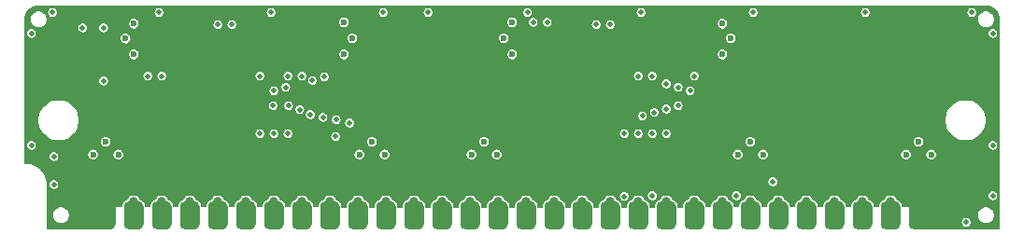
<source format=gbl>
G04 #@! TF.GenerationSoftware,KiCad,Pcbnew,(5.1.10-1-10_14)*
G04 #@! TF.CreationDate,2021-06-21T04:55:04-04:00*
G04 #@! TF.ProjectId,GW4192-SOP,47573431-3932-42d5-934f-502e6b696361,1.0-SOP*
G04 #@! TF.SameCoordinates,Original*
G04 #@! TF.FileFunction,Copper,L4,Bot*
G04 #@! TF.FilePolarity,Positive*
%FSLAX46Y46*%
G04 Gerber Fmt 4.6, Leading zero omitted, Abs format (unit mm)*
G04 Created by KiCad (PCBNEW (5.1.10-1-10_14)) date 2021-06-21 04:55:04*
%MOMM*%
%LPD*%
G01*
G04 APERTURE LIST*
G04 #@! TA.AperFunction,ComponentPad*
%ADD10C,0.800000*%
G04 #@! TD*
G04 #@! TA.AperFunction,ViaPad*
%ADD11C,0.600000*%
G04 #@! TD*
G04 #@! TA.AperFunction,ViaPad*
%ADD12C,0.508000*%
G04 #@! TD*
G04 #@! TA.AperFunction,Conductor*
%ADD13C,0.152400*%
G04 #@! TD*
G04 #@! TA.AperFunction,Conductor*
%ADD14C,0.100000*%
G04 #@! TD*
G04 APERTURE END LIST*
G04 #@! TA.AperFunction,SMDPad,CuDef*
G36*
G01*
X82931000Y-100901500D02*
X82931000Y-99250500D01*
G75*
G02*
X83375500Y-98806000I444500J0D01*
G01*
X84264500Y-98806000D01*
G75*
G02*
X84709000Y-99250500I0J-444500D01*
G01*
X84709000Y-100901500D01*
G75*
G02*
X84264500Y-101346000I-444500J0D01*
G01*
X83375500Y-101346000D01*
G75*
G02*
X82931000Y-100901500I0J444500D01*
G01*
G37*
G04 #@! TD.AperFunction*
G04 #@! TA.AperFunction,SMDPad,CuDef*
G36*
G01*
X85471000Y-100901500D02*
X85471000Y-99250500D01*
G75*
G02*
X85915500Y-98806000I444500J0D01*
G01*
X86804500Y-98806000D01*
G75*
G02*
X87249000Y-99250500I0J-444500D01*
G01*
X87249000Y-100901500D01*
G75*
G02*
X86804500Y-101346000I-444500J0D01*
G01*
X85915500Y-101346000D01*
G75*
G02*
X85471000Y-100901500I0J444500D01*
G01*
G37*
G04 #@! TD.AperFunction*
G04 #@! TA.AperFunction,SMDPad,CuDef*
G36*
G01*
X88011000Y-100901500D02*
X88011000Y-99250500D01*
G75*
G02*
X88455500Y-98806000I444500J0D01*
G01*
X89344500Y-98806000D01*
G75*
G02*
X89789000Y-99250500I0J-444500D01*
G01*
X89789000Y-100901500D01*
G75*
G02*
X89344500Y-101346000I-444500J0D01*
G01*
X88455500Y-101346000D01*
G75*
G02*
X88011000Y-100901500I0J444500D01*
G01*
G37*
G04 #@! TD.AperFunction*
G04 #@! TA.AperFunction,SMDPad,CuDef*
G36*
G01*
X90551000Y-100901500D02*
X90551000Y-99250500D01*
G75*
G02*
X90995500Y-98806000I444500J0D01*
G01*
X91884500Y-98806000D01*
G75*
G02*
X92329000Y-99250500I0J-444500D01*
G01*
X92329000Y-100901500D01*
G75*
G02*
X91884500Y-101346000I-444500J0D01*
G01*
X90995500Y-101346000D01*
G75*
G02*
X90551000Y-100901500I0J444500D01*
G01*
G37*
G04 #@! TD.AperFunction*
G04 #@! TA.AperFunction,SMDPad,CuDef*
G36*
G01*
X93091000Y-100901500D02*
X93091000Y-99250500D01*
G75*
G02*
X93535500Y-98806000I444500J0D01*
G01*
X94424500Y-98806000D01*
G75*
G02*
X94869000Y-99250500I0J-444500D01*
G01*
X94869000Y-100901500D01*
G75*
G02*
X94424500Y-101346000I-444500J0D01*
G01*
X93535500Y-101346000D01*
G75*
G02*
X93091000Y-100901500I0J444500D01*
G01*
G37*
G04 #@! TD.AperFunction*
G04 #@! TA.AperFunction,SMDPad,CuDef*
G36*
G01*
X95631000Y-100901500D02*
X95631000Y-99250500D01*
G75*
G02*
X96075500Y-98806000I444500J0D01*
G01*
X96964500Y-98806000D01*
G75*
G02*
X97409000Y-99250500I0J-444500D01*
G01*
X97409000Y-100901500D01*
G75*
G02*
X96964500Y-101346000I-444500J0D01*
G01*
X96075500Y-101346000D01*
G75*
G02*
X95631000Y-100901500I0J444500D01*
G01*
G37*
G04 #@! TD.AperFunction*
G04 #@! TA.AperFunction,SMDPad,CuDef*
G36*
G01*
X98171000Y-100901500D02*
X98171000Y-99250500D01*
G75*
G02*
X98615500Y-98806000I444500J0D01*
G01*
X99504500Y-98806000D01*
G75*
G02*
X99949000Y-99250500I0J-444500D01*
G01*
X99949000Y-100901500D01*
G75*
G02*
X99504500Y-101346000I-444500J0D01*
G01*
X98615500Y-101346000D01*
G75*
G02*
X98171000Y-100901500I0J444500D01*
G01*
G37*
G04 #@! TD.AperFunction*
G04 #@! TA.AperFunction,SMDPad,CuDef*
G36*
G01*
X100711000Y-100901500D02*
X100711000Y-99250500D01*
G75*
G02*
X101155500Y-98806000I444500J0D01*
G01*
X102044500Y-98806000D01*
G75*
G02*
X102489000Y-99250500I0J-444500D01*
G01*
X102489000Y-100901500D01*
G75*
G02*
X102044500Y-101346000I-444500J0D01*
G01*
X101155500Y-101346000D01*
G75*
G02*
X100711000Y-100901500I0J444500D01*
G01*
G37*
G04 #@! TD.AperFunction*
G04 #@! TA.AperFunction,SMDPad,CuDef*
G36*
G01*
X103251000Y-100901500D02*
X103251000Y-99250500D01*
G75*
G02*
X103695500Y-98806000I444500J0D01*
G01*
X104584500Y-98806000D01*
G75*
G02*
X105029000Y-99250500I0J-444500D01*
G01*
X105029000Y-100901500D01*
G75*
G02*
X104584500Y-101346000I-444500J0D01*
G01*
X103695500Y-101346000D01*
G75*
G02*
X103251000Y-100901500I0J444500D01*
G01*
G37*
G04 #@! TD.AperFunction*
G04 #@! TA.AperFunction,SMDPad,CuDef*
G36*
G01*
X105791000Y-100901500D02*
X105791000Y-99250500D01*
G75*
G02*
X106235500Y-98806000I444500J0D01*
G01*
X107124500Y-98806000D01*
G75*
G02*
X107569000Y-99250500I0J-444500D01*
G01*
X107569000Y-100901500D01*
G75*
G02*
X107124500Y-101346000I-444500J0D01*
G01*
X106235500Y-101346000D01*
G75*
G02*
X105791000Y-100901500I0J444500D01*
G01*
G37*
G04 #@! TD.AperFunction*
G04 #@! TA.AperFunction,SMDPad,CuDef*
G36*
G01*
X108331000Y-100901500D02*
X108331000Y-99250500D01*
G75*
G02*
X108775500Y-98806000I444500J0D01*
G01*
X109664500Y-98806000D01*
G75*
G02*
X110109000Y-99250500I0J-444500D01*
G01*
X110109000Y-100901500D01*
G75*
G02*
X109664500Y-101346000I-444500J0D01*
G01*
X108775500Y-101346000D01*
G75*
G02*
X108331000Y-100901500I0J444500D01*
G01*
G37*
G04 #@! TD.AperFunction*
G04 #@! TA.AperFunction,SMDPad,CuDef*
G36*
G01*
X110871000Y-100901500D02*
X110871000Y-99250500D01*
G75*
G02*
X111315500Y-98806000I444500J0D01*
G01*
X112204500Y-98806000D01*
G75*
G02*
X112649000Y-99250500I0J-444500D01*
G01*
X112649000Y-100901500D01*
G75*
G02*
X112204500Y-101346000I-444500J0D01*
G01*
X111315500Y-101346000D01*
G75*
G02*
X110871000Y-100901500I0J444500D01*
G01*
G37*
G04 #@! TD.AperFunction*
G04 #@! TA.AperFunction,SMDPad,CuDef*
G36*
G01*
X113411000Y-100901500D02*
X113411000Y-99250500D01*
G75*
G02*
X113855500Y-98806000I444500J0D01*
G01*
X114744500Y-98806000D01*
G75*
G02*
X115189000Y-99250500I0J-444500D01*
G01*
X115189000Y-100901500D01*
G75*
G02*
X114744500Y-101346000I-444500J0D01*
G01*
X113855500Y-101346000D01*
G75*
G02*
X113411000Y-100901500I0J444500D01*
G01*
G37*
G04 #@! TD.AperFunction*
G04 #@! TA.AperFunction,SMDPad,CuDef*
G36*
G01*
X115951000Y-100901500D02*
X115951000Y-99250500D01*
G75*
G02*
X116395500Y-98806000I444500J0D01*
G01*
X117284500Y-98806000D01*
G75*
G02*
X117729000Y-99250500I0J-444500D01*
G01*
X117729000Y-100901500D01*
G75*
G02*
X117284500Y-101346000I-444500J0D01*
G01*
X116395500Y-101346000D01*
G75*
G02*
X115951000Y-100901500I0J444500D01*
G01*
G37*
G04 #@! TD.AperFunction*
G04 #@! TA.AperFunction,SMDPad,CuDef*
G36*
G01*
X118491000Y-100901500D02*
X118491000Y-99250500D01*
G75*
G02*
X118935500Y-98806000I444500J0D01*
G01*
X119824500Y-98806000D01*
G75*
G02*
X120269000Y-99250500I0J-444500D01*
G01*
X120269000Y-100901500D01*
G75*
G02*
X119824500Y-101346000I-444500J0D01*
G01*
X118935500Y-101346000D01*
G75*
G02*
X118491000Y-100901500I0J444500D01*
G01*
G37*
G04 #@! TD.AperFunction*
G04 #@! TA.AperFunction,SMDPad,CuDef*
G36*
G01*
X121031000Y-100901500D02*
X121031000Y-99250500D01*
G75*
G02*
X121475500Y-98806000I444500J0D01*
G01*
X122364500Y-98806000D01*
G75*
G02*
X122809000Y-99250500I0J-444500D01*
G01*
X122809000Y-100901500D01*
G75*
G02*
X122364500Y-101346000I-444500J0D01*
G01*
X121475500Y-101346000D01*
G75*
G02*
X121031000Y-100901500I0J444500D01*
G01*
G37*
G04 #@! TD.AperFunction*
G04 #@! TA.AperFunction,SMDPad,CuDef*
G36*
G01*
X123571000Y-100901500D02*
X123571000Y-99250500D01*
G75*
G02*
X124015500Y-98806000I444500J0D01*
G01*
X124904500Y-98806000D01*
G75*
G02*
X125349000Y-99250500I0J-444500D01*
G01*
X125349000Y-100901500D01*
G75*
G02*
X124904500Y-101346000I-444500J0D01*
G01*
X124015500Y-101346000D01*
G75*
G02*
X123571000Y-100901500I0J444500D01*
G01*
G37*
G04 #@! TD.AperFunction*
G04 #@! TA.AperFunction,SMDPad,CuDef*
G36*
G01*
X126111000Y-100901500D02*
X126111000Y-99250500D01*
G75*
G02*
X126555500Y-98806000I444500J0D01*
G01*
X127444500Y-98806000D01*
G75*
G02*
X127889000Y-99250500I0J-444500D01*
G01*
X127889000Y-100901500D01*
G75*
G02*
X127444500Y-101346000I-444500J0D01*
G01*
X126555500Y-101346000D01*
G75*
G02*
X126111000Y-100901500I0J444500D01*
G01*
G37*
G04 #@! TD.AperFunction*
G04 #@! TA.AperFunction,SMDPad,CuDef*
G36*
G01*
X128651000Y-100901500D02*
X128651000Y-99250500D01*
G75*
G02*
X129095500Y-98806000I444500J0D01*
G01*
X129984500Y-98806000D01*
G75*
G02*
X130429000Y-99250500I0J-444500D01*
G01*
X130429000Y-100901500D01*
G75*
G02*
X129984500Y-101346000I-444500J0D01*
G01*
X129095500Y-101346000D01*
G75*
G02*
X128651000Y-100901500I0J444500D01*
G01*
G37*
G04 #@! TD.AperFunction*
G04 #@! TA.AperFunction,SMDPad,CuDef*
G36*
G01*
X131191000Y-100901500D02*
X131191000Y-99250500D01*
G75*
G02*
X131635500Y-98806000I444500J0D01*
G01*
X132524500Y-98806000D01*
G75*
G02*
X132969000Y-99250500I0J-444500D01*
G01*
X132969000Y-100901500D01*
G75*
G02*
X132524500Y-101346000I-444500J0D01*
G01*
X131635500Y-101346000D01*
G75*
G02*
X131191000Y-100901500I0J444500D01*
G01*
G37*
G04 #@! TD.AperFunction*
G04 #@! TA.AperFunction,SMDPad,CuDef*
G36*
G01*
X133731000Y-100901500D02*
X133731000Y-99250500D01*
G75*
G02*
X134175500Y-98806000I444500J0D01*
G01*
X135064500Y-98806000D01*
G75*
G02*
X135509000Y-99250500I0J-444500D01*
G01*
X135509000Y-100901500D01*
G75*
G02*
X135064500Y-101346000I-444500J0D01*
G01*
X134175500Y-101346000D01*
G75*
G02*
X133731000Y-100901500I0J444500D01*
G01*
G37*
G04 #@! TD.AperFunction*
G04 #@! TA.AperFunction,SMDPad,CuDef*
G36*
G01*
X136271000Y-100901500D02*
X136271000Y-99250500D01*
G75*
G02*
X136715500Y-98806000I444500J0D01*
G01*
X137604500Y-98806000D01*
G75*
G02*
X138049000Y-99250500I0J-444500D01*
G01*
X138049000Y-100901500D01*
G75*
G02*
X137604500Y-101346000I-444500J0D01*
G01*
X136715500Y-101346000D01*
G75*
G02*
X136271000Y-100901500I0J444500D01*
G01*
G37*
G04 #@! TD.AperFunction*
G04 #@! TA.AperFunction,SMDPad,CuDef*
G36*
G01*
X138811000Y-100901500D02*
X138811000Y-99250500D01*
G75*
G02*
X139255500Y-98806000I444500J0D01*
G01*
X140144500Y-98806000D01*
G75*
G02*
X140589000Y-99250500I0J-444500D01*
G01*
X140589000Y-100901500D01*
G75*
G02*
X140144500Y-101346000I-444500J0D01*
G01*
X139255500Y-101346000D01*
G75*
G02*
X138811000Y-100901500I0J444500D01*
G01*
G37*
G04 #@! TD.AperFunction*
G04 #@! TA.AperFunction,SMDPad,CuDef*
G36*
G01*
X141351000Y-100901500D02*
X141351000Y-99250500D01*
G75*
G02*
X141795500Y-98806000I444500J0D01*
G01*
X142684500Y-98806000D01*
G75*
G02*
X143129000Y-99250500I0J-444500D01*
G01*
X143129000Y-100901500D01*
G75*
G02*
X142684500Y-101346000I-444500J0D01*
G01*
X141795500Y-101346000D01*
G75*
G02*
X141351000Y-100901500I0J444500D01*
G01*
G37*
G04 #@! TD.AperFunction*
G04 #@! TA.AperFunction,SMDPad,CuDef*
G36*
G01*
X143891000Y-100901500D02*
X143891000Y-99250500D01*
G75*
G02*
X144335500Y-98806000I444500J0D01*
G01*
X145224500Y-98806000D01*
G75*
G02*
X145669000Y-99250500I0J-444500D01*
G01*
X145669000Y-100901500D01*
G75*
G02*
X145224500Y-101346000I-444500J0D01*
G01*
X144335500Y-101346000D01*
G75*
G02*
X143891000Y-100901500I0J444500D01*
G01*
G37*
G04 #@! TD.AperFunction*
G04 #@! TA.AperFunction,SMDPad,CuDef*
G36*
G01*
X146431000Y-100901500D02*
X146431000Y-99250500D01*
G75*
G02*
X146875500Y-98806000I444500J0D01*
G01*
X147764500Y-98806000D01*
G75*
G02*
X148209000Y-99250500I0J-444500D01*
G01*
X148209000Y-100901500D01*
G75*
G02*
X147764500Y-101346000I-444500J0D01*
G01*
X146875500Y-101346000D01*
G75*
G02*
X146431000Y-100901500I0J444500D01*
G01*
G37*
G04 #@! TD.AperFunction*
G04 #@! TA.AperFunction,SMDPad,CuDef*
G36*
G01*
X148971000Y-100901500D02*
X148971000Y-99250500D01*
G75*
G02*
X149415500Y-98806000I444500J0D01*
G01*
X150304500Y-98806000D01*
G75*
G02*
X150749000Y-99250500I0J-444500D01*
G01*
X150749000Y-100901500D01*
G75*
G02*
X150304500Y-101346000I-444500J0D01*
G01*
X149415500Y-101346000D01*
G75*
G02*
X148971000Y-100901500I0J444500D01*
G01*
G37*
G04 #@! TD.AperFunction*
G04 #@! TA.AperFunction,SMDPad,CuDef*
G36*
G01*
X151511000Y-100901500D02*
X151511000Y-99250500D01*
G75*
G02*
X151955500Y-98806000I444500J0D01*
G01*
X152844500Y-98806000D01*
G75*
G02*
X153289000Y-99250500I0J-444500D01*
G01*
X153289000Y-100901500D01*
G75*
G02*
X152844500Y-101346000I-444500J0D01*
G01*
X151955500Y-101346000D01*
G75*
G02*
X151511000Y-100901500I0J444500D01*
G01*
G37*
G04 #@! TD.AperFunction*
G04 #@! TA.AperFunction,SMDPad,CuDef*
G36*
G01*
X154051000Y-100901500D02*
X154051000Y-99250500D01*
G75*
G02*
X154495500Y-98806000I444500J0D01*
G01*
X155384500Y-98806000D01*
G75*
G02*
X155829000Y-99250500I0J-444500D01*
G01*
X155829000Y-100901500D01*
G75*
G02*
X155384500Y-101346000I-444500J0D01*
G01*
X154495500Y-101346000D01*
G75*
G02*
X154051000Y-100901500I0J444500D01*
G01*
G37*
G04 #@! TD.AperFunction*
G04 #@! TA.AperFunction,SMDPad,CuDef*
G36*
G01*
X156591000Y-100901500D02*
X156591000Y-99250500D01*
G75*
G02*
X157035500Y-98806000I444500J0D01*
G01*
X157924500Y-98806000D01*
G75*
G02*
X158369000Y-99250500I0J-444500D01*
G01*
X158369000Y-100901500D01*
G75*
G02*
X157924500Y-101346000I-444500J0D01*
G01*
X157035500Y-101346000D01*
G75*
G02*
X156591000Y-100901500I0J444500D01*
G01*
G37*
G04 #@! TD.AperFunction*
D10*
X88900000Y-98806000D03*
X86360000Y-98806000D03*
X83820000Y-98806000D03*
X93980000Y-98806000D03*
X91440000Y-98806000D03*
X96520000Y-98806000D03*
X99060000Y-98806000D03*
X104140000Y-98806000D03*
X101600000Y-98806000D03*
X109220000Y-98806000D03*
X106680000Y-98806000D03*
X111760000Y-98806000D03*
X116840000Y-98806000D03*
X114300000Y-98806000D03*
X119380000Y-98806000D03*
X124460000Y-98806000D03*
X121920000Y-98806000D03*
X127000000Y-98806000D03*
X149860000Y-98806000D03*
X147320000Y-98806000D03*
X152400000Y-98806000D03*
X134620000Y-98806000D03*
X132080000Y-98806000D03*
X137160000Y-98806000D03*
X142240000Y-98806000D03*
X139700000Y-98806000D03*
X144780000Y-98806000D03*
X129540000Y-98806000D03*
X154940000Y-98806000D03*
X157480000Y-98806000D03*
D11*
X83820000Y-97028000D03*
X143383000Y-95885000D03*
X82677000Y-95885000D03*
X156337000Y-95885000D03*
X158623000Y-95885000D03*
X157480000Y-97028000D03*
X109093000Y-95885000D03*
X118110000Y-97028000D03*
X116967000Y-95885000D03*
X106172000Y-96075500D03*
X86360000Y-97409000D03*
X85598000Y-96075500D03*
X120650000Y-97409000D03*
X139700000Y-97409000D03*
X140462000Y-96075500D03*
D12*
X105410000Y-97345500D03*
D11*
X119888000Y-96075500D03*
D12*
X77089000Y-88646000D03*
X164211000Y-88646000D03*
X157734000Y-81661000D03*
X147574000Y-81661000D03*
X137414000Y-81661000D03*
X127000000Y-81661000D03*
X117094000Y-81661000D03*
X83566000Y-81661000D03*
X93726000Y-81661000D03*
X103886000Y-81661000D03*
X142240000Y-96964500D03*
D11*
X86360000Y-94615000D03*
X105410000Y-94615000D03*
D12*
X130810000Y-92646500D03*
X83629500Y-87884000D03*
X128270000Y-82740500D03*
X93980000Y-82740500D03*
X88900000Y-87439500D03*
X87630000Y-87439500D03*
X132461000Y-91059000D03*
X135699500Y-88455500D03*
X134620000Y-90424000D03*
X136779000Y-88773000D03*
X133540500Y-90741500D03*
X135699500Y-90106500D03*
X134620000Y-88138000D03*
X77089000Y-93726000D03*
X77089000Y-83566000D03*
X162306000Y-81661000D03*
X164211000Y-98298000D03*
X79121000Y-94742000D03*
D11*
X141097000Y-94551500D03*
X142240000Y-93408500D03*
X106807000Y-94551500D03*
X109093000Y-94551500D03*
X82677000Y-94551500D03*
X84963000Y-94551500D03*
X83820000Y-93408500D03*
X158623000Y-94551500D03*
X156337000Y-94551500D03*
X157480000Y-93408500D03*
X119253000Y-94551500D03*
X116967000Y-94551500D03*
X143383000Y-94551500D03*
X107950000Y-93408500D03*
D12*
X83629500Y-83058000D03*
X105918000Y-91694000D03*
X122555000Y-82550000D03*
X123825000Y-82550000D03*
X104711500Y-91376500D03*
X103505000Y-91186000D03*
X102362000Y-90932000D03*
X101409500Y-90487500D03*
X100393500Y-90106500D03*
X99060000Y-88773000D03*
X103632000Y-87503000D03*
X102552500Y-87820500D03*
D11*
X118110000Y-93408500D03*
X86360000Y-82677000D03*
X106172000Y-84010500D03*
X119888000Y-84010500D03*
X139700000Y-82677000D03*
X140462000Y-84010500D03*
X120650000Y-82550000D03*
X105410000Y-82550000D03*
X85615500Y-84028000D03*
D12*
X100139500Y-88455500D03*
X98996500Y-90106500D03*
X133350000Y-98298000D03*
X79121000Y-97282000D03*
X161798000Y-100711000D03*
X164211000Y-93726000D03*
X164211000Y-83566000D03*
X152654000Y-81661000D03*
X142494000Y-81661000D03*
X132334000Y-81661000D03*
X122047000Y-81661000D03*
X78994000Y-81661000D03*
X88646000Y-81661000D03*
X98806000Y-81661000D03*
X108966000Y-81661000D03*
X113030000Y-81661000D03*
X144272000Y-97028000D03*
X140970000Y-98298000D03*
X130810000Y-98361500D03*
X104648000Y-92900500D03*
D11*
X86360000Y-85471000D03*
X105410000Y-85471000D03*
X120650000Y-85471000D03*
X139700000Y-85471000D03*
D12*
X97790000Y-92646500D03*
X99060000Y-92646500D03*
X100330000Y-92646500D03*
X134620000Y-92646500D03*
X133350000Y-92646500D03*
X132080000Y-92646500D03*
X132080000Y-87439500D03*
X133350000Y-87439500D03*
X101600000Y-87439500D03*
X137160000Y-87439500D03*
X100330000Y-87439500D03*
X97790000Y-87439500D03*
X81724500Y-83058000D03*
X129540000Y-82740500D03*
X95250000Y-82740500D03*
D13*
X163807884Y-81124912D02*
X164030929Y-81192254D01*
X164236653Y-81301639D01*
X164417209Y-81448896D01*
X164565723Y-81628420D01*
X164676544Y-81833378D01*
X164745441Y-82055947D01*
X164771400Y-82302934D01*
X164771401Y-101271400D01*
X157689548Y-101271400D01*
X157925966Y-100663468D01*
X161315400Y-100663468D01*
X161315400Y-100758532D01*
X161333946Y-100851769D01*
X161370326Y-100939597D01*
X161423140Y-101018640D01*
X161490360Y-101085860D01*
X161569403Y-101138674D01*
X161657231Y-101175054D01*
X161750468Y-101193600D01*
X161845532Y-101193600D01*
X161938769Y-101175054D01*
X162026597Y-101138674D01*
X162105640Y-101085860D01*
X162172860Y-101018640D01*
X162225674Y-100939597D01*
X162262054Y-100851769D01*
X162280600Y-100758532D01*
X162280600Y-100663468D01*
X162262054Y-100570231D01*
X162225674Y-100482403D01*
X162172860Y-100403360D01*
X162105640Y-100336140D01*
X162026597Y-100283326D01*
X161938769Y-100246946D01*
X161845532Y-100228400D01*
X161750468Y-100228400D01*
X161657231Y-100246946D01*
X161569403Y-100283326D01*
X161490360Y-100336140D01*
X161423140Y-100403360D01*
X161370326Y-100482403D01*
X161333946Y-100570231D01*
X161315400Y-100663468D01*
X157925966Y-100663468D01*
X158185243Y-99996754D01*
X162771400Y-99996754D01*
X162771400Y-100155246D01*
X162802320Y-100310693D01*
X162862973Y-100457121D01*
X162951026Y-100588903D01*
X163063097Y-100700974D01*
X163194879Y-100789027D01*
X163341307Y-100849680D01*
X163496754Y-100880600D01*
X163655246Y-100880600D01*
X163810693Y-100849680D01*
X163957121Y-100789027D01*
X164088903Y-100700974D01*
X164200974Y-100588903D01*
X164289027Y-100457121D01*
X164349680Y-100310693D01*
X164380600Y-100155246D01*
X164380600Y-99996754D01*
X164349680Y-99841307D01*
X164289027Y-99694879D01*
X164200974Y-99563097D01*
X164088903Y-99451026D01*
X163957121Y-99362973D01*
X163810693Y-99302320D01*
X163655246Y-99271400D01*
X163496754Y-99271400D01*
X163341307Y-99302320D01*
X163194879Y-99362973D01*
X163063097Y-99451026D01*
X162951026Y-99563097D01*
X162862973Y-99694879D01*
X162802320Y-99841307D01*
X162771400Y-99996754D01*
X158185243Y-99996754D01*
X158440019Y-99341618D01*
X158443760Y-99328743D01*
X158445200Y-99313875D01*
X158443711Y-99299011D01*
X158439352Y-99284724D01*
X158432288Y-99271561D01*
X158422793Y-99260030D01*
X158411230Y-99250572D01*
X158398045Y-99243553D01*
X158383743Y-99239240D01*
X158368875Y-99237800D01*
X156057830Y-99241601D01*
X156045751Y-99118969D01*
X156007385Y-98992493D01*
X155945082Y-98875931D01*
X155861236Y-98773764D01*
X155759069Y-98689918D01*
X155642507Y-98627615D01*
X155532707Y-98594308D01*
X155497059Y-98508246D01*
X155428266Y-98405291D01*
X155340709Y-98317734D01*
X155240040Y-98250468D01*
X163728400Y-98250468D01*
X163728400Y-98345532D01*
X163746946Y-98438769D01*
X163783326Y-98526597D01*
X163836140Y-98605640D01*
X163903360Y-98672860D01*
X163982403Y-98725674D01*
X164070231Y-98762054D01*
X164163468Y-98780600D01*
X164258532Y-98780600D01*
X164351769Y-98762054D01*
X164439597Y-98725674D01*
X164518640Y-98672860D01*
X164585860Y-98605640D01*
X164638674Y-98526597D01*
X164675054Y-98438769D01*
X164693600Y-98345532D01*
X164693600Y-98250468D01*
X164675054Y-98157231D01*
X164638674Y-98069403D01*
X164585860Y-97990360D01*
X164518640Y-97923140D01*
X164439597Y-97870326D01*
X164351769Y-97833946D01*
X164258532Y-97815400D01*
X164163468Y-97815400D01*
X164070231Y-97833946D01*
X163982403Y-97870326D01*
X163903360Y-97923140D01*
X163836140Y-97990360D01*
X163783326Y-98069403D01*
X163746946Y-98157231D01*
X163728400Y-98250468D01*
X155240040Y-98250468D01*
X155237754Y-98248941D01*
X155123356Y-98201556D01*
X155001912Y-98177400D01*
X154878088Y-98177400D01*
X154756644Y-98201556D01*
X154642246Y-98248941D01*
X154539291Y-98317734D01*
X154451734Y-98405291D01*
X154382941Y-98508246D01*
X154347293Y-98594308D01*
X154237493Y-98627615D01*
X154120931Y-98689918D01*
X154018764Y-98773764D01*
X153934918Y-98875931D01*
X153872615Y-98992493D01*
X153834249Y-99118969D01*
X153821808Y-99245279D01*
X153518241Y-99245778D01*
X153505751Y-99118969D01*
X153467385Y-98992493D01*
X153405082Y-98875931D01*
X153321236Y-98773764D01*
X153219069Y-98689918D01*
X153102507Y-98627615D01*
X152992707Y-98594308D01*
X152957059Y-98508246D01*
X152888266Y-98405291D01*
X152800709Y-98317734D01*
X152697754Y-98248941D01*
X152583356Y-98201556D01*
X152461912Y-98177400D01*
X152338088Y-98177400D01*
X152216644Y-98201556D01*
X152102246Y-98248941D01*
X151999291Y-98317734D01*
X151911734Y-98405291D01*
X151842941Y-98508246D01*
X151807293Y-98594308D01*
X151697493Y-98627615D01*
X151580931Y-98689918D01*
X151478764Y-98773764D01*
X151394918Y-98875931D01*
X151332615Y-98992493D01*
X151294249Y-99118969D01*
X151281397Y-99249457D01*
X150978652Y-99249955D01*
X150965751Y-99118969D01*
X150927385Y-98992493D01*
X150865082Y-98875931D01*
X150781236Y-98773764D01*
X150679069Y-98689918D01*
X150562507Y-98627615D01*
X150452707Y-98594308D01*
X150417059Y-98508246D01*
X150348266Y-98405291D01*
X150260709Y-98317734D01*
X150157754Y-98248941D01*
X150043356Y-98201556D01*
X149921912Y-98177400D01*
X149798088Y-98177400D01*
X149676644Y-98201556D01*
X149562246Y-98248941D01*
X149459291Y-98317734D01*
X149371734Y-98405291D01*
X149302941Y-98508246D01*
X149267293Y-98594308D01*
X149157493Y-98627615D01*
X149040931Y-98689918D01*
X148938764Y-98773764D01*
X148854918Y-98875931D01*
X148792615Y-98992493D01*
X148754249Y-99118969D01*
X148741294Y-99250500D01*
X148741294Y-99253635D01*
X148438706Y-99254133D01*
X148438706Y-99250500D01*
X148425751Y-99118969D01*
X148387385Y-98992493D01*
X148325082Y-98875931D01*
X148241236Y-98773764D01*
X148139069Y-98689918D01*
X148022507Y-98627615D01*
X147912707Y-98594308D01*
X147877059Y-98508246D01*
X147808266Y-98405291D01*
X147720709Y-98317734D01*
X147617754Y-98248941D01*
X147503356Y-98201556D01*
X147381912Y-98177400D01*
X147258088Y-98177400D01*
X147136644Y-98201556D01*
X147022246Y-98248941D01*
X146919291Y-98317734D01*
X146831734Y-98405291D01*
X146762941Y-98508246D01*
X146727293Y-98594308D01*
X146617493Y-98627615D01*
X146500931Y-98689918D01*
X146398764Y-98773764D01*
X146314918Y-98875931D01*
X146252615Y-98992493D01*
X146214249Y-99118969D01*
X146201294Y-99250500D01*
X146201294Y-99257813D01*
X145898706Y-99258310D01*
X145898706Y-99250500D01*
X145885751Y-99118969D01*
X145847385Y-98992493D01*
X145785082Y-98875931D01*
X145701236Y-98773764D01*
X145599069Y-98689918D01*
X145482507Y-98627615D01*
X145372707Y-98594308D01*
X145337059Y-98508246D01*
X145268266Y-98405291D01*
X145180709Y-98317734D01*
X145077754Y-98248941D01*
X144963356Y-98201556D01*
X144841912Y-98177400D01*
X144718088Y-98177400D01*
X144596644Y-98201556D01*
X144482246Y-98248941D01*
X144379291Y-98317734D01*
X144291734Y-98405291D01*
X144222941Y-98508246D01*
X144187293Y-98594308D01*
X144077493Y-98627615D01*
X143960931Y-98689918D01*
X143858764Y-98773764D01*
X143774918Y-98875931D01*
X143712615Y-98992493D01*
X143674249Y-99118969D01*
X143661294Y-99250500D01*
X143661294Y-99261990D01*
X143358706Y-99262488D01*
X143358706Y-99250500D01*
X143345751Y-99118969D01*
X143307385Y-98992493D01*
X143245082Y-98875931D01*
X143161236Y-98773764D01*
X143059069Y-98689918D01*
X142942507Y-98627615D01*
X142832707Y-98594308D01*
X142797059Y-98508246D01*
X142728266Y-98405291D01*
X142640709Y-98317734D01*
X142537754Y-98248941D01*
X142423356Y-98201556D01*
X142301912Y-98177400D01*
X142178088Y-98177400D01*
X142056644Y-98201556D01*
X141942246Y-98248941D01*
X141839291Y-98317734D01*
X141751734Y-98405291D01*
X141682941Y-98508246D01*
X141647293Y-98594308D01*
X141537493Y-98627615D01*
X141420931Y-98689918D01*
X141318764Y-98773764D01*
X141234918Y-98875931D01*
X141172615Y-98992493D01*
X141134249Y-99118969D01*
X141121294Y-99250500D01*
X141121294Y-99266168D01*
X140818706Y-99266666D01*
X140818706Y-99250500D01*
X140805751Y-99118969D01*
X140767385Y-98992493D01*
X140705082Y-98875931D01*
X140621236Y-98773764D01*
X140519069Y-98689918D01*
X140402507Y-98627615D01*
X140292707Y-98594308D01*
X140257059Y-98508246D01*
X140188266Y-98405291D01*
X140100709Y-98317734D01*
X140000040Y-98250468D01*
X140487400Y-98250468D01*
X140487400Y-98345532D01*
X140505946Y-98438769D01*
X140542326Y-98526597D01*
X140595140Y-98605640D01*
X140662360Y-98672860D01*
X140741403Y-98725674D01*
X140829231Y-98762054D01*
X140922468Y-98780600D01*
X141017532Y-98780600D01*
X141110769Y-98762054D01*
X141198597Y-98725674D01*
X141277640Y-98672860D01*
X141344860Y-98605640D01*
X141397674Y-98526597D01*
X141434054Y-98438769D01*
X141452600Y-98345532D01*
X141452600Y-98250468D01*
X141434054Y-98157231D01*
X141397674Y-98069403D01*
X141344860Y-97990360D01*
X141277640Y-97923140D01*
X141198597Y-97870326D01*
X141110769Y-97833946D01*
X141017532Y-97815400D01*
X140922468Y-97815400D01*
X140829231Y-97833946D01*
X140741403Y-97870326D01*
X140662360Y-97923140D01*
X140595140Y-97990360D01*
X140542326Y-98069403D01*
X140505946Y-98157231D01*
X140487400Y-98250468D01*
X140000040Y-98250468D01*
X139997754Y-98248941D01*
X139883356Y-98201556D01*
X139761912Y-98177400D01*
X139638088Y-98177400D01*
X139516644Y-98201556D01*
X139402246Y-98248941D01*
X139299291Y-98317734D01*
X139211734Y-98405291D01*
X139142941Y-98508246D01*
X139107293Y-98594308D01*
X138997493Y-98627615D01*
X138880931Y-98689918D01*
X138778764Y-98773764D01*
X138694918Y-98875931D01*
X138632615Y-98992493D01*
X138594249Y-99118969D01*
X138581294Y-99250500D01*
X138581294Y-99270345D01*
X138278706Y-99270843D01*
X138278706Y-99250500D01*
X138265751Y-99118969D01*
X138227385Y-98992493D01*
X138165082Y-98875931D01*
X138081236Y-98773764D01*
X137979069Y-98689918D01*
X137862507Y-98627615D01*
X137752707Y-98594308D01*
X137717059Y-98508246D01*
X137648266Y-98405291D01*
X137560709Y-98317734D01*
X137457754Y-98248941D01*
X137343356Y-98201556D01*
X137221912Y-98177400D01*
X137098088Y-98177400D01*
X136976644Y-98201556D01*
X136862246Y-98248941D01*
X136759291Y-98317734D01*
X136671734Y-98405291D01*
X136602941Y-98508246D01*
X136567293Y-98594308D01*
X136457493Y-98627615D01*
X136340931Y-98689918D01*
X136238764Y-98773764D01*
X136154918Y-98875931D01*
X136092615Y-98992493D01*
X136054249Y-99118969D01*
X136041294Y-99250500D01*
X136041294Y-99274523D01*
X135738706Y-99275021D01*
X135738706Y-99250500D01*
X135725751Y-99118969D01*
X135687385Y-98992493D01*
X135625082Y-98875931D01*
X135541236Y-98773764D01*
X135439069Y-98689918D01*
X135322507Y-98627615D01*
X135212707Y-98594308D01*
X135177059Y-98508246D01*
X135108266Y-98405291D01*
X135020709Y-98317734D01*
X134917754Y-98248941D01*
X134803356Y-98201556D01*
X134681912Y-98177400D01*
X134558088Y-98177400D01*
X134436644Y-98201556D01*
X134322246Y-98248941D01*
X134219291Y-98317734D01*
X134131734Y-98405291D01*
X134062941Y-98508246D01*
X134027293Y-98594308D01*
X133917493Y-98627615D01*
X133800931Y-98689918D01*
X133698764Y-98773764D01*
X133614918Y-98875931D01*
X133552615Y-98992493D01*
X133514249Y-99118969D01*
X133501294Y-99250500D01*
X133501294Y-99278701D01*
X133198706Y-99279198D01*
X133198706Y-99250500D01*
X133185751Y-99118969D01*
X133147385Y-98992493D01*
X133085082Y-98875931D01*
X133001236Y-98773764D01*
X132899069Y-98689918D01*
X132782507Y-98627615D01*
X132672707Y-98594308D01*
X132637059Y-98508246D01*
X132568266Y-98405291D01*
X132480709Y-98317734D01*
X132380040Y-98250468D01*
X132867400Y-98250468D01*
X132867400Y-98345532D01*
X132885946Y-98438769D01*
X132922326Y-98526597D01*
X132975140Y-98605640D01*
X133042360Y-98672860D01*
X133121403Y-98725674D01*
X133209231Y-98762054D01*
X133302468Y-98780600D01*
X133397532Y-98780600D01*
X133490769Y-98762054D01*
X133578597Y-98725674D01*
X133657640Y-98672860D01*
X133724860Y-98605640D01*
X133777674Y-98526597D01*
X133814054Y-98438769D01*
X133832600Y-98345532D01*
X133832600Y-98250468D01*
X133814054Y-98157231D01*
X133777674Y-98069403D01*
X133724860Y-97990360D01*
X133657640Y-97923140D01*
X133578597Y-97870326D01*
X133490769Y-97833946D01*
X133397532Y-97815400D01*
X133302468Y-97815400D01*
X133209231Y-97833946D01*
X133121403Y-97870326D01*
X133042360Y-97923140D01*
X132975140Y-97990360D01*
X132922326Y-98069403D01*
X132885946Y-98157231D01*
X132867400Y-98250468D01*
X132380040Y-98250468D01*
X132377754Y-98248941D01*
X132263356Y-98201556D01*
X132141912Y-98177400D01*
X132018088Y-98177400D01*
X131896644Y-98201556D01*
X131782246Y-98248941D01*
X131679291Y-98317734D01*
X131591734Y-98405291D01*
X131522941Y-98508246D01*
X131487293Y-98594308D01*
X131377493Y-98627615D01*
X131260931Y-98689918D01*
X131158764Y-98773764D01*
X131074918Y-98875931D01*
X131012615Y-98992493D01*
X130974249Y-99118969D01*
X130961294Y-99250500D01*
X130961294Y-99282878D01*
X130658706Y-99283376D01*
X130658706Y-99250500D01*
X130645751Y-99118969D01*
X130607385Y-98992493D01*
X130545082Y-98875931D01*
X130461236Y-98773764D01*
X130359069Y-98689918D01*
X130242507Y-98627615D01*
X130132707Y-98594308D01*
X130097059Y-98508246D01*
X130028266Y-98405291D01*
X129940709Y-98317734D01*
X129935073Y-98313968D01*
X130327400Y-98313968D01*
X130327400Y-98409032D01*
X130345946Y-98502269D01*
X130382326Y-98590097D01*
X130435140Y-98669140D01*
X130502360Y-98736360D01*
X130581403Y-98789174D01*
X130669231Y-98825554D01*
X130762468Y-98844100D01*
X130857532Y-98844100D01*
X130950769Y-98825554D01*
X131038597Y-98789174D01*
X131117640Y-98736360D01*
X131184860Y-98669140D01*
X131237674Y-98590097D01*
X131274054Y-98502269D01*
X131292600Y-98409032D01*
X131292600Y-98313968D01*
X131274054Y-98220731D01*
X131237674Y-98132903D01*
X131184860Y-98053860D01*
X131117640Y-97986640D01*
X131038597Y-97933826D01*
X130950769Y-97897446D01*
X130857532Y-97878900D01*
X130762468Y-97878900D01*
X130669231Y-97897446D01*
X130581403Y-97933826D01*
X130502360Y-97986640D01*
X130435140Y-98053860D01*
X130382326Y-98132903D01*
X130345946Y-98220731D01*
X130327400Y-98313968D01*
X129935073Y-98313968D01*
X129837754Y-98248941D01*
X129723356Y-98201556D01*
X129601912Y-98177400D01*
X129478088Y-98177400D01*
X129356644Y-98201556D01*
X129242246Y-98248941D01*
X129139291Y-98317734D01*
X129051734Y-98405291D01*
X128982941Y-98508246D01*
X128947293Y-98594308D01*
X128837493Y-98627615D01*
X128720931Y-98689918D01*
X128618764Y-98773764D01*
X128534918Y-98875931D01*
X128472615Y-98992493D01*
X128434249Y-99118969D01*
X128421294Y-99250500D01*
X128421294Y-99287056D01*
X128118706Y-99287554D01*
X128118706Y-99250500D01*
X128105751Y-99118969D01*
X128067385Y-98992493D01*
X128005082Y-98875931D01*
X127921236Y-98773764D01*
X127819069Y-98689918D01*
X127702507Y-98627615D01*
X127592707Y-98594308D01*
X127557059Y-98508246D01*
X127488266Y-98405291D01*
X127400709Y-98317734D01*
X127297754Y-98248941D01*
X127183356Y-98201556D01*
X127061912Y-98177400D01*
X126938088Y-98177400D01*
X126816644Y-98201556D01*
X126702246Y-98248941D01*
X126599291Y-98317734D01*
X126511734Y-98405291D01*
X126442941Y-98508246D01*
X126407293Y-98594308D01*
X126297493Y-98627615D01*
X126180931Y-98689918D01*
X126078764Y-98773764D01*
X125994918Y-98875931D01*
X125932615Y-98992493D01*
X125894249Y-99118969D01*
X125881294Y-99250500D01*
X125881294Y-99291234D01*
X125578706Y-99291731D01*
X125578706Y-99250500D01*
X125565751Y-99118969D01*
X125527385Y-98992493D01*
X125465082Y-98875931D01*
X125381236Y-98773764D01*
X125279069Y-98689918D01*
X125162507Y-98627615D01*
X125052707Y-98594308D01*
X125017059Y-98508246D01*
X124948266Y-98405291D01*
X124860709Y-98317734D01*
X124757754Y-98248941D01*
X124643356Y-98201556D01*
X124521912Y-98177400D01*
X124398088Y-98177400D01*
X124276644Y-98201556D01*
X124162246Y-98248941D01*
X124059291Y-98317734D01*
X123971734Y-98405291D01*
X123902941Y-98508246D01*
X123867293Y-98594308D01*
X123757493Y-98627615D01*
X123640931Y-98689918D01*
X123538764Y-98773764D01*
X123454918Y-98875931D01*
X123392615Y-98992493D01*
X123354249Y-99118969D01*
X123341294Y-99250500D01*
X123341294Y-99295411D01*
X123038706Y-99295909D01*
X123038706Y-99250500D01*
X123025751Y-99118969D01*
X122987385Y-98992493D01*
X122925082Y-98875931D01*
X122841236Y-98773764D01*
X122739069Y-98689918D01*
X122622507Y-98627615D01*
X122512707Y-98594308D01*
X122477059Y-98508246D01*
X122408266Y-98405291D01*
X122320709Y-98317734D01*
X122217754Y-98248941D01*
X122103356Y-98201556D01*
X121981912Y-98177400D01*
X121858088Y-98177400D01*
X121736644Y-98201556D01*
X121622246Y-98248941D01*
X121519291Y-98317734D01*
X121431734Y-98405291D01*
X121362941Y-98508246D01*
X121327293Y-98594308D01*
X121217493Y-98627615D01*
X121100931Y-98689918D01*
X120998764Y-98773764D01*
X120914918Y-98875931D01*
X120852615Y-98992493D01*
X120814249Y-99118969D01*
X120801294Y-99250500D01*
X120801294Y-99299589D01*
X120498706Y-99300087D01*
X120498706Y-99250500D01*
X120485751Y-99118969D01*
X120447385Y-98992493D01*
X120385082Y-98875931D01*
X120301236Y-98773764D01*
X120199069Y-98689918D01*
X120082507Y-98627615D01*
X119972707Y-98594308D01*
X119937059Y-98508246D01*
X119868266Y-98405291D01*
X119780709Y-98317734D01*
X119677754Y-98248941D01*
X119563356Y-98201556D01*
X119441912Y-98177400D01*
X119318088Y-98177400D01*
X119196644Y-98201556D01*
X119082246Y-98248941D01*
X118979291Y-98317734D01*
X118891734Y-98405291D01*
X118822941Y-98508246D01*
X118787293Y-98594308D01*
X118677493Y-98627615D01*
X118560931Y-98689918D01*
X118458764Y-98773764D01*
X118374918Y-98875931D01*
X118312615Y-98992493D01*
X118274249Y-99118969D01*
X118261294Y-99250500D01*
X118261294Y-99298714D01*
X117958706Y-99298193D01*
X117958706Y-99250500D01*
X117945751Y-99118969D01*
X117907385Y-98992493D01*
X117845082Y-98875931D01*
X117761236Y-98773764D01*
X117659069Y-98689918D01*
X117542507Y-98627615D01*
X117432707Y-98594308D01*
X117397059Y-98508246D01*
X117328266Y-98405291D01*
X117240709Y-98317734D01*
X117137754Y-98248941D01*
X117023356Y-98201556D01*
X116901912Y-98177400D01*
X116778088Y-98177400D01*
X116656644Y-98201556D01*
X116542246Y-98248941D01*
X116439291Y-98317734D01*
X116351734Y-98405291D01*
X116282941Y-98508246D01*
X116247293Y-98594308D01*
X116137493Y-98627615D01*
X116020931Y-98689918D01*
X115918764Y-98773764D01*
X115834918Y-98875931D01*
X115772615Y-98992493D01*
X115734249Y-99118969D01*
X115721294Y-99250500D01*
X115721294Y-99294335D01*
X115418706Y-99293813D01*
X115418706Y-99250500D01*
X115405751Y-99118969D01*
X115367385Y-98992493D01*
X115305082Y-98875931D01*
X115221236Y-98773764D01*
X115119069Y-98689918D01*
X115002507Y-98627615D01*
X114892707Y-98594308D01*
X114857059Y-98508246D01*
X114788266Y-98405291D01*
X114700709Y-98317734D01*
X114597754Y-98248941D01*
X114483356Y-98201556D01*
X114361912Y-98177400D01*
X114238088Y-98177400D01*
X114116644Y-98201556D01*
X114002246Y-98248941D01*
X113899291Y-98317734D01*
X113811734Y-98405291D01*
X113742941Y-98508246D01*
X113707293Y-98594308D01*
X113597493Y-98627615D01*
X113480931Y-98689918D01*
X113378764Y-98773764D01*
X113294918Y-98875931D01*
X113232615Y-98992493D01*
X113194249Y-99118969D01*
X113181294Y-99250500D01*
X113181294Y-99289956D01*
X112878706Y-99289434D01*
X112878706Y-99250500D01*
X112865751Y-99118969D01*
X112827385Y-98992493D01*
X112765082Y-98875931D01*
X112681236Y-98773764D01*
X112579069Y-98689918D01*
X112462507Y-98627615D01*
X112352707Y-98594308D01*
X112317059Y-98508246D01*
X112248266Y-98405291D01*
X112160709Y-98317734D01*
X112057754Y-98248941D01*
X111943356Y-98201556D01*
X111821912Y-98177400D01*
X111698088Y-98177400D01*
X111576644Y-98201556D01*
X111462246Y-98248941D01*
X111359291Y-98317734D01*
X111271734Y-98405291D01*
X111202941Y-98508246D01*
X111167293Y-98594308D01*
X111057493Y-98627615D01*
X110940931Y-98689918D01*
X110838764Y-98773764D01*
X110754918Y-98875931D01*
X110692615Y-98992493D01*
X110654249Y-99118969D01*
X110641294Y-99250500D01*
X110641294Y-99285576D01*
X110338706Y-99285055D01*
X110338706Y-99250500D01*
X110325751Y-99118969D01*
X110287385Y-98992493D01*
X110225082Y-98875931D01*
X110141236Y-98773764D01*
X110039069Y-98689918D01*
X109922507Y-98627615D01*
X109812707Y-98594308D01*
X109777059Y-98508246D01*
X109708266Y-98405291D01*
X109620709Y-98317734D01*
X109517754Y-98248941D01*
X109403356Y-98201556D01*
X109281912Y-98177400D01*
X109158088Y-98177400D01*
X109036644Y-98201556D01*
X108922246Y-98248941D01*
X108819291Y-98317734D01*
X108731734Y-98405291D01*
X108662941Y-98508246D01*
X108627293Y-98594308D01*
X108517493Y-98627615D01*
X108400931Y-98689918D01*
X108298764Y-98773764D01*
X108214918Y-98875931D01*
X108152615Y-98992493D01*
X108114249Y-99118969D01*
X108101294Y-99250500D01*
X108101294Y-99281197D01*
X107798706Y-99280675D01*
X107798706Y-99250500D01*
X107785751Y-99118969D01*
X107747385Y-98992493D01*
X107685082Y-98875931D01*
X107601236Y-98773764D01*
X107499069Y-98689918D01*
X107382507Y-98627615D01*
X107272707Y-98594308D01*
X107237059Y-98508246D01*
X107168266Y-98405291D01*
X107080709Y-98317734D01*
X106977754Y-98248941D01*
X106863356Y-98201556D01*
X106741912Y-98177400D01*
X106618088Y-98177400D01*
X106496644Y-98201556D01*
X106382246Y-98248941D01*
X106279291Y-98317734D01*
X106191734Y-98405291D01*
X106122941Y-98508246D01*
X106087293Y-98594308D01*
X105977493Y-98627615D01*
X105860931Y-98689918D01*
X105758764Y-98773764D01*
X105674918Y-98875931D01*
X105612615Y-98992493D01*
X105574249Y-99118969D01*
X105561294Y-99250500D01*
X105561294Y-99276818D01*
X105258706Y-99276296D01*
X105258706Y-99250500D01*
X105245751Y-99118969D01*
X105207385Y-98992493D01*
X105145082Y-98875931D01*
X105061236Y-98773764D01*
X104959069Y-98689918D01*
X104842507Y-98627615D01*
X104732707Y-98594308D01*
X104697059Y-98508246D01*
X104628266Y-98405291D01*
X104540709Y-98317734D01*
X104437754Y-98248941D01*
X104323356Y-98201556D01*
X104201912Y-98177400D01*
X104078088Y-98177400D01*
X103956644Y-98201556D01*
X103842246Y-98248941D01*
X103739291Y-98317734D01*
X103651734Y-98405291D01*
X103582941Y-98508246D01*
X103547293Y-98594308D01*
X103437493Y-98627615D01*
X103320931Y-98689918D01*
X103218764Y-98773764D01*
X103134918Y-98875931D01*
X103072615Y-98992493D01*
X103034249Y-99118969D01*
X103021294Y-99250500D01*
X103021294Y-99272438D01*
X102718706Y-99271917D01*
X102718706Y-99250500D01*
X102705751Y-99118969D01*
X102667385Y-98992493D01*
X102605082Y-98875931D01*
X102521236Y-98773764D01*
X102419069Y-98689918D01*
X102302507Y-98627615D01*
X102192707Y-98594308D01*
X102157059Y-98508246D01*
X102088266Y-98405291D01*
X102000709Y-98317734D01*
X101897754Y-98248941D01*
X101783356Y-98201556D01*
X101661912Y-98177400D01*
X101538088Y-98177400D01*
X101416644Y-98201556D01*
X101302246Y-98248941D01*
X101199291Y-98317734D01*
X101111734Y-98405291D01*
X101042941Y-98508246D01*
X101007293Y-98594308D01*
X100897493Y-98627615D01*
X100780931Y-98689918D01*
X100678764Y-98773764D01*
X100594918Y-98875931D01*
X100532615Y-98992493D01*
X100494249Y-99118969D01*
X100481294Y-99250500D01*
X100481294Y-99268059D01*
X100178706Y-99267537D01*
X100178706Y-99250500D01*
X100165751Y-99118969D01*
X100127385Y-98992493D01*
X100065082Y-98875931D01*
X99981236Y-98773764D01*
X99879069Y-98689918D01*
X99762507Y-98627615D01*
X99652707Y-98594308D01*
X99617059Y-98508246D01*
X99548266Y-98405291D01*
X99460709Y-98317734D01*
X99357754Y-98248941D01*
X99243356Y-98201556D01*
X99121912Y-98177400D01*
X98998088Y-98177400D01*
X98876644Y-98201556D01*
X98762246Y-98248941D01*
X98659291Y-98317734D01*
X98571734Y-98405291D01*
X98502941Y-98508246D01*
X98467293Y-98594308D01*
X98357493Y-98627615D01*
X98240931Y-98689918D01*
X98138764Y-98773764D01*
X98054918Y-98875931D01*
X97992615Y-98992493D01*
X97954249Y-99118969D01*
X97941294Y-99250500D01*
X97941294Y-99263680D01*
X97638706Y-99263158D01*
X97638706Y-99250500D01*
X97625751Y-99118969D01*
X97587385Y-98992493D01*
X97525082Y-98875931D01*
X97441236Y-98773764D01*
X97339069Y-98689918D01*
X97222507Y-98627615D01*
X97112707Y-98594308D01*
X97077059Y-98508246D01*
X97008266Y-98405291D01*
X96920709Y-98317734D01*
X96817754Y-98248941D01*
X96703356Y-98201556D01*
X96581912Y-98177400D01*
X96458088Y-98177400D01*
X96336644Y-98201556D01*
X96222246Y-98248941D01*
X96119291Y-98317734D01*
X96031734Y-98405291D01*
X95962941Y-98508246D01*
X95927293Y-98594308D01*
X95817493Y-98627615D01*
X95700931Y-98689918D01*
X95598764Y-98773764D01*
X95514918Y-98875931D01*
X95452615Y-98992493D01*
X95414249Y-99118969D01*
X95401294Y-99250500D01*
X95401294Y-99259300D01*
X95098706Y-99258779D01*
X95098706Y-99250500D01*
X95085751Y-99118969D01*
X95047385Y-98992493D01*
X94985082Y-98875931D01*
X94901236Y-98773764D01*
X94799069Y-98689918D01*
X94682507Y-98627615D01*
X94572707Y-98594308D01*
X94537059Y-98508246D01*
X94468266Y-98405291D01*
X94380709Y-98317734D01*
X94277754Y-98248941D01*
X94163356Y-98201556D01*
X94041912Y-98177400D01*
X93918088Y-98177400D01*
X93796644Y-98201556D01*
X93682246Y-98248941D01*
X93579291Y-98317734D01*
X93491734Y-98405291D01*
X93422941Y-98508246D01*
X93387293Y-98594308D01*
X93277493Y-98627615D01*
X93160931Y-98689918D01*
X93058764Y-98773764D01*
X92974918Y-98875931D01*
X92912615Y-98992493D01*
X92874249Y-99118969D01*
X92861294Y-99250500D01*
X92861294Y-99254921D01*
X92558706Y-99254399D01*
X92558706Y-99250500D01*
X92545751Y-99118969D01*
X92507385Y-98992493D01*
X92445082Y-98875931D01*
X92361236Y-98773764D01*
X92259069Y-98689918D01*
X92142507Y-98627615D01*
X92032707Y-98594308D01*
X91997059Y-98508246D01*
X91928266Y-98405291D01*
X91840709Y-98317734D01*
X91737754Y-98248941D01*
X91623356Y-98201556D01*
X91501912Y-98177400D01*
X91378088Y-98177400D01*
X91256644Y-98201556D01*
X91142246Y-98248941D01*
X91039291Y-98317734D01*
X90951734Y-98405291D01*
X90882941Y-98508246D01*
X90847293Y-98594308D01*
X90737493Y-98627615D01*
X90620931Y-98689918D01*
X90518764Y-98773764D01*
X90434918Y-98875931D01*
X90372615Y-98992493D01*
X90334249Y-99118969D01*
X90321294Y-99250500D01*
X90321294Y-99250542D01*
X90018659Y-99250020D01*
X90005751Y-99118969D01*
X89967385Y-98992493D01*
X89905082Y-98875931D01*
X89821236Y-98773764D01*
X89719069Y-98689918D01*
X89602507Y-98627615D01*
X89492707Y-98594308D01*
X89457059Y-98508246D01*
X89388266Y-98405291D01*
X89300709Y-98317734D01*
X89197754Y-98248941D01*
X89083356Y-98201556D01*
X88961912Y-98177400D01*
X88838088Y-98177400D01*
X88716644Y-98201556D01*
X88602246Y-98248941D01*
X88499291Y-98317734D01*
X88411734Y-98405291D01*
X88342941Y-98508246D01*
X88307293Y-98594308D01*
X88197493Y-98627615D01*
X88080931Y-98689918D01*
X87978764Y-98773764D01*
X87894918Y-98875931D01*
X87832615Y-98992493D01*
X87794249Y-99118969D01*
X87781721Y-99246163D01*
X87478227Y-99245640D01*
X87465751Y-99118969D01*
X87427385Y-98992493D01*
X87365082Y-98875931D01*
X87281236Y-98773764D01*
X87179069Y-98689918D01*
X87062507Y-98627615D01*
X86952707Y-98594308D01*
X86917059Y-98508246D01*
X86848266Y-98405291D01*
X86760709Y-98317734D01*
X86657754Y-98248941D01*
X86543356Y-98201556D01*
X86421912Y-98177400D01*
X86298088Y-98177400D01*
X86176644Y-98201556D01*
X86062246Y-98248941D01*
X85959291Y-98317734D01*
X85871734Y-98405291D01*
X85802941Y-98508246D01*
X85767293Y-98594308D01*
X85657493Y-98627615D01*
X85540931Y-98689918D01*
X85438764Y-98773764D01*
X85354918Y-98875931D01*
X85292615Y-98992493D01*
X85254249Y-99118969D01*
X85242152Y-99241785D01*
X82931131Y-99237800D01*
X82917767Y-99238958D01*
X82903382Y-99242981D01*
X82890057Y-99249734D01*
X82878306Y-99258956D01*
X82868580Y-99270294D01*
X82861253Y-99283311D01*
X82856606Y-99297508D01*
X82854818Y-99312338D01*
X82855958Y-99327233D01*
X82859981Y-99341618D01*
X83610452Y-101271400D01*
X78560600Y-101271400D01*
X78560600Y-99996754D01*
X78951400Y-99996754D01*
X78951400Y-100155246D01*
X78982320Y-100310693D01*
X79042973Y-100457121D01*
X79131026Y-100588903D01*
X79243097Y-100700974D01*
X79374879Y-100789027D01*
X79521307Y-100849680D01*
X79676754Y-100880600D01*
X79835246Y-100880600D01*
X79990693Y-100849680D01*
X80137121Y-100789027D01*
X80268903Y-100700974D01*
X80380974Y-100588903D01*
X80469027Y-100457121D01*
X80529680Y-100310693D01*
X80560600Y-100155246D01*
X80560600Y-99996754D01*
X80529680Y-99841307D01*
X80469027Y-99694879D01*
X80380974Y-99563097D01*
X80268903Y-99451026D01*
X80137121Y-99362973D01*
X79990693Y-99302320D01*
X79835246Y-99271400D01*
X79676754Y-99271400D01*
X79521307Y-99302320D01*
X79374879Y-99362973D01*
X79243097Y-99451026D01*
X79131026Y-99563097D01*
X79042973Y-99694879D01*
X78982320Y-99841307D01*
X78951400Y-99996754D01*
X78560600Y-99996754D01*
X78560600Y-97265865D01*
X78559136Y-97251000D01*
X78559208Y-97240692D01*
X78558760Y-97236126D01*
X78558586Y-97234468D01*
X78638400Y-97234468D01*
X78638400Y-97329532D01*
X78656946Y-97422769D01*
X78693326Y-97510597D01*
X78746140Y-97589640D01*
X78813360Y-97656860D01*
X78892403Y-97709674D01*
X78980231Y-97746054D01*
X79073468Y-97764600D01*
X79168532Y-97764600D01*
X79261769Y-97746054D01*
X79349597Y-97709674D01*
X79428640Y-97656860D01*
X79495860Y-97589640D01*
X79548674Y-97510597D01*
X79585054Y-97422769D01*
X79603600Y-97329532D01*
X79603600Y-97234468D01*
X79585054Y-97141231D01*
X79548674Y-97053403D01*
X79499942Y-96980468D01*
X143789400Y-96980468D01*
X143789400Y-97075532D01*
X143807946Y-97168769D01*
X143844326Y-97256597D01*
X143897140Y-97335640D01*
X143964360Y-97402860D01*
X144043403Y-97455674D01*
X144131231Y-97492054D01*
X144224468Y-97510600D01*
X144319532Y-97510600D01*
X144412769Y-97492054D01*
X144500597Y-97455674D01*
X144579640Y-97402860D01*
X144646860Y-97335640D01*
X144699674Y-97256597D01*
X144736054Y-97168769D01*
X144754600Y-97075532D01*
X144754600Y-96980468D01*
X144736054Y-96887231D01*
X144699674Y-96799403D01*
X144646860Y-96720360D01*
X144579640Y-96653140D01*
X144500597Y-96600326D01*
X144412769Y-96563946D01*
X144319532Y-96545400D01*
X144224468Y-96545400D01*
X144131231Y-96563946D01*
X144043403Y-96600326D01*
X143964360Y-96653140D01*
X143897140Y-96720360D01*
X143844326Y-96799403D01*
X143807946Y-96887231D01*
X143789400Y-96980468D01*
X79499942Y-96980468D01*
X79495860Y-96974360D01*
X79428640Y-96907140D01*
X79349597Y-96854326D01*
X79261769Y-96817946D01*
X79168532Y-96799400D01*
X79073468Y-96799400D01*
X78980231Y-96817946D01*
X78892403Y-96854326D01*
X78813360Y-96907140D01*
X78746140Y-96974360D01*
X78693326Y-97053403D01*
X78656946Y-97141231D01*
X78638400Y-97234468D01*
X78558586Y-97234468D01*
X78525079Y-96915672D01*
X78519080Y-96886446D01*
X78513509Y-96857242D01*
X78512185Y-96852858D01*
X78512184Y-96852851D01*
X78512181Y-96852845D01*
X78416900Y-96545042D01*
X78405368Y-96517608D01*
X78394203Y-96489973D01*
X78392049Y-96485922D01*
X78238793Y-96202483D01*
X78222151Y-96177810D01*
X78205832Y-96152871D01*
X78202932Y-96149316D01*
X77997542Y-95901042D01*
X77976410Y-95880057D01*
X77955571Y-95858777D01*
X77952036Y-95855852D01*
X77702334Y-95652200D01*
X77677513Y-95635709D01*
X77652954Y-95618893D01*
X77648918Y-95616711D01*
X77364416Y-95465438D01*
X77336876Y-95454086D01*
X77309505Y-95442355D01*
X77305130Y-95441001D01*
X77305124Y-95440999D01*
X77305118Y-95440998D01*
X76996656Y-95347868D01*
X76967429Y-95342081D01*
X76938310Y-95335891D01*
X76933747Y-95335411D01*
X76613066Y-95303968D01*
X76613056Y-95303968D01*
X76597135Y-95302400D01*
X76528600Y-95302400D01*
X76528600Y-94694468D01*
X78638400Y-94694468D01*
X78638400Y-94789532D01*
X78656946Y-94882769D01*
X78693326Y-94970597D01*
X78746140Y-95049640D01*
X78813360Y-95116860D01*
X78892403Y-95169674D01*
X78980231Y-95206054D01*
X79073468Y-95224600D01*
X79168532Y-95224600D01*
X79261769Y-95206054D01*
X79349597Y-95169674D01*
X79428640Y-95116860D01*
X79495860Y-95049640D01*
X79548674Y-94970597D01*
X79585054Y-94882769D01*
X79603600Y-94789532D01*
X79603600Y-94694468D01*
X79585054Y-94601231D01*
X79548674Y-94513403D01*
X79539343Y-94499437D01*
X82148400Y-94499437D01*
X82148400Y-94603563D01*
X82168713Y-94705687D01*
X82208560Y-94801886D01*
X82266409Y-94888463D01*
X82340037Y-94962091D01*
X82426614Y-95019940D01*
X82522813Y-95059787D01*
X82624937Y-95080100D01*
X82729063Y-95080100D01*
X82831187Y-95059787D01*
X82927386Y-95019940D01*
X83013963Y-94962091D01*
X83087591Y-94888463D01*
X83145440Y-94801886D01*
X83185287Y-94705687D01*
X83205600Y-94603563D01*
X83205600Y-94499437D01*
X84434400Y-94499437D01*
X84434400Y-94603563D01*
X84454713Y-94705687D01*
X84494560Y-94801886D01*
X84552409Y-94888463D01*
X84626037Y-94962091D01*
X84712614Y-95019940D01*
X84808813Y-95059787D01*
X84910937Y-95080100D01*
X85015063Y-95080100D01*
X85117187Y-95059787D01*
X85213386Y-95019940D01*
X85299963Y-94962091D01*
X85373591Y-94888463D01*
X85431440Y-94801886D01*
X85471287Y-94705687D01*
X85491600Y-94603563D01*
X85491600Y-94499437D01*
X106278400Y-94499437D01*
X106278400Y-94603563D01*
X106298713Y-94705687D01*
X106338560Y-94801886D01*
X106396409Y-94888463D01*
X106470037Y-94962091D01*
X106556614Y-95019940D01*
X106652813Y-95059787D01*
X106754937Y-95080100D01*
X106859063Y-95080100D01*
X106961187Y-95059787D01*
X107057386Y-95019940D01*
X107143963Y-94962091D01*
X107217591Y-94888463D01*
X107275440Y-94801886D01*
X107315287Y-94705687D01*
X107335600Y-94603563D01*
X107335600Y-94499437D01*
X108564400Y-94499437D01*
X108564400Y-94603563D01*
X108584713Y-94705687D01*
X108624560Y-94801886D01*
X108682409Y-94888463D01*
X108756037Y-94962091D01*
X108842614Y-95019940D01*
X108938813Y-95059787D01*
X109040937Y-95080100D01*
X109145063Y-95080100D01*
X109247187Y-95059787D01*
X109343386Y-95019940D01*
X109429963Y-94962091D01*
X109503591Y-94888463D01*
X109561440Y-94801886D01*
X109601287Y-94705687D01*
X109621600Y-94603563D01*
X109621600Y-94499437D01*
X116438400Y-94499437D01*
X116438400Y-94603563D01*
X116458713Y-94705687D01*
X116498560Y-94801886D01*
X116556409Y-94888463D01*
X116630037Y-94962091D01*
X116716614Y-95019940D01*
X116812813Y-95059787D01*
X116914937Y-95080100D01*
X117019063Y-95080100D01*
X117121187Y-95059787D01*
X117217386Y-95019940D01*
X117303963Y-94962091D01*
X117377591Y-94888463D01*
X117435440Y-94801886D01*
X117475287Y-94705687D01*
X117495600Y-94603563D01*
X117495600Y-94499437D01*
X118724400Y-94499437D01*
X118724400Y-94603563D01*
X118744713Y-94705687D01*
X118784560Y-94801886D01*
X118842409Y-94888463D01*
X118916037Y-94962091D01*
X119002614Y-95019940D01*
X119098813Y-95059787D01*
X119200937Y-95080100D01*
X119305063Y-95080100D01*
X119407187Y-95059787D01*
X119503386Y-95019940D01*
X119589963Y-94962091D01*
X119663591Y-94888463D01*
X119721440Y-94801886D01*
X119761287Y-94705687D01*
X119781600Y-94603563D01*
X119781600Y-94499437D01*
X140568400Y-94499437D01*
X140568400Y-94603563D01*
X140588713Y-94705687D01*
X140628560Y-94801886D01*
X140686409Y-94888463D01*
X140760037Y-94962091D01*
X140846614Y-95019940D01*
X140942813Y-95059787D01*
X141044937Y-95080100D01*
X141149063Y-95080100D01*
X141251187Y-95059787D01*
X141347386Y-95019940D01*
X141433963Y-94962091D01*
X141507591Y-94888463D01*
X141565440Y-94801886D01*
X141605287Y-94705687D01*
X141625600Y-94603563D01*
X141625600Y-94499437D01*
X142854400Y-94499437D01*
X142854400Y-94603563D01*
X142874713Y-94705687D01*
X142914560Y-94801886D01*
X142972409Y-94888463D01*
X143046037Y-94962091D01*
X143132614Y-95019940D01*
X143228813Y-95059787D01*
X143330937Y-95080100D01*
X143435063Y-95080100D01*
X143537187Y-95059787D01*
X143633386Y-95019940D01*
X143719963Y-94962091D01*
X143793591Y-94888463D01*
X143851440Y-94801886D01*
X143891287Y-94705687D01*
X143911600Y-94603563D01*
X143911600Y-94499437D01*
X155808400Y-94499437D01*
X155808400Y-94603563D01*
X155828713Y-94705687D01*
X155868560Y-94801886D01*
X155926409Y-94888463D01*
X156000037Y-94962091D01*
X156086614Y-95019940D01*
X156182813Y-95059787D01*
X156284937Y-95080100D01*
X156389063Y-95080100D01*
X156491187Y-95059787D01*
X156587386Y-95019940D01*
X156673963Y-94962091D01*
X156747591Y-94888463D01*
X156805440Y-94801886D01*
X156845287Y-94705687D01*
X156865600Y-94603563D01*
X156865600Y-94499437D01*
X158094400Y-94499437D01*
X158094400Y-94603563D01*
X158114713Y-94705687D01*
X158154560Y-94801886D01*
X158212409Y-94888463D01*
X158286037Y-94962091D01*
X158372614Y-95019940D01*
X158468813Y-95059787D01*
X158570937Y-95080100D01*
X158675063Y-95080100D01*
X158777187Y-95059787D01*
X158873386Y-95019940D01*
X158959963Y-94962091D01*
X159033591Y-94888463D01*
X159091440Y-94801886D01*
X159131287Y-94705687D01*
X159151600Y-94603563D01*
X159151600Y-94499437D01*
X159131287Y-94397313D01*
X159091440Y-94301114D01*
X159033591Y-94214537D01*
X158959963Y-94140909D01*
X158873386Y-94083060D01*
X158777187Y-94043213D01*
X158675063Y-94022900D01*
X158570937Y-94022900D01*
X158468813Y-94043213D01*
X158372614Y-94083060D01*
X158286037Y-94140909D01*
X158212409Y-94214537D01*
X158154560Y-94301114D01*
X158114713Y-94397313D01*
X158094400Y-94499437D01*
X156865600Y-94499437D01*
X156845287Y-94397313D01*
X156805440Y-94301114D01*
X156747591Y-94214537D01*
X156673963Y-94140909D01*
X156587386Y-94083060D01*
X156491187Y-94043213D01*
X156389063Y-94022900D01*
X156284937Y-94022900D01*
X156182813Y-94043213D01*
X156086614Y-94083060D01*
X156000037Y-94140909D01*
X155926409Y-94214537D01*
X155868560Y-94301114D01*
X155828713Y-94397313D01*
X155808400Y-94499437D01*
X143911600Y-94499437D01*
X143891287Y-94397313D01*
X143851440Y-94301114D01*
X143793591Y-94214537D01*
X143719963Y-94140909D01*
X143633386Y-94083060D01*
X143537187Y-94043213D01*
X143435063Y-94022900D01*
X143330937Y-94022900D01*
X143228813Y-94043213D01*
X143132614Y-94083060D01*
X143046037Y-94140909D01*
X142972409Y-94214537D01*
X142914560Y-94301114D01*
X142874713Y-94397313D01*
X142854400Y-94499437D01*
X141625600Y-94499437D01*
X141605287Y-94397313D01*
X141565440Y-94301114D01*
X141507591Y-94214537D01*
X141433963Y-94140909D01*
X141347386Y-94083060D01*
X141251187Y-94043213D01*
X141149063Y-94022900D01*
X141044937Y-94022900D01*
X140942813Y-94043213D01*
X140846614Y-94083060D01*
X140760037Y-94140909D01*
X140686409Y-94214537D01*
X140628560Y-94301114D01*
X140588713Y-94397313D01*
X140568400Y-94499437D01*
X119781600Y-94499437D01*
X119761287Y-94397313D01*
X119721440Y-94301114D01*
X119663591Y-94214537D01*
X119589963Y-94140909D01*
X119503386Y-94083060D01*
X119407187Y-94043213D01*
X119305063Y-94022900D01*
X119200937Y-94022900D01*
X119098813Y-94043213D01*
X119002614Y-94083060D01*
X118916037Y-94140909D01*
X118842409Y-94214537D01*
X118784560Y-94301114D01*
X118744713Y-94397313D01*
X118724400Y-94499437D01*
X117495600Y-94499437D01*
X117475287Y-94397313D01*
X117435440Y-94301114D01*
X117377591Y-94214537D01*
X117303963Y-94140909D01*
X117217386Y-94083060D01*
X117121187Y-94043213D01*
X117019063Y-94022900D01*
X116914937Y-94022900D01*
X116812813Y-94043213D01*
X116716614Y-94083060D01*
X116630037Y-94140909D01*
X116556409Y-94214537D01*
X116498560Y-94301114D01*
X116458713Y-94397313D01*
X116438400Y-94499437D01*
X109621600Y-94499437D01*
X109601287Y-94397313D01*
X109561440Y-94301114D01*
X109503591Y-94214537D01*
X109429963Y-94140909D01*
X109343386Y-94083060D01*
X109247187Y-94043213D01*
X109145063Y-94022900D01*
X109040937Y-94022900D01*
X108938813Y-94043213D01*
X108842614Y-94083060D01*
X108756037Y-94140909D01*
X108682409Y-94214537D01*
X108624560Y-94301114D01*
X108584713Y-94397313D01*
X108564400Y-94499437D01*
X107335600Y-94499437D01*
X107315287Y-94397313D01*
X107275440Y-94301114D01*
X107217591Y-94214537D01*
X107143963Y-94140909D01*
X107057386Y-94083060D01*
X106961187Y-94043213D01*
X106859063Y-94022900D01*
X106754937Y-94022900D01*
X106652813Y-94043213D01*
X106556614Y-94083060D01*
X106470037Y-94140909D01*
X106396409Y-94214537D01*
X106338560Y-94301114D01*
X106298713Y-94397313D01*
X106278400Y-94499437D01*
X85491600Y-94499437D01*
X85471287Y-94397313D01*
X85431440Y-94301114D01*
X85373591Y-94214537D01*
X85299963Y-94140909D01*
X85213386Y-94083060D01*
X85117187Y-94043213D01*
X85015063Y-94022900D01*
X84910937Y-94022900D01*
X84808813Y-94043213D01*
X84712614Y-94083060D01*
X84626037Y-94140909D01*
X84552409Y-94214537D01*
X84494560Y-94301114D01*
X84454713Y-94397313D01*
X84434400Y-94499437D01*
X83205600Y-94499437D01*
X83185287Y-94397313D01*
X83145440Y-94301114D01*
X83087591Y-94214537D01*
X83013963Y-94140909D01*
X82927386Y-94083060D01*
X82831187Y-94043213D01*
X82729063Y-94022900D01*
X82624937Y-94022900D01*
X82522813Y-94043213D01*
X82426614Y-94083060D01*
X82340037Y-94140909D01*
X82266409Y-94214537D01*
X82208560Y-94301114D01*
X82168713Y-94397313D01*
X82148400Y-94499437D01*
X79539343Y-94499437D01*
X79495860Y-94434360D01*
X79428640Y-94367140D01*
X79349597Y-94314326D01*
X79261769Y-94277946D01*
X79168532Y-94259400D01*
X79073468Y-94259400D01*
X78980231Y-94277946D01*
X78892403Y-94314326D01*
X78813360Y-94367140D01*
X78746140Y-94434360D01*
X78693326Y-94513403D01*
X78656946Y-94601231D01*
X78638400Y-94694468D01*
X76528600Y-94694468D01*
X76528600Y-93678468D01*
X76606400Y-93678468D01*
X76606400Y-93773532D01*
X76624946Y-93866769D01*
X76661326Y-93954597D01*
X76714140Y-94033640D01*
X76781360Y-94100860D01*
X76860403Y-94153674D01*
X76948231Y-94190054D01*
X77041468Y-94208600D01*
X77136532Y-94208600D01*
X77229769Y-94190054D01*
X77317597Y-94153674D01*
X77396640Y-94100860D01*
X77463860Y-94033640D01*
X77516674Y-93954597D01*
X77553054Y-93866769D01*
X77571600Y-93773532D01*
X77571600Y-93678468D01*
X77553054Y-93585231D01*
X77516674Y-93497403D01*
X77463860Y-93418360D01*
X77401937Y-93356437D01*
X83291400Y-93356437D01*
X83291400Y-93460563D01*
X83311713Y-93562687D01*
X83351560Y-93658886D01*
X83409409Y-93745463D01*
X83483037Y-93819091D01*
X83569614Y-93876940D01*
X83665813Y-93916787D01*
X83767937Y-93937100D01*
X83872063Y-93937100D01*
X83974187Y-93916787D01*
X84070386Y-93876940D01*
X84156963Y-93819091D01*
X84230591Y-93745463D01*
X84288440Y-93658886D01*
X84328287Y-93562687D01*
X84348600Y-93460563D01*
X84348600Y-93356437D01*
X84328287Y-93254313D01*
X84288440Y-93158114D01*
X84230591Y-93071537D01*
X84156963Y-92997909D01*
X84070386Y-92940060D01*
X83974187Y-92900213D01*
X83872063Y-92879900D01*
X83767937Y-92879900D01*
X83665813Y-92900213D01*
X83569614Y-92940060D01*
X83483037Y-92997909D01*
X83409409Y-93071537D01*
X83351560Y-93158114D01*
X83311713Y-93254313D01*
X83291400Y-93356437D01*
X77401937Y-93356437D01*
X77396640Y-93351140D01*
X77317597Y-93298326D01*
X77229769Y-93261946D01*
X77136532Y-93243400D01*
X77041468Y-93243400D01*
X76948231Y-93261946D01*
X76860403Y-93298326D01*
X76781360Y-93351140D01*
X76714140Y-93418360D01*
X76661326Y-93497403D01*
X76624946Y-93585231D01*
X76606400Y-93678468D01*
X76528600Y-93678468D01*
X76528600Y-91252679D01*
X77663602Y-91252679D01*
X77663602Y-91627321D01*
X77736691Y-91994763D01*
X77880060Y-92340886D01*
X78088200Y-92652389D01*
X78353111Y-92917300D01*
X78664614Y-93125440D01*
X79010737Y-93268809D01*
X79378179Y-93341898D01*
X79752821Y-93341898D01*
X80120263Y-93268809D01*
X80466386Y-93125440D01*
X80777889Y-92917300D01*
X81042800Y-92652389D01*
X81078494Y-92598968D01*
X97307400Y-92598968D01*
X97307400Y-92694032D01*
X97325946Y-92787269D01*
X97362326Y-92875097D01*
X97415140Y-92954140D01*
X97482360Y-93021360D01*
X97561403Y-93074174D01*
X97649231Y-93110554D01*
X97742468Y-93129100D01*
X97837532Y-93129100D01*
X97930769Y-93110554D01*
X98018597Y-93074174D01*
X98097640Y-93021360D01*
X98164860Y-92954140D01*
X98217674Y-92875097D01*
X98254054Y-92787269D01*
X98272600Y-92694032D01*
X98272600Y-92598968D01*
X98577400Y-92598968D01*
X98577400Y-92694032D01*
X98595946Y-92787269D01*
X98632326Y-92875097D01*
X98685140Y-92954140D01*
X98752360Y-93021360D01*
X98831403Y-93074174D01*
X98919231Y-93110554D01*
X99012468Y-93129100D01*
X99107532Y-93129100D01*
X99200769Y-93110554D01*
X99288597Y-93074174D01*
X99367640Y-93021360D01*
X99434860Y-92954140D01*
X99487674Y-92875097D01*
X99524054Y-92787269D01*
X99542600Y-92694032D01*
X99542600Y-92598968D01*
X99847400Y-92598968D01*
X99847400Y-92694032D01*
X99865946Y-92787269D01*
X99902326Y-92875097D01*
X99955140Y-92954140D01*
X100022360Y-93021360D01*
X100101403Y-93074174D01*
X100189231Y-93110554D01*
X100282468Y-93129100D01*
X100377532Y-93129100D01*
X100470769Y-93110554D01*
X100558597Y-93074174D01*
X100637640Y-93021360D01*
X100704860Y-92954140D01*
X100757674Y-92875097D01*
X100766840Y-92852968D01*
X104165400Y-92852968D01*
X104165400Y-92948032D01*
X104183946Y-93041269D01*
X104220326Y-93129097D01*
X104273140Y-93208140D01*
X104340360Y-93275360D01*
X104419403Y-93328174D01*
X104507231Y-93364554D01*
X104600468Y-93383100D01*
X104695532Y-93383100D01*
X104788769Y-93364554D01*
X104808364Y-93356437D01*
X107421400Y-93356437D01*
X107421400Y-93460563D01*
X107441713Y-93562687D01*
X107481560Y-93658886D01*
X107539409Y-93745463D01*
X107613037Y-93819091D01*
X107699614Y-93876940D01*
X107795813Y-93916787D01*
X107897937Y-93937100D01*
X108002063Y-93937100D01*
X108104187Y-93916787D01*
X108200386Y-93876940D01*
X108286963Y-93819091D01*
X108360591Y-93745463D01*
X108418440Y-93658886D01*
X108458287Y-93562687D01*
X108478600Y-93460563D01*
X108478600Y-93356437D01*
X117581400Y-93356437D01*
X117581400Y-93460563D01*
X117601713Y-93562687D01*
X117641560Y-93658886D01*
X117699409Y-93745463D01*
X117773037Y-93819091D01*
X117859614Y-93876940D01*
X117955813Y-93916787D01*
X118057937Y-93937100D01*
X118162063Y-93937100D01*
X118264187Y-93916787D01*
X118360386Y-93876940D01*
X118446963Y-93819091D01*
X118520591Y-93745463D01*
X118578440Y-93658886D01*
X118618287Y-93562687D01*
X118638600Y-93460563D01*
X118638600Y-93356437D01*
X141711400Y-93356437D01*
X141711400Y-93460563D01*
X141731713Y-93562687D01*
X141771560Y-93658886D01*
X141829409Y-93745463D01*
X141903037Y-93819091D01*
X141989614Y-93876940D01*
X142085813Y-93916787D01*
X142187937Y-93937100D01*
X142292063Y-93937100D01*
X142394187Y-93916787D01*
X142490386Y-93876940D01*
X142576963Y-93819091D01*
X142650591Y-93745463D01*
X142708440Y-93658886D01*
X142748287Y-93562687D01*
X142768600Y-93460563D01*
X142768600Y-93356437D01*
X156951400Y-93356437D01*
X156951400Y-93460563D01*
X156971713Y-93562687D01*
X157011560Y-93658886D01*
X157069409Y-93745463D01*
X157143037Y-93819091D01*
X157229614Y-93876940D01*
X157325813Y-93916787D01*
X157427937Y-93937100D01*
X157532063Y-93937100D01*
X157634187Y-93916787D01*
X157730386Y-93876940D01*
X157816963Y-93819091D01*
X157890591Y-93745463D01*
X157935355Y-93678468D01*
X163728400Y-93678468D01*
X163728400Y-93773532D01*
X163746946Y-93866769D01*
X163783326Y-93954597D01*
X163836140Y-94033640D01*
X163903360Y-94100860D01*
X163982403Y-94153674D01*
X164070231Y-94190054D01*
X164163468Y-94208600D01*
X164258532Y-94208600D01*
X164351769Y-94190054D01*
X164439597Y-94153674D01*
X164518640Y-94100860D01*
X164585860Y-94033640D01*
X164638674Y-93954597D01*
X164675054Y-93866769D01*
X164693600Y-93773532D01*
X164693600Y-93678468D01*
X164675054Y-93585231D01*
X164638674Y-93497403D01*
X164585860Y-93418360D01*
X164518640Y-93351140D01*
X164439597Y-93298326D01*
X164351769Y-93261946D01*
X164258532Y-93243400D01*
X164163468Y-93243400D01*
X164070231Y-93261946D01*
X163982403Y-93298326D01*
X163903360Y-93351140D01*
X163836140Y-93418360D01*
X163783326Y-93497403D01*
X163746946Y-93585231D01*
X163728400Y-93678468D01*
X157935355Y-93678468D01*
X157948440Y-93658886D01*
X157988287Y-93562687D01*
X158008600Y-93460563D01*
X158008600Y-93356437D01*
X157988287Y-93254313D01*
X157948440Y-93158114D01*
X157890591Y-93071537D01*
X157816963Y-92997909D01*
X157730386Y-92940060D01*
X157634187Y-92900213D01*
X157532063Y-92879900D01*
X157427937Y-92879900D01*
X157325813Y-92900213D01*
X157229614Y-92940060D01*
X157143037Y-92997909D01*
X157069409Y-93071537D01*
X157011560Y-93158114D01*
X156971713Y-93254313D01*
X156951400Y-93356437D01*
X142768600Y-93356437D01*
X142748287Y-93254313D01*
X142708440Y-93158114D01*
X142650591Y-93071537D01*
X142576963Y-92997909D01*
X142490386Y-92940060D01*
X142394187Y-92900213D01*
X142292063Y-92879900D01*
X142187937Y-92879900D01*
X142085813Y-92900213D01*
X141989614Y-92940060D01*
X141903037Y-92997909D01*
X141829409Y-93071537D01*
X141771560Y-93158114D01*
X141731713Y-93254313D01*
X141711400Y-93356437D01*
X118638600Y-93356437D01*
X118618287Y-93254313D01*
X118578440Y-93158114D01*
X118520591Y-93071537D01*
X118446963Y-92997909D01*
X118360386Y-92940060D01*
X118264187Y-92900213D01*
X118162063Y-92879900D01*
X118057937Y-92879900D01*
X117955813Y-92900213D01*
X117859614Y-92940060D01*
X117773037Y-92997909D01*
X117699409Y-93071537D01*
X117641560Y-93158114D01*
X117601713Y-93254313D01*
X117581400Y-93356437D01*
X108478600Y-93356437D01*
X108458287Y-93254313D01*
X108418440Y-93158114D01*
X108360591Y-93071537D01*
X108286963Y-92997909D01*
X108200386Y-92940060D01*
X108104187Y-92900213D01*
X108002063Y-92879900D01*
X107897937Y-92879900D01*
X107795813Y-92900213D01*
X107699614Y-92940060D01*
X107613037Y-92997909D01*
X107539409Y-93071537D01*
X107481560Y-93158114D01*
X107441713Y-93254313D01*
X107421400Y-93356437D01*
X104808364Y-93356437D01*
X104876597Y-93328174D01*
X104955640Y-93275360D01*
X105022860Y-93208140D01*
X105075674Y-93129097D01*
X105112054Y-93041269D01*
X105130600Y-92948032D01*
X105130600Y-92852968D01*
X105112054Y-92759731D01*
X105075674Y-92671903D01*
X105026942Y-92598968D01*
X130327400Y-92598968D01*
X130327400Y-92694032D01*
X130345946Y-92787269D01*
X130382326Y-92875097D01*
X130435140Y-92954140D01*
X130502360Y-93021360D01*
X130581403Y-93074174D01*
X130669231Y-93110554D01*
X130762468Y-93129100D01*
X130857532Y-93129100D01*
X130950769Y-93110554D01*
X131038597Y-93074174D01*
X131117640Y-93021360D01*
X131184860Y-92954140D01*
X131237674Y-92875097D01*
X131274054Y-92787269D01*
X131292600Y-92694032D01*
X131292600Y-92598968D01*
X131597400Y-92598968D01*
X131597400Y-92694032D01*
X131615946Y-92787269D01*
X131652326Y-92875097D01*
X131705140Y-92954140D01*
X131772360Y-93021360D01*
X131851403Y-93074174D01*
X131939231Y-93110554D01*
X132032468Y-93129100D01*
X132127532Y-93129100D01*
X132220769Y-93110554D01*
X132308597Y-93074174D01*
X132387640Y-93021360D01*
X132454860Y-92954140D01*
X132507674Y-92875097D01*
X132544054Y-92787269D01*
X132562600Y-92694032D01*
X132562600Y-92598968D01*
X132867400Y-92598968D01*
X132867400Y-92694032D01*
X132885946Y-92787269D01*
X132922326Y-92875097D01*
X132975140Y-92954140D01*
X133042360Y-93021360D01*
X133121403Y-93074174D01*
X133209231Y-93110554D01*
X133302468Y-93129100D01*
X133397532Y-93129100D01*
X133490769Y-93110554D01*
X133578597Y-93074174D01*
X133657640Y-93021360D01*
X133724860Y-92954140D01*
X133777674Y-92875097D01*
X133814054Y-92787269D01*
X133832600Y-92694032D01*
X133832600Y-92598968D01*
X134137400Y-92598968D01*
X134137400Y-92694032D01*
X134155946Y-92787269D01*
X134192326Y-92875097D01*
X134245140Y-92954140D01*
X134312360Y-93021360D01*
X134391403Y-93074174D01*
X134479231Y-93110554D01*
X134572468Y-93129100D01*
X134667532Y-93129100D01*
X134760769Y-93110554D01*
X134848597Y-93074174D01*
X134927640Y-93021360D01*
X134994860Y-92954140D01*
X135047674Y-92875097D01*
X135084054Y-92787269D01*
X135102600Y-92694032D01*
X135102600Y-92598968D01*
X135084054Y-92505731D01*
X135047674Y-92417903D01*
X134994860Y-92338860D01*
X134927640Y-92271640D01*
X134848597Y-92218826D01*
X134760769Y-92182446D01*
X134667532Y-92163900D01*
X134572468Y-92163900D01*
X134479231Y-92182446D01*
X134391403Y-92218826D01*
X134312360Y-92271640D01*
X134245140Y-92338860D01*
X134192326Y-92417903D01*
X134155946Y-92505731D01*
X134137400Y-92598968D01*
X133832600Y-92598968D01*
X133814054Y-92505731D01*
X133777674Y-92417903D01*
X133724860Y-92338860D01*
X133657640Y-92271640D01*
X133578597Y-92218826D01*
X133490769Y-92182446D01*
X133397532Y-92163900D01*
X133302468Y-92163900D01*
X133209231Y-92182446D01*
X133121403Y-92218826D01*
X133042360Y-92271640D01*
X132975140Y-92338860D01*
X132922326Y-92417903D01*
X132885946Y-92505731D01*
X132867400Y-92598968D01*
X132562600Y-92598968D01*
X132544054Y-92505731D01*
X132507674Y-92417903D01*
X132454860Y-92338860D01*
X132387640Y-92271640D01*
X132308597Y-92218826D01*
X132220769Y-92182446D01*
X132127532Y-92163900D01*
X132032468Y-92163900D01*
X131939231Y-92182446D01*
X131851403Y-92218826D01*
X131772360Y-92271640D01*
X131705140Y-92338860D01*
X131652326Y-92417903D01*
X131615946Y-92505731D01*
X131597400Y-92598968D01*
X131292600Y-92598968D01*
X131274054Y-92505731D01*
X131237674Y-92417903D01*
X131184860Y-92338860D01*
X131117640Y-92271640D01*
X131038597Y-92218826D01*
X130950769Y-92182446D01*
X130857532Y-92163900D01*
X130762468Y-92163900D01*
X130669231Y-92182446D01*
X130581403Y-92218826D01*
X130502360Y-92271640D01*
X130435140Y-92338860D01*
X130382326Y-92417903D01*
X130345946Y-92505731D01*
X130327400Y-92598968D01*
X105026942Y-92598968D01*
X105022860Y-92592860D01*
X104955640Y-92525640D01*
X104876597Y-92472826D01*
X104788769Y-92436446D01*
X104695532Y-92417900D01*
X104600468Y-92417900D01*
X104507231Y-92436446D01*
X104419403Y-92472826D01*
X104340360Y-92525640D01*
X104273140Y-92592860D01*
X104220326Y-92671903D01*
X104183946Y-92759731D01*
X104165400Y-92852968D01*
X100766840Y-92852968D01*
X100794054Y-92787269D01*
X100812600Y-92694032D01*
X100812600Y-92598968D01*
X100794054Y-92505731D01*
X100757674Y-92417903D01*
X100704860Y-92338860D01*
X100637640Y-92271640D01*
X100558597Y-92218826D01*
X100470769Y-92182446D01*
X100377532Y-92163900D01*
X100282468Y-92163900D01*
X100189231Y-92182446D01*
X100101403Y-92218826D01*
X100022360Y-92271640D01*
X99955140Y-92338860D01*
X99902326Y-92417903D01*
X99865946Y-92505731D01*
X99847400Y-92598968D01*
X99542600Y-92598968D01*
X99524054Y-92505731D01*
X99487674Y-92417903D01*
X99434860Y-92338860D01*
X99367640Y-92271640D01*
X99288597Y-92218826D01*
X99200769Y-92182446D01*
X99107532Y-92163900D01*
X99012468Y-92163900D01*
X98919231Y-92182446D01*
X98831403Y-92218826D01*
X98752360Y-92271640D01*
X98685140Y-92338860D01*
X98632326Y-92417903D01*
X98595946Y-92505731D01*
X98577400Y-92598968D01*
X98272600Y-92598968D01*
X98254054Y-92505731D01*
X98217674Y-92417903D01*
X98164860Y-92338860D01*
X98097640Y-92271640D01*
X98018597Y-92218826D01*
X97930769Y-92182446D01*
X97837532Y-92163900D01*
X97742468Y-92163900D01*
X97649231Y-92182446D01*
X97561403Y-92218826D01*
X97482360Y-92271640D01*
X97415140Y-92338860D01*
X97362326Y-92417903D01*
X97325946Y-92505731D01*
X97307400Y-92598968D01*
X81078494Y-92598968D01*
X81250940Y-92340886D01*
X81394309Y-91994763D01*
X81467398Y-91627321D01*
X81467398Y-91252679D01*
X81394309Y-90885237D01*
X81250940Y-90539114D01*
X81042800Y-90227611D01*
X80874157Y-90058968D01*
X98513900Y-90058968D01*
X98513900Y-90154032D01*
X98532446Y-90247269D01*
X98568826Y-90335097D01*
X98621640Y-90414140D01*
X98688860Y-90481360D01*
X98767903Y-90534174D01*
X98855731Y-90570554D01*
X98948968Y-90589100D01*
X99044032Y-90589100D01*
X99137269Y-90570554D01*
X99225097Y-90534174D01*
X99304140Y-90481360D01*
X99371360Y-90414140D01*
X99424174Y-90335097D01*
X99460554Y-90247269D01*
X99479100Y-90154032D01*
X99479100Y-90058968D01*
X99910900Y-90058968D01*
X99910900Y-90154032D01*
X99929446Y-90247269D01*
X99965826Y-90335097D01*
X100018640Y-90414140D01*
X100085860Y-90481360D01*
X100164903Y-90534174D01*
X100252731Y-90570554D01*
X100345968Y-90589100D01*
X100441032Y-90589100D01*
X100534269Y-90570554D01*
X100622097Y-90534174D01*
X100701140Y-90481360D01*
X100742532Y-90439968D01*
X100926900Y-90439968D01*
X100926900Y-90535032D01*
X100945446Y-90628269D01*
X100981826Y-90716097D01*
X101034640Y-90795140D01*
X101101860Y-90862360D01*
X101180903Y-90915174D01*
X101268731Y-90951554D01*
X101361968Y-90970100D01*
X101457032Y-90970100D01*
X101550269Y-90951554D01*
X101638097Y-90915174D01*
X101684052Y-90884468D01*
X101879400Y-90884468D01*
X101879400Y-90979532D01*
X101897946Y-91072769D01*
X101934326Y-91160597D01*
X101987140Y-91239640D01*
X102054360Y-91306860D01*
X102133403Y-91359674D01*
X102221231Y-91396054D01*
X102314468Y-91414600D01*
X102409532Y-91414600D01*
X102502769Y-91396054D01*
X102590597Y-91359674D01*
X102669640Y-91306860D01*
X102736860Y-91239640D01*
X102789674Y-91160597D01*
X102798840Y-91138468D01*
X103022400Y-91138468D01*
X103022400Y-91233532D01*
X103040946Y-91326769D01*
X103077326Y-91414597D01*
X103130140Y-91493640D01*
X103197360Y-91560860D01*
X103276403Y-91613674D01*
X103364231Y-91650054D01*
X103457468Y-91668600D01*
X103552532Y-91668600D01*
X103645769Y-91650054D01*
X103733597Y-91613674D01*
X103812640Y-91560860D01*
X103879860Y-91493640D01*
X103932674Y-91414597D01*
X103968143Y-91328968D01*
X104228900Y-91328968D01*
X104228900Y-91424032D01*
X104247446Y-91517269D01*
X104283826Y-91605097D01*
X104336640Y-91684140D01*
X104403860Y-91751360D01*
X104482903Y-91804174D01*
X104570731Y-91840554D01*
X104663968Y-91859100D01*
X104759032Y-91859100D01*
X104852269Y-91840554D01*
X104940097Y-91804174D01*
X105019140Y-91751360D01*
X105086360Y-91684140D01*
X105111531Y-91646468D01*
X105435400Y-91646468D01*
X105435400Y-91741532D01*
X105453946Y-91834769D01*
X105490326Y-91922597D01*
X105543140Y-92001640D01*
X105610360Y-92068860D01*
X105689403Y-92121674D01*
X105777231Y-92158054D01*
X105870468Y-92176600D01*
X105965532Y-92176600D01*
X106058769Y-92158054D01*
X106146597Y-92121674D01*
X106225640Y-92068860D01*
X106292860Y-92001640D01*
X106345674Y-91922597D01*
X106382054Y-91834769D01*
X106400600Y-91741532D01*
X106400600Y-91646468D01*
X106382054Y-91553231D01*
X106345674Y-91465403D01*
X106292860Y-91386360D01*
X106225640Y-91319140D01*
X106146597Y-91266326D01*
X106058769Y-91229946D01*
X105965532Y-91211400D01*
X105870468Y-91211400D01*
X105777231Y-91229946D01*
X105689403Y-91266326D01*
X105610360Y-91319140D01*
X105543140Y-91386360D01*
X105490326Y-91465403D01*
X105453946Y-91553231D01*
X105435400Y-91646468D01*
X105111531Y-91646468D01*
X105139174Y-91605097D01*
X105175554Y-91517269D01*
X105194100Y-91424032D01*
X105194100Y-91328968D01*
X105175554Y-91235731D01*
X105139174Y-91147903D01*
X105086360Y-91068860D01*
X105028968Y-91011468D01*
X131978400Y-91011468D01*
X131978400Y-91106532D01*
X131996946Y-91199769D01*
X132033326Y-91287597D01*
X132086140Y-91366640D01*
X132153360Y-91433860D01*
X132232403Y-91486674D01*
X132320231Y-91523054D01*
X132413468Y-91541600D01*
X132508532Y-91541600D01*
X132601769Y-91523054D01*
X132689597Y-91486674D01*
X132768640Y-91433860D01*
X132835860Y-91366640D01*
X132888674Y-91287597D01*
X132903137Y-91252679D01*
X159832602Y-91252679D01*
X159832602Y-91627321D01*
X159905691Y-91994763D01*
X160049060Y-92340886D01*
X160257200Y-92652389D01*
X160522111Y-92917300D01*
X160833614Y-93125440D01*
X161179737Y-93268809D01*
X161547179Y-93341898D01*
X161921821Y-93341898D01*
X162289263Y-93268809D01*
X162635386Y-93125440D01*
X162946889Y-92917300D01*
X163211800Y-92652389D01*
X163419940Y-92340886D01*
X163563309Y-91994763D01*
X163636398Y-91627321D01*
X163636398Y-91252679D01*
X163563309Y-90885237D01*
X163419940Y-90539114D01*
X163211800Y-90227611D01*
X162946889Y-89962700D01*
X162635386Y-89754560D01*
X162289263Y-89611191D01*
X161921821Y-89538102D01*
X161547179Y-89538102D01*
X161179737Y-89611191D01*
X160833614Y-89754560D01*
X160522111Y-89962700D01*
X160257200Y-90227611D01*
X160049060Y-90539114D01*
X159905691Y-90885237D01*
X159832602Y-91252679D01*
X132903137Y-91252679D01*
X132925054Y-91199769D01*
X132943600Y-91106532D01*
X132943600Y-91011468D01*
X132925054Y-90918231D01*
X132888674Y-90830403D01*
X132835860Y-90751360D01*
X132778468Y-90693968D01*
X133057900Y-90693968D01*
X133057900Y-90789032D01*
X133076446Y-90882269D01*
X133112826Y-90970097D01*
X133165640Y-91049140D01*
X133232860Y-91116360D01*
X133311903Y-91169174D01*
X133399731Y-91205554D01*
X133492968Y-91224100D01*
X133588032Y-91224100D01*
X133681269Y-91205554D01*
X133769097Y-91169174D01*
X133848140Y-91116360D01*
X133915360Y-91049140D01*
X133968174Y-90970097D01*
X134004554Y-90882269D01*
X134023100Y-90789032D01*
X134023100Y-90693968D01*
X134004554Y-90600731D01*
X133968174Y-90512903D01*
X133915360Y-90433860D01*
X133857968Y-90376468D01*
X134137400Y-90376468D01*
X134137400Y-90471532D01*
X134155946Y-90564769D01*
X134192326Y-90652597D01*
X134245140Y-90731640D01*
X134312360Y-90798860D01*
X134391403Y-90851674D01*
X134479231Y-90888054D01*
X134572468Y-90906600D01*
X134667532Y-90906600D01*
X134760769Y-90888054D01*
X134848597Y-90851674D01*
X134927640Y-90798860D01*
X134994860Y-90731640D01*
X135047674Y-90652597D01*
X135084054Y-90564769D01*
X135102600Y-90471532D01*
X135102600Y-90376468D01*
X135084054Y-90283231D01*
X135047674Y-90195403D01*
X134994860Y-90116360D01*
X134937468Y-90058968D01*
X135216900Y-90058968D01*
X135216900Y-90154032D01*
X135235446Y-90247269D01*
X135271826Y-90335097D01*
X135324640Y-90414140D01*
X135391860Y-90481360D01*
X135470903Y-90534174D01*
X135558731Y-90570554D01*
X135651968Y-90589100D01*
X135747032Y-90589100D01*
X135840269Y-90570554D01*
X135928097Y-90534174D01*
X136007140Y-90481360D01*
X136074360Y-90414140D01*
X136127174Y-90335097D01*
X136163554Y-90247269D01*
X136182100Y-90154032D01*
X136182100Y-90058968D01*
X136163554Y-89965731D01*
X136127174Y-89877903D01*
X136074360Y-89798860D01*
X136007140Y-89731640D01*
X135928097Y-89678826D01*
X135840269Y-89642446D01*
X135747032Y-89623900D01*
X135651968Y-89623900D01*
X135558731Y-89642446D01*
X135470903Y-89678826D01*
X135391860Y-89731640D01*
X135324640Y-89798860D01*
X135271826Y-89877903D01*
X135235446Y-89965731D01*
X135216900Y-90058968D01*
X134937468Y-90058968D01*
X134927640Y-90049140D01*
X134848597Y-89996326D01*
X134760769Y-89959946D01*
X134667532Y-89941400D01*
X134572468Y-89941400D01*
X134479231Y-89959946D01*
X134391403Y-89996326D01*
X134312360Y-90049140D01*
X134245140Y-90116360D01*
X134192326Y-90195403D01*
X134155946Y-90283231D01*
X134137400Y-90376468D01*
X133857968Y-90376468D01*
X133848140Y-90366640D01*
X133769097Y-90313826D01*
X133681269Y-90277446D01*
X133588032Y-90258900D01*
X133492968Y-90258900D01*
X133399731Y-90277446D01*
X133311903Y-90313826D01*
X133232860Y-90366640D01*
X133165640Y-90433860D01*
X133112826Y-90512903D01*
X133076446Y-90600731D01*
X133057900Y-90693968D01*
X132778468Y-90693968D01*
X132768640Y-90684140D01*
X132689597Y-90631326D01*
X132601769Y-90594946D01*
X132508532Y-90576400D01*
X132413468Y-90576400D01*
X132320231Y-90594946D01*
X132232403Y-90631326D01*
X132153360Y-90684140D01*
X132086140Y-90751360D01*
X132033326Y-90830403D01*
X131996946Y-90918231D01*
X131978400Y-91011468D01*
X105028968Y-91011468D01*
X105019140Y-91001640D01*
X104940097Y-90948826D01*
X104852269Y-90912446D01*
X104759032Y-90893900D01*
X104663968Y-90893900D01*
X104570731Y-90912446D01*
X104482903Y-90948826D01*
X104403860Y-91001640D01*
X104336640Y-91068860D01*
X104283826Y-91147903D01*
X104247446Y-91235731D01*
X104228900Y-91328968D01*
X103968143Y-91328968D01*
X103969054Y-91326769D01*
X103987600Y-91233532D01*
X103987600Y-91138468D01*
X103969054Y-91045231D01*
X103932674Y-90957403D01*
X103879860Y-90878360D01*
X103812640Y-90811140D01*
X103733597Y-90758326D01*
X103645769Y-90721946D01*
X103552532Y-90703400D01*
X103457468Y-90703400D01*
X103364231Y-90721946D01*
X103276403Y-90758326D01*
X103197360Y-90811140D01*
X103130140Y-90878360D01*
X103077326Y-90957403D01*
X103040946Y-91045231D01*
X103022400Y-91138468D01*
X102798840Y-91138468D01*
X102826054Y-91072769D01*
X102844600Y-90979532D01*
X102844600Y-90884468D01*
X102826054Y-90791231D01*
X102789674Y-90703403D01*
X102736860Y-90624360D01*
X102669640Y-90557140D01*
X102590597Y-90504326D01*
X102502769Y-90467946D01*
X102409532Y-90449400D01*
X102314468Y-90449400D01*
X102221231Y-90467946D01*
X102133403Y-90504326D01*
X102054360Y-90557140D01*
X101987140Y-90624360D01*
X101934326Y-90703403D01*
X101897946Y-90791231D01*
X101879400Y-90884468D01*
X101684052Y-90884468D01*
X101717140Y-90862360D01*
X101784360Y-90795140D01*
X101837174Y-90716097D01*
X101873554Y-90628269D01*
X101892100Y-90535032D01*
X101892100Y-90439968D01*
X101873554Y-90346731D01*
X101837174Y-90258903D01*
X101784360Y-90179860D01*
X101717140Y-90112640D01*
X101638097Y-90059826D01*
X101550269Y-90023446D01*
X101457032Y-90004900D01*
X101361968Y-90004900D01*
X101268731Y-90023446D01*
X101180903Y-90059826D01*
X101101860Y-90112640D01*
X101034640Y-90179860D01*
X100981826Y-90258903D01*
X100945446Y-90346731D01*
X100926900Y-90439968D01*
X100742532Y-90439968D01*
X100768360Y-90414140D01*
X100821174Y-90335097D01*
X100857554Y-90247269D01*
X100876100Y-90154032D01*
X100876100Y-90058968D01*
X100857554Y-89965731D01*
X100821174Y-89877903D01*
X100768360Y-89798860D01*
X100701140Y-89731640D01*
X100622097Y-89678826D01*
X100534269Y-89642446D01*
X100441032Y-89623900D01*
X100345968Y-89623900D01*
X100252731Y-89642446D01*
X100164903Y-89678826D01*
X100085860Y-89731640D01*
X100018640Y-89798860D01*
X99965826Y-89877903D01*
X99929446Y-89965731D01*
X99910900Y-90058968D01*
X99479100Y-90058968D01*
X99460554Y-89965731D01*
X99424174Y-89877903D01*
X99371360Y-89798860D01*
X99304140Y-89731640D01*
X99225097Y-89678826D01*
X99137269Y-89642446D01*
X99044032Y-89623900D01*
X98948968Y-89623900D01*
X98855731Y-89642446D01*
X98767903Y-89678826D01*
X98688860Y-89731640D01*
X98621640Y-89798860D01*
X98568826Y-89877903D01*
X98532446Y-89965731D01*
X98513900Y-90058968D01*
X80874157Y-90058968D01*
X80777889Y-89962700D01*
X80466386Y-89754560D01*
X80120263Y-89611191D01*
X79752821Y-89538102D01*
X79378179Y-89538102D01*
X79010737Y-89611191D01*
X78664614Y-89754560D01*
X78353111Y-89962700D01*
X78088200Y-90227611D01*
X77880060Y-90539114D01*
X77736691Y-90885237D01*
X77663602Y-91252679D01*
X76528600Y-91252679D01*
X76528600Y-88725468D01*
X98577400Y-88725468D01*
X98577400Y-88820532D01*
X98595946Y-88913769D01*
X98632326Y-89001597D01*
X98685140Y-89080640D01*
X98752360Y-89147860D01*
X98831403Y-89200674D01*
X98919231Y-89237054D01*
X99012468Y-89255600D01*
X99107532Y-89255600D01*
X99200769Y-89237054D01*
X99288597Y-89200674D01*
X99367640Y-89147860D01*
X99434860Y-89080640D01*
X99487674Y-89001597D01*
X99524054Y-88913769D01*
X99542600Y-88820532D01*
X99542600Y-88725468D01*
X99524054Y-88632231D01*
X99487674Y-88544403D01*
X99434860Y-88465360D01*
X99377468Y-88407968D01*
X99656900Y-88407968D01*
X99656900Y-88503032D01*
X99675446Y-88596269D01*
X99711826Y-88684097D01*
X99764640Y-88763140D01*
X99831860Y-88830360D01*
X99910903Y-88883174D01*
X99998731Y-88919554D01*
X100091968Y-88938100D01*
X100187032Y-88938100D01*
X100280269Y-88919554D01*
X100368097Y-88883174D01*
X100447140Y-88830360D01*
X100514360Y-88763140D01*
X100567174Y-88684097D01*
X100603554Y-88596269D01*
X100622100Y-88503032D01*
X100622100Y-88407968D01*
X100603554Y-88314731D01*
X100567174Y-88226903D01*
X100514360Y-88147860D01*
X100447140Y-88080640D01*
X100368097Y-88027826D01*
X100280269Y-87991446D01*
X100187032Y-87972900D01*
X100091968Y-87972900D01*
X99998731Y-87991446D01*
X99910903Y-88027826D01*
X99831860Y-88080640D01*
X99764640Y-88147860D01*
X99711826Y-88226903D01*
X99675446Y-88314731D01*
X99656900Y-88407968D01*
X99377468Y-88407968D01*
X99367640Y-88398140D01*
X99288597Y-88345326D01*
X99200769Y-88308946D01*
X99107532Y-88290400D01*
X99012468Y-88290400D01*
X98919231Y-88308946D01*
X98831403Y-88345326D01*
X98752360Y-88398140D01*
X98685140Y-88465360D01*
X98632326Y-88544403D01*
X98595946Y-88632231D01*
X98577400Y-88725468D01*
X76528600Y-88725468D01*
X76528600Y-87836468D01*
X83146900Y-87836468D01*
X83146900Y-87931532D01*
X83165446Y-88024769D01*
X83201826Y-88112597D01*
X83254640Y-88191640D01*
X83321860Y-88258860D01*
X83400903Y-88311674D01*
X83488731Y-88348054D01*
X83581968Y-88366600D01*
X83677032Y-88366600D01*
X83770269Y-88348054D01*
X83858097Y-88311674D01*
X83937140Y-88258860D01*
X84004360Y-88191640D01*
X84057174Y-88112597D01*
X84093554Y-88024769D01*
X84112100Y-87931532D01*
X84112100Y-87836468D01*
X84093554Y-87743231D01*
X84057174Y-87655403D01*
X84004360Y-87576360D01*
X83937140Y-87509140D01*
X83858097Y-87456326D01*
X83770269Y-87419946D01*
X83677032Y-87401400D01*
X83581968Y-87401400D01*
X83488731Y-87419946D01*
X83400903Y-87456326D01*
X83321860Y-87509140D01*
X83254640Y-87576360D01*
X83201826Y-87655403D01*
X83165446Y-87743231D01*
X83146900Y-87836468D01*
X76528600Y-87836468D01*
X76528600Y-87391968D01*
X87147400Y-87391968D01*
X87147400Y-87487032D01*
X87165946Y-87580269D01*
X87202326Y-87668097D01*
X87255140Y-87747140D01*
X87322360Y-87814360D01*
X87401403Y-87867174D01*
X87489231Y-87903554D01*
X87582468Y-87922100D01*
X87677532Y-87922100D01*
X87770769Y-87903554D01*
X87858597Y-87867174D01*
X87937640Y-87814360D01*
X88004860Y-87747140D01*
X88057674Y-87668097D01*
X88094054Y-87580269D01*
X88112600Y-87487032D01*
X88112600Y-87391968D01*
X88417400Y-87391968D01*
X88417400Y-87487032D01*
X88435946Y-87580269D01*
X88472326Y-87668097D01*
X88525140Y-87747140D01*
X88592360Y-87814360D01*
X88671403Y-87867174D01*
X88759231Y-87903554D01*
X88852468Y-87922100D01*
X88947532Y-87922100D01*
X89040769Y-87903554D01*
X89128597Y-87867174D01*
X89207640Y-87814360D01*
X89274860Y-87747140D01*
X89327674Y-87668097D01*
X89364054Y-87580269D01*
X89382600Y-87487032D01*
X89382600Y-87391968D01*
X97307400Y-87391968D01*
X97307400Y-87487032D01*
X97325946Y-87580269D01*
X97362326Y-87668097D01*
X97415140Y-87747140D01*
X97482360Y-87814360D01*
X97561403Y-87867174D01*
X97649231Y-87903554D01*
X97742468Y-87922100D01*
X97837532Y-87922100D01*
X97930769Y-87903554D01*
X98018597Y-87867174D01*
X98097640Y-87814360D01*
X98164860Y-87747140D01*
X98217674Y-87668097D01*
X98254054Y-87580269D01*
X98272600Y-87487032D01*
X98272600Y-87391968D01*
X99847400Y-87391968D01*
X99847400Y-87487032D01*
X99865946Y-87580269D01*
X99902326Y-87668097D01*
X99955140Y-87747140D01*
X100022360Y-87814360D01*
X100101403Y-87867174D01*
X100189231Y-87903554D01*
X100282468Y-87922100D01*
X100377532Y-87922100D01*
X100470769Y-87903554D01*
X100558597Y-87867174D01*
X100637640Y-87814360D01*
X100704860Y-87747140D01*
X100757674Y-87668097D01*
X100794054Y-87580269D01*
X100812600Y-87487032D01*
X100812600Y-87391968D01*
X101117400Y-87391968D01*
X101117400Y-87487032D01*
X101135946Y-87580269D01*
X101172326Y-87668097D01*
X101225140Y-87747140D01*
X101292360Y-87814360D01*
X101371403Y-87867174D01*
X101459231Y-87903554D01*
X101552468Y-87922100D01*
X101647532Y-87922100D01*
X101740769Y-87903554D01*
X101828597Y-87867174D01*
X101907640Y-87814360D01*
X101949032Y-87772968D01*
X102069900Y-87772968D01*
X102069900Y-87868032D01*
X102088446Y-87961269D01*
X102124826Y-88049097D01*
X102177640Y-88128140D01*
X102244860Y-88195360D01*
X102323903Y-88248174D01*
X102411731Y-88284554D01*
X102504968Y-88303100D01*
X102600032Y-88303100D01*
X102693269Y-88284554D01*
X102781097Y-88248174D01*
X102860140Y-88195360D01*
X102927360Y-88128140D01*
X102952531Y-88090468D01*
X134137400Y-88090468D01*
X134137400Y-88185532D01*
X134155946Y-88278769D01*
X134192326Y-88366597D01*
X134245140Y-88445640D01*
X134312360Y-88512860D01*
X134391403Y-88565674D01*
X134479231Y-88602054D01*
X134572468Y-88620600D01*
X134667532Y-88620600D01*
X134760769Y-88602054D01*
X134848597Y-88565674D01*
X134927640Y-88512860D01*
X134994860Y-88445640D01*
X135020031Y-88407968D01*
X135216900Y-88407968D01*
X135216900Y-88503032D01*
X135235446Y-88596269D01*
X135271826Y-88684097D01*
X135324640Y-88763140D01*
X135391860Y-88830360D01*
X135470903Y-88883174D01*
X135558731Y-88919554D01*
X135651968Y-88938100D01*
X135747032Y-88938100D01*
X135840269Y-88919554D01*
X135928097Y-88883174D01*
X136007140Y-88830360D01*
X136074360Y-88763140D01*
X136099531Y-88725468D01*
X136296400Y-88725468D01*
X136296400Y-88820532D01*
X136314946Y-88913769D01*
X136351326Y-89001597D01*
X136404140Y-89080640D01*
X136471360Y-89147860D01*
X136550403Y-89200674D01*
X136638231Y-89237054D01*
X136731468Y-89255600D01*
X136826532Y-89255600D01*
X136919769Y-89237054D01*
X137007597Y-89200674D01*
X137086640Y-89147860D01*
X137153860Y-89080640D01*
X137206674Y-89001597D01*
X137243054Y-88913769D01*
X137261600Y-88820532D01*
X137261600Y-88725468D01*
X137243054Y-88632231D01*
X137206674Y-88544403D01*
X137153860Y-88465360D01*
X137086640Y-88398140D01*
X137007597Y-88345326D01*
X136919769Y-88308946D01*
X136826532Y-88290400D01*
X136731468Y-88290400D01*
X136638231Y-88308946D01*
X136550403Y-88345326D01*
X136471360Y-88398140D01*
X136404140Y-88465360D01*
X136351326Y-88544403D01*
X136314946Y-88632231D01*
X136296400Y-88725468D01*
X136099531Y-88725468D01*
X136127174Y-88684097D01*
X136163554Y-88596269D01*
X136182100Y-88503032D01*
X136182100Y-88407968D01*
X136163554Y-88314731D01*
X136127174Y-88226903D01*
X136074360Y-88147860D01*
X136007140Y-88080640D01*
X135928097Y-88027826D01*
X135840269Y-87991446D01*
X135747032Y-87972900D01*
X135651968Y-87972900D01*
X135558731Y-87991446D01*
X135470903Y-88027826D01*
X135391860Y-88080640D01*
X135324640Y-88147860D01*
X135271826Y-88226903D01*
X135235446Y-88314731D01*
X135216900Y-88407968D01*
X135020031Y-88407968D01*
X135047674Y-88366597D01*
X135084054Y-88278769D01*
X135102600Y-88185532D01*
X135102600Y-88090468D01*
X135084054Y-87997231D01*
X135047674Y-87909403D01*
X134994860Y-87830360D01*
X134927640Y-87763140D01*
X134848597Y-87710326D01*
X134760769Y-87673946D01*
X134667532Y-87655400D01*
X134572468Y-87655400D01*
X134479231Y-87673946D01*
X134391403Y-87710326D01*
X134312360Y-87763140D01*
X134245140Y-87830360D01*
X134192326Y-87909403D01*
X134155946Y-87997231D01*
X134137400Y-88090468D01*
X102952531Y-88090468D01*
X102980174Y-88049097D01*
X103016554Y-87961269D01*
X103035100Y-87868032D01*
X103035100Y-87772968D01*
X103016554Y-87679731D01*
X102980174Y-87591903D01*
X102927360Y-87512860D01*
X102869968Y-87455468D01*
X103149400Y-87455468D01*
X103149400Y-87550532D01*
X103167946Y-87643769D01*
X103204326Y-87731597D01*
X103257140Y-87810640D01*
X103324360Y-87877860D01*
X103403403Y-87930674D01*
X103491231Y-87967054D01*
X103584468Y-87985600D01*
X103679532Y-87985600D01*
X103772769Y-87967054D01*
X103860597Y-87930674D01*
X103939640Y-87877860D01*
X104006860Y-87810640D01*
X104059674Y-87731597D01*
X104096054Y-87643769D01*
X104114600Y-87550532D01*
X104114600Y-87455468D01*
X104101970Y-87391968D01*
X131597400Y-87391968D01*
X131597400Y-87487032D01*
X131615946Y-87580269D01*
X131652326Y-87668097D01*
X131705140Y-87747140D01*
X131772360Y-87814360D01*
X131851403Y-87867174D01*
X131939231Y-87903554D01*
X132032468Y-87922100D01*
X132127532Y-87922100D01*
X132220769Y-87903554D01*
X132308597Y-87867174D01*
X132387640Y-87814360D01*
X132454860Y-87747140D01*
X132507674Y-87668097D01*
X132544054Y-87580269D01*
X132562600Y-87487032D01*
X132562600Y-87391968D01*
X132867400Y-87391968D01*
X132867400Y-87487032D01*
X132885946Y-87580269D01*
X132922326Y-87668097D01*
X132975140Y-87747140D01*
X133042360Y-87814360D01*
X133121403Y-87867174D01*
X133209231Y-87903554D01*
X133302468Y-87922100D01*
X133397532Y-87922100D01*
X133490769Y-87903554D01*
X133578597Y-87867174D01*
X133657640Y-87814360D01*
X133724860Y-87747140D01*
X133777674Y-87668097D01*
X133814054Y-87580269D01*
X133832600Y-87487032D01*
X133832600Y-87391968D01*
X136677400Y-87391968D01*
X136677400Y-87487032D01*
X136695946Y-87580269D01*
X136732326Y-87668097D01*
X136785140Y-87747140D01*
X136852360Y-87814360D01*
X136931403Y-87867174D01*
X137019231Y-87903554D01*
X137112468Y-87922100D01*
X137207532Y-87922100D01*
X137300769Y-87903554D01*
X137388597Y-87867174D01*
X137467640Y-87814360D01*
X137534860Y-87747140D01*
X137587674Y-87668097D01*
X137624054Y-87580269D01*
X137642600Y-87487032D01*
X137642600Y-87391968D01*
X137624054Y-87298731D01*
X137587674Y-87210903D01*
X137534860Y-87131860D01*
X137467640Y-87064640D01*
X137388597Y-87011826D01*
X137300769Y-86975446D01*
X137207532Y-86956900D01*
X137112468Y-86956900D01*
X137019231Y-86975446D01*
X136931403Y-87011826D01*
X136852360Y-87064640D01*
X136785140Y-87131860D01*
X136732326Y-87210903D01*
X136695946Y-87298731D01*
X136677400Y-87391968D01*
X133832600Y-87391968D01*
X133814054Y-87298731D01*
X133777674Y-87210903D01*
X133724860Y-87131860D01*
X133657640Y-87064640D01*
X133578597Y-87011826D01*
X133490769Y-86975446D01*
X133397532Y-86956900D01*
X133302468Y-86956900D01*
X133209231Y-86975446D01*
X133121403Y-87011826D01*
X133042360Y-87064640D01*
X132975140Y-87131860D01*
X132922326Y-87210903D01*
X132885946Y-87298731D01*
X132867400Y-87391968D01*
X132562600Y-87391968D01*
X132544054Y-87298731D01*
X132507674Y-87210903D01*
X132454860Y-87131860D01*
X132387640Y-87064640D01*
X132308597Y-87011826D01*
X132220769Y-86975446D01*
X132127532Y-86956900D01*
X132032468Y-86956900D01*
X131939231Y-86975446D01*
X131851403Y-87011826D01*
X131772360Y-87064640D01*
X131705140Y-87131860D01*
X131652326Y-87210903D01*
X131615946Y-87298731D01*
X131597400Y-87391968D01*
X104101970Y-87391968D01*
X104096054Y-87362231D01*
X104059674Y-87274403D01*
X104006860Y-87195360D01*
X103939640Y-87128140D01*
X103860597Y-87075326D01*
X103772769Y-87038946D01*
X103679532Y-87020400D01*
X103584468Y-87020400D01*
X103491231Y-87038946D01*
X103403403Y-87075326D01*
X103324360Y-87128140D01*
X103257140Y-87195360D01*
X103204326Y-87274403D01*
X103167946Y-87362231D01*
X103149400Y-87455468D01*
X102869968Y-87455468D01*
X102860140Y-87445640D01*
X102781097Y-87392826D01*
X102693269Y-87356446D01*
X102600032Y-87337900D01*
X102504968Y-87337900D01*
X102411731Y-87356446D01*
X102323903Y-87392826D01*
X102244860Y-87445640D01*
X102177640Y-87512860D01*
X102124826Y-87591903D01*
X102088446Y-87679731D01*
X102069900Y-87772968D01*
X101949032Y-87772968D01*
X101974860Y-87747140D01*
X102027674Y-87668097D01*
X102064054Y-87580269D01*
X102082600Y-87487032D01*
X102082600Y-87391968D01*
X102064054Y-87298731D01*
X102027674Y-87210903D01*
X101974860Y-87131860D01*
X101907640Y-87064640D01*
X101828597Y-87011826D01*
X101740769Y-86975446D01*
X101647532Y-86956900D01*
X101552468Y-86956900D01*
X101459231Y-86975446D01*
X101371403Y-87011826D01*
X101292360Y-87064640D01*
X101225140Y-87131860D01*
X101172326Y-87210903D01*
X101135946Y-87298731D01*
X101117400Y-87391968D01*
X100812600Y-87391968D01*
X100794054Y-87298731D01*
X100757674Y-87210903D01*
X100704860Y-87131860D01*
X100637640Y-87064640D01*
X100558597Y-87011826D01*
X100470769Y-86975446D01*
X100377532Y-86956900D01*
X100282468Y-86956900D01*
X100189231Y-86975446D01*
X100101403Y-87011826D01*
X100022360Y-87064640D01*
X99955140Y-87131860D01*
X99902326Y-87210903D01*
X99865946Y-87298731D01*
X99847400Y-87391968D01*
X98272600Y-87391968D01*
X98254054Y-87298731D01*
X98217674Y-87210903D01*
X98164860Y-87131860D01*
X98097640Y-87064640D01*
X98018597Y-87011826D01*
X97930769Y-86975446D01*
X97837532Y-86956900D01*
X97742468Y-86956900D01*
X97649231Y-86975446D01*
X97561403Y-87011826D01*
X97482360Y-87064640D01*
X97415140Y-87131860D01*
X97362326Y-87210903D01*
X97325946Y-87298731D01*
X97307400Y-87391968D01*
X89382600Y-87391968D01*
X89364054Y-87298731D01*
X89327674Y-87210903D01*
X89274860Y-87131860D01*
X89207640Y-87064640D01*
X89128597Y-87011826D01*
X89040769Y-86975446D01*
X88947532Y-86956900D01*
X88852468Y-86956900D01*
X88759231Y-86975446D01*
X88671403Y-87011826D01*
X88592360Y-87064640D01*
X88525140Y-87131860D01*
X88472326Y-87210903D01*
X88435946Y-87298731D01*
X88417400Y-87391968D01*
X88112600Y-87391968D01*
X88094054Y-87298731D01*
X88057674Y-87210903D01*
X88004860Y-87131860D01*
X87937640Y-87064640D01*
X87858597Y-87011826D01*
X87770769Y-86975446D01*
X87677532Y-86956900D01*
X87582468Y-86956900D01*
X87489231Y-86975446D01*
X87401403Y-87011826D01*
X87322360Y-87064640D01*
X87255140Y-87131860D01*
X87202326Y-87210903D01*
X87165946Y-87298731D01*
X87147400Y-87391968D01*
X76528600Y-87391968D01*
X76528600Y-85418937D01*
X85831400Y-85418937D01*
X85831400Y-85523063D01*
X85851713Y-85625187D01*
X85891560Y-85721386D01*
X85949409Y-85807963D01*
X86023037Y-85881591D01*
X86109614Y-85939440D01*
X86205813Y-85979287D01*
X86307937Y-85999600D01*
X86412063Y-85999600D01*
X86514187Y-85979287D01*
X86610386Y-85939440D01*
X86696963Y-85881591D01*
X86770591Y-85807963D01*
X86828440Y-85721386D01*
X86868287Y-85625187D01*
X86888600Y-85523063D01*
X86888600Y-85418937D01*
X104881400Y-85418937D01*
X104881400Y-85523063D01*
X104901713Y-85625187D01*
X104941560Y-85721386D01*
X104999409Y-85807963D01*
X105073037Y-85881591D01*
X105159614Y-85939440D01*
X105255813Y-85979287D01*
X105357937Y-85999600D01*
X105462063Y-85999600D01*
X105564187Y-85979287D01*
X105660386Y-85939440D01*
X105746963Y-85881591D01*
X105820591Y-85807963D01*
X105878440Y-85721386D01*
X105918287Y-85625187D01*
X105938600Y-85523063D01*
X105938600Y-85418937D01*
X120121400Y-85418937D01*
X120121400Y-85523063D01*
X120141713Y-85625187D01*
X120181560Y-85721386D01*
X120239409Y-85807963D01*
X120313037Y-85881591D01*
X120399614Y-85939440D01*
X120495813Y-85979287D01*
X120597937Y-85999600D01*
X120702063Y-85999600D01*
X120804187Y-85979287D01*
X120900386Y-85939440D01*
X120986963Y-85881591D01*
X121060591Y-85807963D01*
X121118440Y-85721386D01*
X121158287Y-85625187D01*
X121178600Y-85523063D01*
X121178600Y-85418937D01*
X139171400Y-85418937D01*
X139171400Y-85523063D01*
X139191713Y-85625187D01*
X139231560Y-85721386D01*
X139289409Y-85807963D01*
X139363037Y-85881591D01*
X139449614Y-85939440D01*
X139545813Y-85979287D01*
X139647937Y-85999600D01*
X139752063Y-85999600D01*
X139854187Y-85979287D01*
X139950386Y-85939440D01*
X140036963Y-85881591D01*
X140110591Y-85807963D01*
X140168440Y-85721386D01*
X140208287Y-85625187D01*
X140228600Y-85523063D01*
X140228600Y-85418937D01*
X140208287Y-85316813D01*
X140168440Y-85220614D01*
X140110591Y-85134037D01*
X140036963Y-85060409D01*
X139950386Y-85002560D01*
X139854187Y-84962713D01*
X139752063Y-84942400D01*
X139647937Y-84942400D01*
X139545813Y-84962713D01*
X139449614Y-85002560D01*
X139363037Y-85060409D01*
X139289409Y-85134037D01*
X139231560Y-85220614D01*
X139191713Y-85316813D01*
X139171400Y-85418937D01*
X121178600Y-85418937D01*
X121158287Y-85316813D01*
X121118440Y-85220614D01*
X121060591Y-85134037D01*
X120986963Y-85060409D01*
X120900386Y-85002560D01*
X120804187Y-84962713D01*
X120702063Y-84942400D01*
X120597937Y-84942400D01*
X120495813Y-84962713D01*
X120399614Y-85002560D01*
X120313037Y-85060409D01*
X120239409Y-85134037D01*
X120181560Y-85220614D01*
X120141713Y-85316813D01*
X120121400Y-85418937D01*
X105938600Y-85418937D01*
X105918287Y-85316813D01*
X105878440Y-85220614D01*
X105820591Y-85134037D01*
X105746963Y-85060409D01*
X105660386Y-85002560D01*
X105564187Y-84962713D01*
X105462063Y-84942400D01*
X105357937Y-84942400D01*
X105255813Y-84962713D01*
X105159614Y-85002560D01*
X105073037Y-85060409D01*
X104999409Y-85134037D01*
X104941560Y-85220614D01*
X104901713Y-85316813D01*
X104881400Y-85418937D01*
X86888600Y-85418937D01*
X86868287Y-85316813D01*
X86828440Y-85220614D01*
X86770591Y-85134037D01*
X86696963Y-85060409D01*
X86610386Y-85002560D01*
X86514187Y-84962713D01*
X86412063Y-84942400D01*
X86307937Y-84942400D01*
X86205813Y-84962713D01*
X86109614Y-85002560D01*
X86023037Y-85060409D01*
X85949409Y-85134037D01*
X85891560Y-85220614D01*
X85851713Y-85316813D01*
X85831400Y-85418937D01*
X76528600Y-85418937D01*
X76528600Y-83518468D01*
X76606400Y-83518468D01*
X76606400Y-83613532D01*
X76624946Y-83706769D01*
X76661326Y-83794597D01*
X76714140Y-83873640D01*
X76781360Y-83940860D01*
X76860403Y-83993674D01*
X76948231Y-84030054D01*
X77041468Y-84048600D01*
X77136532Y-84048600D01*
X77229769Y-84030054D01*
X77317597Y-83993674D01*
X77344142Y-83975937D01*
X85086900Y-83975937D01*
X85086900Y-84080063D01*
X85107213Y-84182187D01*
X85147060Y-84278386D01*
X85204909Y-84364963D01*
X85278537Y-84438591D01*
X85365114Y-84496440D01*
X85461313Y-84536287D01*
X85563437Y-84556600D01*
X85667563Y-84556600D01*
X85769687Y-84536287D01*
X85865886Y-84496440D01*
X85952463Y-84438591D01*
X86026091Y-84364963D01*
X86083940Y-84278386D01*
X86123787Y-84182187D01*
X86144100Y-84080063D01*
X86144100Y-83975937D01*
X86140620Y-83958437D01*
X105643400Y-83958437D01*
X105643400Y-84062563D01*
X105663713Y-84164687D01*
X105703560Y-84260886D01*
X105761409Y-84347463D01*
X105835037Y-84421091D01*
X105921614Y-84478940D01*
X106017813Y-84518787D01*
X106119937Y-84539100D01*
X106224063Y-84539100D01*
X106326187Y-84518787D01*
X106422386Y-84478940D01*
X106508963Y-84421091D01*
X106582591Y-84347463D01*
X106640440Y-84260886D01*
X106680287Y-84164687D01*
X106700600Y-84062563D01*
X106700600Y-83958437D01*
X119359400Y-83958437D01*
X119359400Y-84062563D01*
X119379713Y-84164687D01*
X119419560Y-84260886D01*
X119477409Y-84347463D01*
X119551037Y-84421091D01*
X119637614Y-84478940D01*
X119733813Y-84518787D01*
X119835937Y-84539100D01*
X119940063Y-84539100D01*
X120042187Y-84518787D01*
X120138386Y-84478940D01*
X120224963Y-84421091D01*
X120298591Y-84347463D01*
X120356440Y-84260886D01*
X120396287Y-84164687D01*
X120416600Y-84062563D01*
X120416600Y-83958437D01*
X139933400Y-83958437D01*
X139933400Y-84062563D01*
X139953713Y-84164687D01*
X139993560Y-84260886D01*
X140051409Y-84347463D01*
X140125037Y-84421091D01*
X140211614Y-84478940D01*
X140307813Y-84518787D01*
X140409937Y-84539100D01*
X140514063Y-84539100D01*
X140616187Y-84518787D01*
X140712386Y-84478940D01*
X140798963Y-84421091D01*
X140872591Y-84347463D01*
X140930440Y-84260886D01*
X140970287Y-84164687D01*
X140990600Y-84062563D01*
X140990600Y-83958437D01*
X140970287Y-83856313D01*
X140930440Y-83760114D01*
X140872591Y-83673537D01*
X140798963Y-83599909D01*
X140712386Y-83542060D01*
X140655430Y-83518468D01*
X163728400Y-83518468D01*
X163728400Y-83613532D01*
X163746946Y-83706769D01*
X163783326Y-83794597D01*
X163836140Y-83873640D01*
X163903360Y-83940860D01*
X163982403Y-83993674D01*
X164070231Y-84030054D01*
X164163468Y-84048600D01*
X164258532Y-84048600D01*
X164351769Y-84030054D01*
X164439597Y-83993674D01*
X164518640Y-83940860D01*
X164585860Y-83873640D01*
X164638674Y-83794597D01*
X164675054Y-83706769D01*
X164693600Y-83613532D01*
X164693600Y-83518468D01*
X164675054Y-83425231D01*
X164638674Y-83337403D01*
X164585860Y-83258360D01*
X164518640Y-83191140D01*
X164439597Y-83138326D01*
X164351769Y-83101946D01*
X164258532Y-83083400D01*
X164163468Y-83083400D01*
X164070231Y-83101946D01*
X163982403Y-83138326D01*
X163903360Y-83191140D01*
X163836140Y-83258360D01*
X163783326Y-83337403D01*
X163746946Y-83425231D01*
X163728400Y-83518468D01*
X140655430Y-83518468D01*
X140616187Y-83502213D01*
X140514063Y-83481900D01*
X140409937Y-83481900D01*
X140307813Y-83502213D01*
X140211614Y-83542060D01*
X140125037Y-83599909D01*
X140051409Y-83673537D01*
X139993560Y-83760114D01*
X139953713Y-83856313D01*
X139933400Y-83958437D01*
X120416600Y-83958437D01*
X120396287Y-83856313D01*
X120356440Y-83760114D01*
X120298591Y-83673537D01*
X120224963Y-83599909D01*
X120138386Y-83542060D01*
X120042187Y-83502213D01*
X119940063Y-83481900D01*
X119835937Y-83481900D01*
X119733813Y-83502213D01*
X119637614Y-83542060D01*
X119551037Y-83599909D01*
X119477409Y-83673537D01*
X119419560Y-83760114D01*
X119379713Y-83856313D01*
X119359400Y-83958437D01*
X106700600Y-83958437D01*
X106680287Y-83856313D01*
X106640440Y-83760114D01*
X106582591Y-83673537D01*
X106508963Y-83599909D01*
X106422386Y-83542060D01*
X106326187Y-83502213D01*
X106224063Y-83481900D01*
X106119937Y-83481900D01*
X106017813Y-83502213D01*
X105921614Y-83542060D01*
X105835037Y-83599909D01*
X105761409Y-83673537D01*
X105703560Y-83760114D01*
X105663713Y-83856313D01*
X105643400Y-83958437D01*
X86140620Y-83958437D01*
X86123787Y-83873813D01*
X86083940Y-83777614D01*
X86026091Y-83691037D01*
X85952463Y-83617409D01*
X85865886Y-83559560D01*
X85769687Y-83519713D01*
X85667563Y-83499400D01*
X85563437Y-83499400D01*
X85461313Y-83519713D01*
X85365114Y-83559560D01*
X85278537Y-83617409D01*
X85204909Y-83691037D01*
X85147060Y-83777614D01*
X85107213Y-83873813D01*
X85086900Y-83975937D01*
X77344142Y-83975937D01*
X77396640Y-83940860D01*
X77463860Y-83873640D01*
X77516674Y-83794597D01*
X77553054Y-83706769D01*
X77571600Y-83613532D01*
X77571600Y-83518468D01*
X77553054Y-83425231D01*
X77516674Y-83337403D01*
X77463860Y-83258360D01*
X77396640Y-83191140D01*
X77317597Y-83138326D01*
X77229769Y-83101946D01*
X77136532Y-83083400D01*
X77041468Y-83083400D01*
X76948231Y-83101946D01*
X76860403Y-83138326D01*
X76781360Y-83191140D01*
X76714140Y-83258360D01*
X76661326Y-83337403D01*
X76624946Y-83425231D01*
X76606400Y-83518468D01*
X76528600Y-83518468D01*
X76528600Y-82312073D01*
X76537945Y-82216754D01*
X76919400Y-82216754D01*
X76919400Y-82375246D01*
X76950320Y-82530693D01*
X77010973Y-82677121D01*
X77099026Y-82808903D01*
X77211097Y-82920974D01*
X77342879Y-83009027D01*
X77489307Y-83069680D01*
X77644754Y-83100600D01*
X77803246Y-83100600D01*
X77958693Y-83069680D01*
X78101642Y-83010468D01*
X81241900Y-83010468D01*
X81241900Y-83105532D01*
X81260446Y-83198769D01*
X81296826Y-83286597D01*
X81349640Y-83365640D01*
X81416860Y-83432860D01*
X81495903Y-83485674D01*
X81583731Y-83522054D01*
X81676968Y-83540600D01*
X81772032Y-83540600D01*
X81865269Y-83522054D01*
X81953097Y-83485674D01*
X82032140Y-83432860D01*
X82099360Y-83365640D01*
X82152174Y-83286597D01*
X82188554Y-83198769D01*
X82207100Y-83105532D01*
X82207100Y-83010468D01*
X83146900Y-83010468D01*
X83146900Y-83105532D01*
X83165446Y-83198769D01*
X83201826Y-83286597D01*
X83254640Y-83365640D01*
X83321860Y-83432860D01*
X83400903Y-83485674D01*
X83488731Y-83522054D01*
X83581968Y-83540600D01*
X83677032Y-83540600D01*
X83770269Y-83522054D01*
X83858097Y-83485674D01*
X83937140Y-83432860D01*
X84004360Y-83365640D01*
X84057174Y-83286597D01*
X84093554Y-83198769D01*
X84112100Y-83105532D01*
X84112100Y-83010468D01*
X84093554Y-82917231D01*
X84057174Y-82829403D01*
X84004360Y-82750360D01*
X83937140Y-82683140D01*
X83858097Y-82630326D01*
X83845087Y-82624937D01*
X85831400Y-82624937D01*
X85831400Y-82729063D01*
X85851713Y-82831187D01*
X85891560Y-82927386D01*
X85949409Y-83013963D01*
X86023037Y-83087591D01*
X86109614Y-83145440D01*
X86205813Y-83185287D01*
X86307937Y-83205600D01*
X86412063Y-83205600D01*
X86514187Y-83185287D01*
X86610386Y-83145440D01*
X86696963Y-83087591D01*
X86770591Y-83013963D01*
X86828440Y-82927386D01*
X86868287Y-82831187D01*
X86888600Y-82729063D01*
X86888600Y-82692968D01*
X93497400Y-82692968D01*
X93497400Y-82788032D01*
X93515946Y-82881269D01*
X93552326Y-82969097D01*
X93605140Y-83048140D01*
X93672360Y-83115360D01*
X93751403Y-83168174D01*
X93839231Y-83204554D01*
X93932468Y-83223100D01*
X94027532Y-83223100D01*
X94120769Y-83204554D01*
X94208597Y-83168174D01*
X94287640Y-83115360D01*
X94354860Y-83048140D01*
X94407674Y-82969097D01*
X94444054Y-82881269D01*
X94462600Y-82788032D01*
X94462600Y-82692968D01*
X94767400Y-82692968D01*
X94767400Y-82788032D01*
X94785946Y-82881269D01*
X94822326Y-82969097D01*
X94875140Y-83048140D01*
X94942360Y-83115360D01*
X95021403Y-83168174D01*
X95109231Y-83204554D01*
X95202468Y-83223100D01*
X95297532Y-83223100D01*
X95390769Y-83204554D01*
X95478597Y-83168174D01*
X95557640Y-83115360D01*
X95624860Y-83048140D01*
X95677674Y-82969097D01*
X95714054Y-82881269D01*
X95732600Y-82788032D01*
X95732600Y-82692968D01*
X95714054Y-82599731D01*
X95677674Y-82511903D01*
X95668343Y-82497937D01*
X104881400Y-82497937D01*
X104881400Y-82602063D01*
X104901713Y-82704187D01*
X104941560Y-82800386D01*
X104999409Y-82886963D01*
X105073037Y-82960591D01*
X105159614Y-83018440D01*
X105255813Y-83058287D01*
X105357937Y-83078600D01*
X105462063Y-83078600D01*
X105564187Y-83058287D01*
X105660386Y-83018440D01*
X105746963Y-82960591D01*
X105820591Y-82886963D01*
X105878440Y-82800386D01*
X105918287Y-82704187D01*
X105938600Y-82602063D01*
X105938600Y-82497937D01*
X120121400Y-82497937D01*
X120121400Y-82602063D01*
X120141713Y-82704187D01*
X120181560Y-82800386D01*
X120239409Y-82886963D01*
X120313037Y-82960591D01*
X120399614Y-83018440D01*
X120495813Y-83058287D01*
X120597937Y-83078600D01*
X120702063Y-83078600D01*
X120804187Y-83058287D01*
X120900386Y-83018440D01*
X120986963Y-82960591D01*
X121060591Y-82886963D01*
X121118440Y-82800386D01*
X121158287Y-82704187D01*
X121178600Y-82602063D01*
X121178600Y-82502468D01*
X122072400Y-82502468D01*
X122072400Y-82597532D01*
X122090946Y-82690769D01*
X122127326Y-82778597D01*
X122180140Y-82857640D01*
X122247360Y-82924860D01*
X122326403Y-82977674D01*
X122414231Y-83014054D01*
X122507468Y-83032600D01*
X122602532Y-83032600D01*
X122695769Y-83014054D01*
X122783597Y-82977674D01*
X122862640Y-82924860D01*
X122929860Y-82857640D01*
X122982674Y-82778597D01*
X123019054Y-82690769D01*
X123037600Y-82597532D01*
X123037600Y-82502468D01*
X123342400Y-82502468D01*
X123342400Y-82597532D01*
X123360946Y-82690769D01*
X123397326Y-82778597D01*
X123450140Y-82857640D01*
X123517360Y-82924860D01*
X123596403Y-82977674D01*
X123684231Y-83014054D01*
X123777468Y-83032600D01*
X123872532Y-83032600D01*
X123965769Y-83014054D01*
X124053597Y-82977674D01*
X124132640Y-82924860D01*
X124199860Y-82857640D01*
X124252674Y-82778597D01*
X124288143Y-82692968D01*
X127787400Y-82692968D01*
X127787400Y-82788032D01*
X127805946Y-82881269D01*
X127842326Y-82969097D01*
X127895140Y-83048140D01*
X127962360Y-83115360D01*
X128041403Y-83168174D01*
X128129231Y-83204554D01*
X128222468Y-83223100D01*
X128317532Y-83223100D01*
X128410769Y-83204554D01*
X128498597Y-83168174D01*
X128577640Y-83115360D01*
X128644860Y-83048140D01*
X128697674Y-82969097D01*
X128734054Y-82881269D01*
X128752600Y-82788032D01*
X128752600Y-82692968D01*
X129057400Y-82692968D01*
X129057400Y-82788032D01*
X129075946Y-82881269D01*
X129112326Y-82969097D01*
X129165140Y-83048140D01*
X129232360Y-83115360D01*
X129311403Y-83168174D01*
X129399231Y-83204554D01*
X129492468Y-83223100D01*
X129587532Y-83223100D01*
X129680769Y-83204554D01*
X129768597Y-83168174D01*
X129847640Y-83115360D01*
X129914860Y-83048140D01*
X129967674Y-82969097D01*
X130004054Y-82881269D01*
X130022600Y-82788032D01*
X130022600Y-82692968D01*
X130009068Y-82624937D01*
X139171400Y-82624937D01*
X139171400Y-82729063D01*
X139191713Y-82831187D01*
X139231560Y-82927386D01*
X139289409Y-83013963D01*
X139363037Y-83087591D01*
X139449614Y-83145440D01*
X139545813Y-83185287D01*
X139647937Y-83205600D01*
X139752063Y-83205600D01*
X139854187Y-83185287D01*
X139950386Y-83145440D01*
X140036963Y-83087591D01*
X140110591Y-83013963D01*
X140168440Y-82927386D01*
X140208287Y-82831187D01*
X140228600Y-82729063D01*
X140228600Y-82624937D01*
X140208287Y-82522813D01*
X140168440Y-82426614D01*
X140110591Y-82340037D01*
X140036963Y-82266409D01*
X139962650Y-82216754D01*
X162771400Y-82216754D01*
X162771400Y-82375246D01*
X162802320Y-82530693D01*
X162862973Y-82677121D01*
X162951026Y-82808903D01*
X163063097Y-82920974D01*
X163194879Y-83009027D01*
X163341307Y-83069680D01*
X163496754Y-83100600D01*
X163655246Y-83100600D01*
X163810693Y-83069680D01*
X163957121Y-83009027D01*
X164088903Y-82920974D01*
X164200974Y-82808903D01*
X164289027Y-82677121D01*
X164349680Y-82530693D01*
X164380600Y-82375246D01*
X164380600Y-82216754D01*
X164349680Y-82061307D01*
X164289027Y-81914879D01*
X164200974Y-81783097D01*
X164088903Y-81671026D01*
X163957121Y-81582973D01*
X163810693Y-81522320D01*
X163655246Y-81491400D01*
X163496754Y-81491400D01*
X163341307Y-81522320D01*
X163194879Y-81582973D01*
X163063097Y-81671026D01*
X162951026Y-81783097D01*
X162862973Y-81914879D01*
X162802320Y-82061307D01*
X162771400Y-82216754D01*
X139962650Y-82216754D01*
X139950386Y-82208560D01*
X139854187Y-82168713D01*
X139752063Y-82148400D01*
X139647937Y-82148400D01*
X139545813Y-82168713D01*
X139449614Y-82208560D01*
X139363037Y-82266409D01*
X139289409Y-82340037D01*
X139231560Y-82426614D01*
X139191713Y-82522813D01*
X139171400Y-82624937D01*
X130009068Y-82624937D01*
X130004054Y-82599731D01*
X129967674Y-82511903D01*
X129914860Y-82432860D01*
X129847640Y-82365640D01*
X129768597Y-82312826D01*
X129680769Y-82276446D01*
X129587532Y-82257900D01*
X129492468Y-82257900D01*
X129399231Y-82276446D01*
X129311403Y-82312826D01*
X129232360Y-82365640D01*
X129165140Y-82432860D01*
X129112326Y-82511903D01*
X129075946Y-82599731D01*
X129057400Y-82692968D01*
X128752600Y-82692968D01*
X128734054Y-82599731D01*
X128697674Y-82511903D01*
X128644860Y-82432860D01*
X128577640Y-82365640D01*
X128498597Y-82312826D01*
X128410769Y-82276446D01*
X128317532Y-82257900D01*
X128222468Y-82257900D01*
X128129231Y-82276446D01*
X128041403Y-82312826D01*
X127962360Y-82365640D01*
X127895140Y-82432860D01*
X127842326Y-82511903D01*
X127805946Y-82599731D01*
X127787400Y-82692968D01*
X124288143Y-82692968D01*
X124289054Y-82690769D01*
X124307600Y-82597532D01*
X124307600Y-82502468D01*
X124289054Y-82409231D01*
X124252674Y-82321403D01*
X124199860Y-82242360D01*
X124132640Y-82175140D01*
X124053597Y-82122326D01*
X123965769Y-82085946D01*
X123872532Y-82067400D01*
X123777468Y-82067400D01*
X123684231Y-82085946D01*
X123596403Y-82122326D01*
X123517360Y-82175140D01*
X123450140Y-82242360D01*
X123397326Y-82321403D01*
X123360946Y-82409231D01*
X123342400Y-82502468D01*
X123037600Y-82502468D01*
X123019054Y-82409231D01*
X122982674Y-82321403D01*
X122929860Y-82242360D01*
X122862640Y-82175140D01*
X122783597Y-82122326D01*
X122695769Y-82085946D01*
X122602532Y-82067400D01*
X122507468Y-82067400D01*
X122414231Y-82085946D01*
X122326403Y-82122326D01*
X122247360Y-82175140D01*
X122180140Y-82242360D01*
X122127326Y-82321403D01*
X122090946Y-82409231D01*
X122072400Y-82502468D01*
X121178600Y-82502468D01*
X121178600Y-82497937D01*
X121158287Y-82395813D01*
X121118440Y-82299614D01*
X121060591Y-82213037D01*
X120986963Y-82139409D01*
X120900386Y-82081560D01*
X120804187Y-82041713D01*
X120702063Y-82021400D01*
X120597937Y-82021400D01*
X120495813Y-82041713D01*
X120399614Y-82081560D01*
X120313037Y-82139409D01*
X120239409Y-82213037D01*
X120181560Y-82299614D01*
X120141713Y-82395813D01*
X120121400Y-82497937D01*
X105938600Y-82497937D01*
X105918287Y-82395813D01*
X105878440Y-82299614D01*
X105820591Y-82213037D01*
X105746963Y-82139409D01*
X105660386Y-82081560D01*
X105564187Y-82041713D01*
X105462063Y-82021400D01*
X105357937Y-82021400D01*
X105255813Y-82041713D01*
X105159614Y-82081560D01*
X105073037Y-82139409D01*
X104999409Y-82213037D01*
X104941560Y-82299614D01*
X104901713Y-82395813D01*
X104881400Y-82497937D01*
X95668343Y-82497937D01*
X95624860Y-82432860D01*
X95557640Y-82365640D01*
X95478597Y-82312826D01*
X95390769Y-82276446D01*
X95297532Y-82257900D01*
X95202468Y-82257900D01*
X95109231Y-82276446D01*
X95021403Y-82312826D01*
X94942360Y-82365640D01*
X94875140Y-82432860D01*
X94822326Y-82511903D01*
X94785946Y-82599731D01*
X94767400Y-82692968D01*
X94462600Y-82692968D01*
X94444054Y-82599731D01*
X94407674Y-82511903D01*
X94354860Y-82432860D01*
X94287640Y-82365640D01*
X94208597Y-82312826D01*
X94120769Y-82276446D01*
X94027532Y-82257900D01*
X93932468Y-82257900D01*
X93839231Y-82276446D01*
X93751403Y-82312826D01*
X93672360Y-82365640D01*
X93605140Y-82432860D01*
X93552326Y-82511903D01*
X93515946Y-82599731D01*
X93497400Y-82692968D01*
X86888600Y-82692968D01*
X86888600Y-82624937D01*
X86868287Y-82522813D01*
X86828440Y-82426614D01*
X86770591Y-82340037D01*
X86696963Y-82266409D01*
X86610386Y-82208560D01*
X86514187Y-82168713D01*
X86412063Y-82148400D01*
X86307937Y-82148400D01*
X86205813Y-82168713D01*
X86109614Y-82208560D01*
X86023037Y-82266409D01*
X85949409Y-82340037D01*
X85891560Y-82426614D01*
X85851713Y-82522813D01*
X85831400Y-82624937D01*
X83845087Y-82624937D01*
X83770269Y-82593946D01*
X83677032Y-82575400D01*
X83581968Y-82575400D01*
X83488731Y-82593946D01*
X83400903Y-82630326D01*
X83321860Y-82683140D01*
X83254640Y-82750360D01*
X83201826Y-82829403D01*
X83165446Y-82917231D01*
X83146900Y-83010468D01*
X82207100Y-83010468D01*
X82188554Y-82917231D01*
X82152174Y-82829403D01*
X82099360Y-82750360D01*
X82032140Y-82683140D01*
X81953097Y-82630326D01*
X81865269Y-82593946D01*
X81772032Y-82575400D01*
X81676968Y-82575400D01*
X81583731Y-82593946D01*
X81495903Y-82630326D01*
X81416860Y-82683140D01*
X81349640Y-82750360D01*
X81296826Y-82829403D01*
X81260446Y-82917231D01*
X81241900Y-83010468D01*
X78101642Y-83010468D01*
X78105121Y-83009027D01*
X78236903Y-82920974D01*
X78348974Y-82808903D01*
X78437027Y-82677121D01*
X78497680Y-82530693D01*
X78528600Y-82375246D01*
X78528600Y-82216754D01*
X78497680Y-82061307D01*
X78437027Y-81914879D01*
X78348974Y-81783097D01*
X78236903Y-81671026D01*
X78150761Y-81613468D01*
X78511400Y-81613468D01*
X78511400Y-81708532D01*
X78529946Y-81801769D01*
X78566326Y-81889597D01*
X78619140Y-81968640D01*
X78686360Y-82035860D01*
X78765403Y-82088674D01*
X78853231Y-82125054D01*
X78946468Y-82143600D01*
X79041532Y-82143600D01*
X79134769Y-82125054D01*
X79222597Y-82088674D01*
X79301640Y-82035860D01*
X79368860Y-81968640D01*
X79421674Y-81889597D01*
X79458054Y-81801769D01*
X79476600Y-81708532D01*
X79476600Y-81613468D01*
X88163400Y-81613468D01*
X88163400Y-81708532D01*
X88181946Y-81801769D01*
X88218326Y-81889597D01*
X88271140Y-81968640D01*
X88338360Y-82035860D01*
X88417403Y-82088674D01*
X88505231Y-82125054D01*
X88598468Y-82143600D01*
X88693532Y-82143600D01*
X88786769Y-82125054D01*
X88874597Y-82088674D01*
X88953640Y-82035860D01*
X89020860Y-81968640D01*
X89073674Y-81889597D01*
X89110054Y-81801769D01*
X89128600Y-81708532D01*
X89128600Y-81613468D01*
X98323400Y-81613468D01*
X98323400Y-81708532D01*
X98341946Y-81801769D01*
X98378326Y-81889597D01*
X98431140Y-81968640D01*
X98498360Y-82035860D01*
X98577403Y-82088674D01*
X98665231Y-82125054D01*
X98758468Y-82143600D01*
X98853532Y-82143600D01*
X98946769Y-82125054D01*
X99034597Y-82088674D01*
X99113640Y-82035860D01*
X99180860Y-81968640D01*
X99233674Y-81889597D01*
X99270054Y-81801769D01*
X99288600Y-81708532D01*
X99288600Y-81613468D01*
X108483400Y-81613468D01*
X108483400Y-81708532D01*
X108501946Y-81801769D01*
X108538326Y-81889597D01*
X108591140Y-81968640D01*
X108658360Y-82035860D01*
X108737403Y-82088674D01*
X108825231Y-82125054D01*
X108918468Y-82143600D01*
X109013532Y-82143600D01*
X109106769Y-82125054D01*
X109194597Y-82088674D01*
X109273640Y-82035860D01*
X109340860Y-81968640D01*
X109393674Y-81889597D01*
X109430054Y-81801769D01*
X109448600Y-81708532D01*
X109448600Y-81613468D01*
X112547400Y-81613468D01*
X112547400Y-81708532D01*
X112565946Y-81801769D01*
X112602326Y-81889597D01*
X112655140Y-81968640D01*
X112722360Y-82035860D01*
X112801403Y-82088674D01*
X112889231Y-82125054D01*
X112982468Y-82143600D01*
X113077532Y-82143600D01*
X113170769Y-82125054D01*
X113258597Y-82088674D01*
X113337640Y-82035860D01*
X113404860Y-81968640D01*
X113457674Y-81889597D01*
X113494054Y-81801769D01*
X113512600Y-81708532D01*
X113512600Y-81613468D01*
X121564400Y-81613468D01*
X121564400Y-81708532D01*
X121582946Y-81801769D01*
X121619326Y-81889597D01*
X121672140Y-81968640D01*
X121739360Y-82035860D01*
X121818403Y-82088674D01*
X121906231Y-82125054D01*
X121999468Y-82143600D01*
X122094532Y-82143600D01*
X122187769Y-82125054D01*
X122275597Y-82088674D01*
X122354640Y-82035860D01*
X122421860Y-81968640D01*
X122474674Y-81889597D01*
X122511054Y-81801769D01*
X122529600Y-81708532D01*
X122529600Y-81613468D01*
X131851400Y-81613468D01*
X131851400Y-81708532D01*
X131869946Y-81801769D01*
X131906326Y-81889597D01*
X131959140Y-81968640D01*
X132026360Y-82035860D01*
X132105403Y-82088674D01*
X132193231Y-82125054D01*
X132286468Y-82143600D01*
X132381532Y-82143600D01*
X132474769Y-82125054D01*
X132562597Y-82088674D01*
X132641640Y-82035860D01*
X132708860Y-81968640D01*
X132761674Y-81889597D01*
X132798054Y-81801769D01*
X132816600Y-81708532D01*
X132816600Y-81613468D01*
X142011400Y-81613468D01*
X142011400Y-81708532D01*
X142029946Y-81801769D01*
X142066326Y-81889597D01*
X142119140Y-81968640D01*
X142186360Y-82035860D01*
X142265403Y-82088674D01*
X142353231Y-82125054D01*
X142446468Y-82143600D01*
X142541532Y-82143600D01*
X142634769Y-82125054D01*
X142722597Y-82088674D01*
X142801640Y-82035860D01*
X142868860Y-81968640D01*
X142921674Y-81889597D01*
X142958054Y-81801769D01*
X142976600Y-81708532D01*
X142976600Y-81613468D01*
X152171400Y-81613468D01*
X152171400Y-81708532D01*
X152189946Y-81801769D01*
X152226326Y-81889597D01*
X152279140Y-81968640D01*
X152346360Y-82035860D01*
X152425403Y-82088674D01*
X152513231Y-82125054D01*
X152606468Y-82143600D01*
X152701532Y-82143600D01*
X152794769Y-82125054D01*
X152882597Y-82088674D01*
X152961640Y-82035860D01*
X153028860Y-81968640D01*
X153081674Y-81889597D01*
X153118054Y-81801769D01*
X153136600Y-81708532D01*
X153136600Y-81613468D01*
X161823400Y-81613468D01*
X161823400Y-81708532D01*
X161841946Y-81801769D01*
X161878326Y-81889597D01*
X161931140Y-81968640D01*
X161998360Y-82035860D01*
X162077403Y-82088674D01*
X162165231Y-82125054D01*
X162258468Y-82143600D01*
X162353532Y-82143600D01*
X162446769Y-82125054D01*
X162534597Y-82088674D01*
X162613640Y-82035860D01*
X162680860Y-81968640D01*
X162733674Y-81889597D01*
X162770054Y-81801769D01*
X162788600Y-81708532D01*
X162788600Y-81613468D01*
X162770054Y-81520231D01*
X162733674Y-81432403D01*
X162680860Y-81353360D01*
X162613640Y-81286140D01*
X162534597Y-81233326D01*
X162446769Y-81196946D01*
X162353532Y-81178400D01*
X162258468Y-81178400D01*
X162165231Y-81196946D01*
X162077403Y-81233326D01*
X161998360Y-81286140D01*
X161931140Y-81353360D01*
X161878326Y-81432403D01*
X161841946Y-81520231D01*
X161823400Y-81613468D01*
X153136600Y-81613468D01*
X153118054Y-81520231D01*
X153081674Y-81432403D01*
X153028860Y-81353360D01*
X152961640Y-81286140D01*
X152882597Y-81233326D01*
X152794769Y-81196946D01*
X152701532Y-81178400D01*
X152606468Y-81178400D01*
X152513231Y-81196946D01*
X152425403Y-81233326D01*
X152346360Y-81286140D01*
X152279140Y-81353360D01*
X152226326Y-81432403D01*
X152189946Y-81520231D01*
X152171400Y-81613468D01*
X142976600Y-81613468D01*
X142958054Y-81520231D01*
X142921674Y-81432403D01*
X142868860Y-81353360D01*
X142801640Y-81286140D01*
X142722597Y-81233326D01*
X142634769Y-81196946D01*
X142541532Y-81178400D01*
X142446468Y-81178400D01*
X142353231Y-81196946D01*
X142265403Y-81233326D01*
X142186360Y-81286140D01*
X142119140Y-81353360D01*
X142066326Y-81432403D01*
X142029946Y-81520231D01*
X142011400Y-81613468D01*
X132816600Y-81613468D01*
X132798054Y-81520231D01*
X132761674Y-81432403D01*
X132708860Y-81353360D01*
X132641640Y-81286140D01*
X132562597Y-81233326D01*
X132474769Y-81196946D01*
X132381532Y-81178400D01*
X132286468Y-81178400D01*
X132193231Y-81196946D01*
X132105403Y-81233326D01*
X132026360Y-81286140D01*
X131959140Y-81353360D01*
X131906326Y-81432403D01*
X131869946Y-81520231D01*
X131851400Y-81613468D01*
X122529600Y-81613468D01*
X122511054Y-81520231D01*
X122474674Y-81432403D01*
X122421860Y-81353360D01*
X122354640Y-81286140D01*
X122275597Y-81233326D01*
X122187769Y-81196946D01*
X122094532Y-81178400D01*
X121999468Y-81178400D01*
X121906231Y-81196946D01*
X121818403Y-81233326D01*
X121739360Y-81286140D01*
X121672140Y-81353360D01*
X121619326Y-81432403D01*
X121582946Y-81520231D01*
X121564400Y-81613468D01*
X113512600Y-81613468D01*
X113494054Y-81520231D01*
X113457674Y-81432403D01*
X113404860Y-81353360D01*
X113337640Y-81286140D01*
X113258597Y-81233326D01*
X113170769Y-81196946D01*
X113077532Y-81178400D01*
X112982468Y-81178400D01*
X112889231Y-81196946D01*
X112801403Y-81233326D01*
X112722360Y-81286140D01*
X112655140Y-81353360D01*
X112602326Y-81432403D01*
X112565946Y-81520231D01*
X112547400Y-81613468D01*
X109448600Y-81613468D01*
X109430054Y-81520231D01*
X109393674Y-81432403D01*
X109340860Y-81353360D01*
X109273640Y-81286140D01*
X109194597Y-81233326D01*
X109106769Y-81196946D01*
X109013532Y-81178400D01*
X108918468Y-81178400D01*
X108825231Y-81196946D01*
X108737403Y-81233326D01*
X108658360Y-81286140D01*
X108591140Y-81353360D01*
X108538326Y-81432403D01*
X108501946Y-81520231D01*
X108483400Y-81613468D01*
X99288600Y-81613468D01*
X99270054Y-81520231D01*
X99233674Y-81432403D01*
X99180860Y-81353360D01*
X99113640Y-81286140D01*
X99034597Y-81233326D01*
X98946769Y-81196946D01*
X98853532Y-81178400D01*
X98758468Y-81178400D01*
X98665231Y-81196946D01*
X98577403Y-81233326D01*
X98498360Y-81286140D01*
X98431140Y-81353360D01*
X98378326Y-81432403D01*
X98341946Y-81520231D01*
X98323400Y-81613468D01*
X89128600Y-81613468D01*
X89110054Y-81520231D01*
X89073674Y-81432403D01*
X89020860Y-81353360D01*
X88953640Y-81286140D01*
X88874597Y-81233326D01*
X88786769Y-81196946D01*
X88693532Y-81178400D01*
X88598468Y-81178400D01*
X88505231Y-81196946D01*
X88417403Y-81233326D01*
X88338360Y-81286140D01*
X88271140Y-81353360D01*
X88218326Y-81432403D01*
X88181946Y-81520231D01*
X88163400Y-81613468D01*
X79476600Y-81613468D01*
X79458054Y-81520231D01*
X79421674Y-81432403D01*
X79368860Y-81353360D01*
X79301640Y-81286140D01*
X79222597Y-81233326D01*
X79134769Y-81196946D01*
X79041532Y-81178400D01*
X78946468Y-81178400D01*
X78853231Y-81196946D01*
X78765403Y-81233326D01*
X78686360Y-81286140D01*
X78619140Y-81353360D01*
X78566326Y-81432403D01*
X78529946Y-81520231D01*
X78511400Y-81613468D01*
X78150761Y-81613468D01*
X78105121Y-81582973D01*
X77958693Y-81522320D01*
X77803246Y-81491400D01*
X77644754Y-81491400D01*
X77489307Y-81522320D01*
X77342879Y-81582973D01*
X77211097Y-81671026D01*
X77099026Y-81783097D01*
X77010973Y-81914879D01*
X76950320Y-82061307D01*
X76919400Y-82216754D01*
X76537945Y-82216754D01*
X76552912Y-82064116D01*
X76620254Y-81841071D01*
X76729639Y-81635347D01*
X76876896Y-81454791D01*
X77056420Y-81306277D01*
X77261378Y-81195456D01*
X77483947Y-81126559D01*
X77730934Y-81100600D01*
X163559927Y-81100600D01*
X163807884Y-81124912D01*
G04 #@! TA.AperFunction,Conductor*
D14*
G36*
X163807884Y-81124912D02*
G01*
X164030929Y-81192254D01*
X164236653Y-81301639D01*
X164417209Y-81448896D01*
X164565723Y-81628420D01*
X164676544Y-81833378D01*
X164745441Y-82055947D01*
X164771400Y-82302934D01*
X164771401Y-101271400D01*
X157689548Y-101271400D01*
X157925966Y-100663468D01*
X161315400Y-100663468D01*
X161315400Y-100758532D01*
X161333946Y-100851769D01*
X161370326Y-100939597D01*
X161423140Y-101018640D01*
X161490360Y-101085860D01*
X161569403Y-101138674D01*
X161657231Y-101175054D01*
X161750468Y-101193600D01*
X161845532Y-101193600D01*
X161938769Y-101175054D01*
X162026597Y-101138674D01*
X162105640Y-101085860D01*
X162172860Y-101018640D01*
X162225674Y-100939597D01*
X162262054Y-100851769D01*
X162280600Y-100758532D01*
X162280600Y-100663468D01*
X162262054Y-100570231D01*
X162225674Y-100482403D01*
X162172860Y-100403360D01*
X162105640Y-100336140D01*
X162026597Y-100283326D01*
X161938769Y-100246946D01*
X161845532Y-100228400D01*
X161750468Y-100228400D01*
X161657231Y-100246946D01*
X161569403Y-100283326D01*
X161490360Y-100336140D01*
X161423140Y-100403360D01*
X161370326Y-100482403D01*
X161333946Y-100570231D01*
X161315400Y-100663468D01*
X157925966Y-100663468D01*
X158185243Y-99996754D01*
X162771400Y-99996754D01*
X162771400Y-100155246D01*
X162802320Y-100310693D01*
X162862973Y-100457121D01*
X162951026Y-100588903D01*
X163063097Y-100700974D01*
X163194879Y-100789027D01*
X163341307Y-100849680D01*
X163496754Y-100880600D01*
X163655246Y-100880600D01*
X163810693Y-100849680D01*
X163957121Y-100789027D01*
X164088903Y-100700974D01*
X164200974Y-100588903D01*
X164289027Y-100457121D01*
X164349680Y-100310693D01*
X164380600Y-100155246D01*
X164380600Y-99996754D01*
X164349680Y-99841307D01*
X164289027Y-99694879D01*
X164200974Y-99563097D01*
X164088903Y-99451026D01*
X163957121Y-99362973D01*
X163810693Y-99302320D01*
X163655246Y-99271400D01*
X163496754Y-99271400D01*
X163341307Y-99302320D01*
X163194879Y-99362973D01*
X163063097Y-99451026D01*
X162951026Y-99563097D01*
X162862973Y-99694879D01*
X162802320Y-99841307D01*
X162771400Y-99996754D01*
X158185243Y-99996754D01*
X158440019Y-99341618D01*
X158443760Y-99328743D01*
X158445200Y-99313875D01*
X158443711Y-99299011D01*
X158439352Y-99284724D01*
X158432288Y-99271561D01*
X158422793Y-99260030D01*
X158411230Y-99250572D01*
X158398045Y-99243553D01*
X158383743Y-99239240D01*
X158368875Y-99237800D01*
X156057830Y-99241601D01*
X156045751Y-99118969D01*
X156007385Y-98992493D01*
X155945082Y-98875931D01*
X155861236Y-98773764D01*
X155759069Y-98689918D01*
X155642507Y-98627615D01*
X155532707Y-98594308D01*
X155497059Y-98508246D01*
X155428266Y-98405291D01*
X155340709Y-98317734D01*
X155240040Y-98250468D01*
X163728400Y-98250468D01*
X163728400Y-98345532D01*
X163746946Y-98438769D01*
X163783326Y-98526597D01*
X163836140Y-98605640D01*
X163903360Y-98672860D01*
X163982403Y-98725674D01*
X164070231Y-98762054D01*
X164163468Y-98780600D01*
X164258532Y-98780600D01*
X164351769Y-98762054D01*
X164439597Y-98725674D01*
X164518640Y-98672860D01*
X164585860Y-98605640D01*
X164638674Y-98526597D01*
X164675054Y-98438769D01*
X164693600Y-98345532D01*
X164693600Y-98250468D01*
X164675054Y-98157231D01*
X164638674Y-98069403D01*
X164585860Y-97990360D01*
X164518640Y-97923140D01*
X164439597Y-97870326D01*
X164351769Y-97833946D01*
X164258532Y-97815400D01*
X164163468Y-97815400D01*
X164070231Y-97833946D01*
X163982403Y-97870326D01*
X163903360Y-97923140D01*
X163836140Y-97990360D01*
X163783326Y-98069403D01*
X163746946Y-98157231D01*
X163728400Y-98250468D01*
X155240040Y-98250468D01*
X155237754Y-98248941D01*
X155123356Y-98201556D01*
X155001912Y-98177400D01*
X154878088Y-98177400D01*
X154756644Y-98201556D01*
X154642246Y-98248941D01*
X154539291Y-98317734D01*
X154451734Y-98405291D01*
X154382941Y-98508246D01*
X154347293Y-98594308D01*
X154237493Y-98627615D01*
X154120931Y-98689918D01*
X154018764Y-98773764D01*
X153934918Y-98875931D01*
X153872615Y-98992493D01*
X153834249Y-99118969D01*
X153821808Y-99245279D01*
X153518241Y-99245778D01*
X153505751Y-99118969D01*
X153467385Y-98992493D01*
X153405082Y-98875931D01*
X153321236Y-98773764D01*
X153219069Y-98689918D01*
X153102507Y-98627615D01*
X152992707Y-98594308D01*
X152957059Y-98508246D01*
X152888266Y-98405291D01*
X152800709Y-98317734D01*
X152697754Y-98248941D01*
X152583356Y-98201556D01*
X152461912Y-98177400D01*
X152338088Y-98177400D01*
X152216644Y-98201556D01*
X152102246Y-98248941D01*
X151999291Y-98317734D01*
X151911734Y-98405291D01*
X151842941Y-98508246D01*
X151807293Y-98594308D01*
X151697493Y-98627615D01*
X151580931Y-98689918D01*
X151478764Y-98773764D01*
X151394918Y-98875931D01*
X151332615Y-98992493D01*
X151294249Y-99118969D01*
X151281397Y-99249457D01*
X150978652Y-99249955D01*
X150965751Y-99118969D01*
X150927385Y-98992493D01*
X150865082Y-98875931D01*
X150781236Y-98773764D01*
X150679069Y-98689918D01*
X150562507Y-98627615D01*
X150452707Y-98594308D01*
X150417059Y-98508246D01*
X150348266Y-98405291D01*
X150260709Y-98317734D01*
X150157754Y-98248941D01*
X150043356Y-98201556D01*
X149921912Y-98177400D01*
X149798088Y-98177400D01*
X149676644Y-98201556D01*
X149562246Y-98248941D01*
X149459291Y-98317734D01*
X149371734Y-98405291D01*
X149302941Y-98508246D01*
X149267293Y-98594308D01*
X149157493Y-98627615D01*
X149040931Y-98689918D01*
X148938764Y-98773764D01*
X148854918Y-98875931D01*
X148792615Y-98992493D01*
X148754249Y-99118969D01*
X148741294Y-99250500D01*
X148741294Y-99253635D01*
X148438706Y-99254133D01*
X148438706Y-99250500D01*
X148425751Y-99118969D01*
X148387385Y-98992493D01*
X148325082Y-98875931D01*
X148241236Y-98773764D01*
X148139069Y-98689918D01*
X148022507Y-98627615D01*
X147912707Y-98594308D01*
X147877059Y-98508246D01*
X147808266Y-98405291D01*
X147720709Y-98317734D01*
X147617754Y-98248941D01*
X147503356Y-98201556D01*
X147381912Y-98177400D01*
X147258088Y-98177400D01*
X147136644Y-98201556D01*
X147022246Y-98248941D01*
X146919291Y-98317734D01*
X146831734Y-98405291D01*
X146762941Y-98508246D01*
X146727293Y-98594308D01*
X146617493Y-98627615D01*
X146500931Y-98689918D01*
X146398764Y-98773764D01*
X146314918Y-98875931D01*
X146252615Y-98992493D01*
X146214249Y-99118969D01*
X146201294Y-99250500D01*
X146201294Y-99257813D01*
X145898706Y-99258310D01*
X145898706Y-99250500D01*
X145885751Y-99118969D01*
X145847385Y-98992493D01*
X145785082Y-98875931D01*
X145701236Y-98773764D01*
X145599069Y-98689918D01*
X145482507Y-98627615D01*
X145372707Y-98594308D01*
X145337059Y-98508246D01*
X145268266Y-98405291D01*
X145180709Y-98317734D01*
X145077754Y-98248941D01*
X144963356Y-98201556D01*
X144841912Y-98177400D01*
X144718088Y-98177400D01*
X144596644Y-98201556D01*
X144482246Y-98248941D01*
X144379291Y-98317734D01*
X144291734Y-98405291D01*
X144222941Y-98508246D01*
X144187293Y-98594308D01*
X144077493Y-98627615D01*
X143960931Y-98689918D01*
X143858764Y-98773764D01*
X143774918Y-98875931D01*
X143712615Y-98992493D01*
X143674249Y-99118969D01*
X143661294Y-99250500D01*
X143661294Y-99261990D01*
X143358706Y-99262488D01*
X143358706Y-99250500D01*
X143345751Y-99118969D01*
X143307385Y-98992493D01*
X143245082Y-98875931D01*
X143161236Y-98773764D01*
X143059069Y-98689918D01*
X142942507Y-98627615D01*
X142832707Y-98594308D01*
X142797059Y-98508246D01*
X142728266Y-98405291D01*
X142640709Y-98317734D01*
X142537754Y-98248941D01*
X142423356Y-98201556D01*
X142301912Y-98177400D01*
X142178088Y-98177400D01*
X142056644Y-98201556D01*
X141942246Y-98248941D01*
X141839291Y-98317734D01*
X141751734Y-98405291D01*
X141682941Y-98508246D01*
X141647293Y-98594308D01*
X141537493Y-98627615D01*
X141420931Y-98689918D01*
X141318764Y-98773764D01*
X141234918Y-98875931D01*
X141172615Y-98992493D01*
X141134249Y-99118969D01*
X141121294Y-99250500D01*
X141121294Y-99266168D01*
X140818706Y-99266666D01*
X140818706Y-99250500D01*
X140805751Y-99118969D01*
X140767385Y-98992493D01*
X140705082Y-98875931D01*
X140621236Y-98773764D01*
X140519069Y-98689918D01*
X140402507Y-98627615D01*
X140292707Y-98594308D01*
X140257059Y-98508246D01*
X140188266Y-98405291D01*
X140100709Y-98317734D01*
X140000040Y-98250468D01*
X140487400Y-98250468D01*
X140487400Y-98345532D01*
X140505946Y-98438769D01*
X140542326Y-98526597D01*
X140595140Y-98605640D01*
X140662360Y-98672860D01*
X140741403Y-98725674D01*
X140829231Y-98762054D01*
X140922468Y-98780600D01*
X141017532Y-98780600D01*
X141110769Y-98762054D01*
X141198597Y-98725674D01*
X141277640Y-98672860D01*
X141344860Y-98605640D01*
X141397674Y-98526597D01*
X141434054Y-98438769D01*
X141452600Y-98345532D01*
X141452600Y-98250468D01*
X141434054Y-98157231D01*
X141397674Y-98069403D01*
X141344860Y-97990360D01*
X141277640Y-97923140D01*
X141198597Y-97870326D01*
X141110769Y-97833946D01*
X141017532Y-97815400D01*
X140922468Y-97815400D01*
X140829231Y-97833946D01*
X140741403Y-97870326D01*
X140662360Y-97923140D01*
X140595140Y-97990360D01*
X140542326Y-98069403D01*
X140505946Y-98157231D01*
X140487400Y-98250468D01*
X140000040Y-98250468D01*
X139997754Y-98248941D01*
X139883356Y-98201556D01*
X139761912Y-98177400D01*
X139638088Y-98177400D01*
X139516644Y-98201556D01*
X139402246Y-98248941D01*
X139299291Y-98317734D01*
X139211734Y-98405291D01*
X139142941Y-98508246D01*
X139107293Y-98594308D01*
X138997493Y-98627615D01*
X138880931Y-98689918D01*
X138778764Y-98773764D01*
X138694918Y-98875931D01*
X138632615Y-98992493D01*
X138594249Y-99118969D01*
X138581294Y-99250500D01*
X138581294Y-99270345D01*
X138278706Y-99270843D01*
X138278706Y-99250500D01*
X138265751Y-99118969D01*
X138227385Y-98992493D01*
X138165082Y-98875931D01*
X138081236Y-98773764D01*
X137979069Y-98689918D01*
X137862507Y-98627615D01*
X137752707Y-98594308D01*
X137717059Y-98508246D01*
X137648266Y-98405291D01*
X137560709Y-98317734D01*
X137457754Y-98248941D01*
X137343356Y-98201556D01*
X137221912Y-98177400D01*
X137098088Y-98177400D01*
X136976644Y-98201556D01*
X136862246Y-98248941D01*
X136759291Y-98317734D01*
X136671734Y-98405291D01*
X136602941Y-98508246D01*
X136567293Y-98594308D01*
X136457493Y-98627615D01*
X136340931Y-98689918D01*
X136238764Y-98773764D01*
X136154918Y-98875931D01*
X136092615Y-98992493D01*
X136054249Y-99118969D01*
X136041294Y-99250500D01*
X136041294Y-99274523D01*
X135738706Y-99275021D01*
X135738706Y-99250500D01*
X135725751Y-99118969D01*
X135687385Y-98992493D01*
X135625082Y-98875931D01*
X135541236Y-98773764D01*
X135439069Y-98689918D01*
X135322507Y-98627615D01*
X135212707Y-98594308D01*
X135177059Y-98508246D01*
X135108266Y-98405291D01*
X135020709Y-98317734D01*
X134917754Y-98248941D01*
X134803356Y-98201556D01*
X134681912Y-98177400D01*
X134558088Y-98177400D01*
X134436644Y-98201556D01*
X134322246Y-98248941D01*
X134219291Y-98317734D01*
X134131734Y-98405291D01*
X134062941Y-98508246D01*
X134027293Y-98594308D01*
X133917493Y-98627615D01*
X133800931Y-98689918D01*
X133698764Y-98773764D01*
X133614918Y-98875931D01*
X133552615Y-98992493D01*
X133514249Y-99118969D01*
X133501294Y-99250500D01*
X133501294Y-99278701D01*
X133198706Y-99279198D01*
X133198706Y-99250500D01*
X133185751Y-99118969D01*
X133147385Y-98992493D01*
X133085082Y-98875931D01*
X133001236Y-98773764D01*
X132899069Y-98689918D01*
X132782507Y-98627615D01*
X132672707Y-98594308D01*
X132637059Y-98508246D01*
X132568266Y-98405291D01*
X132480709Y-98317734D01*
X132380040Y-98250468D01*
X132867400Y-98250468D01*
X132867400Y-98345532D01*
X132885946Y-98438769D01*
X132922326Y-98526597D01*
X132975140Y-98605640D01*
X133042360Y-98672860D01*
X133121403Y-98725674D01*
X133209231Y-98762054D01*
X133302468Y-98780600D01*
X133397532Y-98780600D01*
X133490769Y-98762054D01*
X133578597Y-98725674D01*
X133657640Y-98672860D01*
X133724860Y-98605640D01*
X133777674Y-98526597D01*
X133814054Y-98438769D01*
X133832600Y-98345532D01*
X133832600Y-98250468D01*
X133814054Y-98157231D01*
X133777674Y-98069403D01*
X133724860Y-97990360D01*
X133657640Y-97923140D01*
X133578597Y-97870326D01*
X133490769Y-97833946D01*
X133397532Y-97815400D01*
X133302468Y-97815400D01*
X133209231Y-97833946D01*
X133121403Y-97870326D01*
X133042360Y-97923140D01*
X132975140Y-97990360D01*
X132922326Y-98069403D01*
X132885946Y-98157231D01*
X132867400Y-98250468D01*
X132380040Y-98250468D01*
X132377754Y-98248941D01*
X132263356Y-98201556D01*
X132141912Y-98177400D01*
X132018088Y-98177400D01*
X131896644Y-98201556D01*
X131782246Y-98248941D01*
X131679291Y-98317734D01*
X131591734Y-98405291D01*
X131522941Y-98508246D01*
X131487293Y-98594308D01*
X131377493Y-98627615D01*
X131260931Y-98689918D01*
X131158764Y-98773764D01*
X131074918Y-98875931D01*
X131012615Y-98992493D01*
X130974249Y-99118969D01*
X130961294Y-99250500D01*
X130961294Y-99282878D01*
X130658706Y-99283376D01*
X130658706Y-99250500D01*
X130645751Y-99118969D01*
X130607385Y-98992493D01*
X130545082Y-98875931D01*
X130461236Y-98773764D01*
X130359069Y-98689918D01*
X130242507Y-98627615D01*
X130132707Y-98594308D01*
X130097059Y-98508246D01*
X130028266Y-98405291D01*
X129940709Y-98317734D01*
X129935073Y-98313968D01*
X130327400Y-98313968D01*
X130327400Y-98409032D01*
X130345946Y-98502269D01*
X130382326Y-98590097D01*
X130435140Y-98669140D01*
X130502360Y-98736360D01*
X130581403Y-98789174D01*
X130669231Y-98825554D01*
X130762468Y-98844100D01*
X130857532Y-98844100D01*
X130950769Y-98825554D01*
X131038597Y-98789174D01*
X131117640Y-98736360D01*
X131184860Y-98669140D01*
X131237674Y-98590097D01*
X131274054Y-98502269D01*
X131292600Y-98409032D01*
X131292600Y-98313968D01*
X131274054Y-98220731D01*
X131237674Y-98132903D01*
X131184860Y-98053860D01*
X131117640Y-97986640D01*
X131038597Y-97933826D01*
X130950769Y-97897446D01*
X130857532Y-97878900D01*
X130762468Y-97878900D01*
X130669231Y-97897446D01*
X130581403Y-97933826D01*
X130502360Y-97986640D01*
X130435140Y-98053860D01*
X130382326Y-98132903D01*
X130345946Y-98220731D01*
X130327400Y-98313968D01*
X129935073Y-98313968D01*
X129837754Y-98248941D01*
X129723356Y-98201556D01*
X129601912Y-98177400D01*
X129478088Y-98177400D01*
X129356644Y-98201556D01*
X129242246Y-98248941D01*
X129139291Y-98317734D01*
X129051734Y-98405291D01*
X128982941Y-98508246D01*
X128947293Y-98594308D01*
X128837493Y-98627615D01*
X128720931Y-98689918D01*
X128618764Y-98773764D01*
X128534918Y-98875931D01*
X128472615Y-98992493D01*
X128434249Y-99118969D01*
X128421294Y-99250500D01*
X128421294Y-99287056D01*
X128118706Y-99287554D01*
X128118706Y-99250500D01*
X128105751Y-99118969D01*
X128067385Y-98992493D01*
X128005082Y-98875931D01*
X127921236Y-98773764D01*
X127819069Y-98689918D01*
X127702507Y-98627615D01*
X127592707Y-98594308D01*
X127557059Y-98508246D01*
X127488266Y-98405291D01*
X127400709Y-98317734D01*
X127297754Y-98248941D01*
X127183356Y-98201556D01*
X127061912Y-98177400D01*
X126938088Y-98177400D01*
X126816644Y-98201556D01*
X126702246Y-98248941D01*
X126599291Y-98317734D01*
X126511734Y-98405291D01*
X126442941Y-98508246D01*
X126407293Y-98594308D01*
X126297493Y-98627615D01*
X126180931Y-98689918D01*
X126078764Y-98773764D01*
X125994918Y-98875931D01*
X125932615Y-98992493D01*
X125894249Y-99118969D01*
X125881294Y-99250500D01*
X125881294Y-99291234D01*
X125578706Y-99291731D01*
X125578706Y-99250500D01*
X125565751Y-99118969D01*
X125527385Y-98992493D01*
X125465082Y-98875931D01*
X125381236Y-98773764D01*
X125279069Y-98689918D01*
X125162507Y-98627615D01*
X125052707Y-98594308D01*
X125017059Y-98508246D01*
X124948266Y-98405291D01*
X124860709Y-98317734D01*
X124757754Y-98248941D01*
X124643356Y-98201556D01*
X124521912Y-98177400D01*
X124398088Y-98177400D01*
X124276644Y-98201556D01*
X124162246Y-98248941D01*
X124059291Y-98317734D01*
X123971734Y-98405291D01*
X123902941Y-98508246D01*
X123867293Y-98594308D01*
X123757493Y-98627615D01*
X123640931Y-98689918D01*
X123538764Y-98773764D01*
X123454918Y-98875931D01*
X123392615Y-98992493D01*
X123354249Y-99118969D01*
X123341294Y-99250500D01*
X123341294Y-99295411D01*
X123038706Y-99295909D01*
X123038706Y-99250500D01*
X123025751Y-99118969D01*
X122987385Y-98992493D01*
X122925082Y-98875931D01*
X122841236Y-98773764D01*
X122739069Y-98689918D01*
X122622507Y-98627615D01*
X122512707Y-98594308D01*
X122477059Y-98508246D01*
X122408266Y-98405291D01*
X122320709Y-98317734D01*
X122217754Y-98248941D01*
X122103356Y-98201556D01*
X121981912Y-98177400D01*
X121858088Y-98177400D01*
X121736644Y-98201556D01*
X121622246Y-98248941D01*
X121519291Y-98317734D01*
X121431734Y-98405291D01*
X121362941Y-98508246D01*
X121327293Y-98594308D01*
X121217493Y-98627615D01*
X121100931Y-98689918D01*
X120998764Y-98773764D01*
X120914918Y-98875931D01*
X120852615Y-98992493D01*
X120814249Y-99118969D01*
X120801294Y-99250500D01*
X120801294Y-99299589D01*
X120498706Y-99300087D01*
X120498706Y-99250500D01*
X120485751Y-99118969D01*
X120447385Y-98992493D01*
X120385082Y-98875931D01*
X120301236Y-98773764D01*
X120199069Y-98689918D01*
X120082507Y-98627615D01*
X119972707Y-98594308D01*
X119937059Y-98508246D01*
X119868266Y-98405291D01*
X119780709Y-98317734D01*
X119677754Y-98248941D01*
X119563356Y-98201556D01*
X119441912Y-98177400D01*
X119318088Y-98177400D01*
X119196644Y-98201556D01*
X119082246Y-98248941D01*
X118979291Y-98317734D01*
X118891734Y-98405291D01*
X118822941Y-98508246D01*
X118787293Y-98594308D01*
X118677493Y-98627615D01*
X118560931Y-98689918D01*
X118458764Y-98773764D01*
X118374918Y-98875931D01*
X118312615Y-98992493D01*
X118274249Y-99118969D01*
X118261294Y-99250500D01*
X118261294Y-99298714D01*
X117958706Y-99298193D01*
X117958706Y-99250500D01*
X117945751Y-99118969D01*
X117907385Y-98992493D01*
X117845082Y-98875931D01*
X117761236Y-98773764D01*
X117659069Y-98689918D01*
X117542507Y-98627615D01*
X117432707Y-98594308D01*
X117397059Y-98508246D01*
X117328266Y-98405291D01*
X117240709Y-98317734D01*
X117137754Y-98248941D01*
X117023356Y-98201556D01*
X116901912Y-98177400D01*
X116778088Y-98177400D01*
X116656644Y-98201556D01*
X116542246Y-98248941D01*
X116439291Y-98317734D01*
X116351734Y-98405291D01*
X116282941Y-98508246D01*
X116247293Y-98594308D01*
X116137493Y-98627615D01*
X116020931Y-98689918D01*
X115918764Y-98773764D01*
X115834918Y-98875931D01*
X115772615Y-98992493D01*
X115734249Y-99118969D01*
X115721294Y-99250500D01*
X115721294Y-99294335D01*
X115418706Y-99293813D01*
X115418706Y-99250500D01*
X115405751Y-99118969D01*
X115367385Y-98992493D01*
X115305082Y-98875931D01*
X115221236Y-98773764D01*
X115119069Y-98689918D01*
X115002507Y-98627615D01*
X114892707Y-98594308D01*
X114857059Y-98508246D01*
X114788266Y-98405291D01*
X114700709Y-98317734D01*
X114597754Y-98248941D01*
X114483356Y-98201556D01*
X114361912Y-98177400D01*
X114238088Y-98177400D01*
X114116644Y-98201556D01*
X114002246Y-98248941D01*
X113899291Y-98317734D01*
X113811734Y-98405291D01*
X113742941Y-98508246D01*
X113707293Y-98594308D01*
X113597493Y-98627615D01*
X113480931Y-98689918D01*
X113378764Y-98773764D01*
X113294918Y-98875931D01*
X113232615Y-98992493D01*
X113194249Y-99118969D01*
X113181294Y-99250500D01*
X113181294Y-99289956D01*
X112878706Y-99289434D01*
X112878706Y-99250500D01*
X112865751Y-99118969D01*
X112827385Y-98992493D01*
X112765082Y-98875931D01*
X112681236Y-98773764D01*
X112579069Y-98689918D01*
X112462507Y-98627615D01*
X112352707Y-98594308D01*
X112317059Y-98508246D01*
X112248266Y-98405291D01*
X112160709Y-98317734D01*
X112057754Y-98248941D01*
X111943356Y-98201556D01*
X111821912Y-98177400D01*
X111698088Y-98177400D01*
X111576644Y-98201556D01*
X111462246Y-98248941D01*
X111359291Y-98317734D01*
X111271734Y-98405291D01*
X111202941Y-98508246D01*
X111167293Y-98594308D01*
X111057493Y-98627615D01*
X110940931Y-98689918D01*
X110838764Y-98773764D01*
X110754918Y-98875931D01*
X110692615Y-98992493D01*
X110654249Y-99118969D01*
X110641294Y-99250500D01*
X110641294Y-99285576D01*
X110338706Y-99285055D01*
X110338706Y-99250500D01*
X110325751Y-99118969D01*
X110287385Y-98992493D01*
X110225082Y-98875931D01*
X110141236Y-98773764D01*
X110039069Y-98689918D01*
X109922507Y-98627615D01*
X109812707Y-98594308D01*
X109777059Y-98508246D01*
X109708266Y-98405291D01*
X109620709Y-98317734D01*
X109517754Y-98248941D01*
X109403356Y-98201556D01*
X109281912Y-98177400D01*
X109158088Y-98177400D01*
X109036644Y-98201556D01*
X108922246Y-98248941D01*
X108819291Y-98317734D01*
X108731734Y-98405291D01*
X108662941Y-98508246D01*
X108627293Y-98594308D01*
X108517493Y-98627615D01*
X108400931Y-98689918D01*
X108298764Y-98773764D01*
X108214918Y-98875931D01*
X108152615Y-98992493D01*
X108114249Y-99118969D01*
X108101294Y-99250500D01*
X108101294Y-99281197D01*
X107798706Y-99280675D01*
X107798706Y-99250500D01*
X107785751Y-99118969D01*
X107747385Y-98992493D01*
X107685082Y-98875931D01*
X107601236Y-98773764D01*
X107499069Y-98689918D01*
X107382507Y-98627615D01*
X107272707Y-98594308D01*
X107237059Y-98508246D01*
X107168266Y-98405291D01*
X107080709Y-98317734D01*
X106977754Y-98248941D01*
X106863356Y-98201556D01*
X106741912Y-98177400D01*
X106618088Y-98177400D01*
X106496644Y-98201556D01*
X106382246Y-98248941D01*
X106279291Y-98317734D01*
X106191734Y-98405291D01*
X106122941Y-98508246D01*
X106087293Y-98594308D01*
X105977493Y-98627615D01*
X105860931Y-98689918D01*
X105758764Y-98773764D01*
X105674918Y-98875931D01*
X105612615Y-98992493D01*
X105574249Y-99118969D01*
X105561294Y-99250500D01*
X105561294Y-99276818D01*
X105258706Y-99276296D01*
X105258706Y-99250500D01*
X105245751Y-99118969D01*
X105207385Y-98992493D01*
X105145082Y-98875931D01*
X105061236Y-98773764D01*
X104959069Y-98689918D01*
X104842507Y-98627615D01*
X104732707Y-98594308D01*
X104697059Y-98508246D01*
X104628266Y-98405291D01*
X104540709Y-98317734D01*
X104437754Y-98248941D01*
X104323356Y-98201556D01*
X104201912Y-98177400D01*
X104078088Y-98177400D01*
X103956644Y-98201556D01*
X103842246Y-98248941D01*
X103739291Y-98317734D01*
X103651734Y-98405291D01*
X103582941Y-98508246D01*
X103547293Y-98594308D01*
X103437493Y-98627615D01*
X103320931Y-98689918D01*
X103218764Y-98773764D01*
X103134918Y-98875931D01*
X103072615Y-98992493D01*
X103034249Y-99118969D01*
X103021294Y-99250500D01*
X103021294Y-99272438D01*
X102718706Y-99271917D01*
X102718706Y-99250500D01*
X102705751Y-99118969D01*
X102667385Y-98992493D01*
X102605082Y-98875931D01*
X102521236Y-98773764D01*
X102419069Y-98689918D01*
X102302507Y-98627615D01*
X102192707Y-98594308D01*
X102157059Y-98508246D01*
X102088266Y-98405291D01*
X102000709Y-98317734D01*
X101897754Y-98248941D01*
X101783356Y-98201556D01*
X101661912Y-98177400D01*
X101538088Y-98177400D01*
X101416644Y-98201556D01*
X101302246Y-98248941D01*
X101199291Y-98317734D01*
X101111734Y-98405291D01*
X101042941Y-98508246D01*
X101007293Y-98594308D01*
X100897493Y-98627615D01*
X100780931Y-98689918D01*
X100678764Y-98773764D01*
X100594918Y-98875931D01*
X100532615Y-98992493D01*
X100494249Y-99118969D01*
X100481294Y-99250500D01*
X100481294Y-99268059D01*
X100178706Y-99267537D01*
X100178706Y-99250500D01*
X100165751Y-99118969D01*
X100127385Y-98992493D01*
X100065082Y-98875931D01*
X99981236Y-98773764D01*
X99879069Y-98689918D01*
X99762507Y-98627615D01*
X99652707Y-98594308D01*
X99617059Y-98508246D01*
X99548266Y-98405291D01*
X99460709Y-98317734D01*
X99357754Y-98248941D01*
X99243356Y-98201556D01*
X99121912Y-98177400D01*
X98998088Y-98177400D01*
X98876644Y-98201556D01*
X98762246Y-98248941D01*
X98659291Y-98317734D01*
X98571734Y-98405291D01*
X98502941Y-98508246D01*
X98467293Y-98594308D01*
X98357493Y-98627615D01*
X98240931Y-98689918D01*
X98138764Y-98773764D01*
X98054918Y-98875931D01*
X97992615Y-98992493D01*
X97954249Y-99118969D01*
X97941294Y-99250500D01*
X97941294Y-99263680D01*
X97638706Y-99263158D01*
X97638706Y-99250500D01*
X97625751Y-99118969D01*
X97587385Y-98992493D01*
X97525082Y-98875931D01*
X97441236Y-98773764D01*
X97339069Y-98689918D01*
X97222507Y-98627615D01*
X97112707Y-98594308D01*
X97077059Y-98508246D01*
X97008266Y-98405291D01*
X96920709Y-98317734D01*
X96817754Y-98248941D01*
X96703356Y-98201556D01*
X96581912Y-98177400D01*
X96458088Y-98177400D01*
X96336644Y-98201556D01*
X96222246Y-98248941D01*
X96119291Y-98317734D01*
X96031734Y-98405291D01*
X95962941Y-98508246D01*
X95927293Y-98594308D01*
X95817493Y-98627615D01*
X95700931Y-98689918D01*
X95598764Y-98773764D01*
X95514918Y-98875931D01*
X95452615Y-98992493D01*
X95414249Y-99118969D01*
X95401294Y-99250500D01*
X95401294Y-99259300D01*
X95098706Y-99258779D01*
X95098706Y-99250500D01*
X95085751Y-99118969D01*
X95047385Y-98992493D01*
X94985082Y-98875931D01*
X94901236Y-98773764D01*
X94799069Y-98689918D01*
X94682507Y-98627615D01*
X94572707Y-98594308D01*
X94537059Y-98508246D01*
X94468266Y-98405291D01*
X94380709Y-98317734D01*
X94277754Y-98248941D01*
X94163356Y-98201556D01*
X94041912Y-98177400D01*
X93918088Y-98177400D01*
X93796644Y-98201556D01*
X93682246Y-98248941D01*
X93579291Y-98317734D01*
X93491734Y-98405291D01*
X93422941Y-98508246D01*
X93387293Y-98594308D01*
X93277493Y-98627615D01*
X93160931Y-98689918D01*
X93058764Y-98773764D01*
X92974918Y-98875931D01*
X92912615Y-98992493D01*
X92874249Y-99118969D01*
X92861294Y-99250500D01*
X92861294Y-99254921D01*
X92558706Y-99254399D01*
X92558706Y-99250500D01*
X92545751Y-99118969D01*
X92507385Y-98992493D01*
X92445082Y-98875931D01*
X92361236Y-98773764D01*
X92259069Y-98689918D01*
X92142507Y-98627615D01*
X92032707Y-98594308D01*
X91997059Y-98508246D01*
X91928266Y-98405291D01*
X91840709Y-98317734D01*
X91737754Y-98248941D01*
X91623356Y-98201556D01*
X91501912Y-98177400D01*
X91378088Y-98177400D01*
X91256644Y-98201556D01*
X91142246Y-98248941D01*
X91039291Y-98317734D01*
X90951734Y-98405291D01*
X90882941Y-98508246D01*
X90847293Y-98594308D01*
X90737493Y-98627615D01*
X90620931Y-98689918D01*
X90518764Y-98773764D01*
X90434918Y-98875931D01*
X90372615Y-98992493D01*
X90334249Y-99118969D01*
X90321294Y-99250500D01*
X90321294Y-99250542D01*
X90018659Y-99250020D01*
X90005751Y-99118969D01*
X89967385Y-98992493D01*
X89905082Y-98875931D01*
X89821236Y-98773764D01*
X89719069Y-98689918D01*
X89602507Y-98627615D01*
X89492707Y-98594308D01*
X89457059Y-98508246D01*
X89388266Y-98405291D01*
X89300709Y-98317734D01*
X89197754Y-98248941D01*
X89083356Y-98201556D01*
X88961912Y-98177400D01*
X88838088Y-98177400D01*
X88716644Y-98201556D01*
X88602246Y-98248941D01*
X88499291Y-98317734D01*
X88411734Y-98405291D01*
X88342941Y-98508246D01*
X88307293Y-98594308D01*
X88197493Y-98627615D01*
X88080931Y-98689918D01*
X87978764Y-98773764D01*
X87894918Y-98875931D01*
X87832615Y-98992493D01*
X87794249Y-99118969D01*
X87781721Y-99246163D01*
X87478227Y-99245640D01*
X87465751Y-99118969D01*
X87427385Y-98992493D01*
X87365082Y-98875931D01*
X87281236Y-98773764D01*
X87179069Y-98689918D01*
X87062507Y-98627615D01*
X86952707Y-98594308D01*
X86917059Y-98508246D01*
X86848266Y-98405291D01*
X86760709Y-98317734D01*
X86657754Y-98248941D01*
X86543356Y-98201556D01*
X86421912Y-98177400D01*
X86298088Y-98177400D01*
X86176644Y-98201556D01*
X86062246Y-98248941D01*
X85959291Y-98317734D01*
X85871734Y-98405291D01*
X85802941Y-98508246D01*
X85767293Y-98594308D01*
X85657493Y-98627615D01*
X85540931Y-98689918D01*
X85438764Y-98773764D01*
X85354918Y-98875931D01*
X85292615Y-98992493D01*
X85254249Y-99118969D01*
X85242152Y-99241785D01*
X82931131Y-99237800D01*
X82917767Y-99238958D01*
X82903382Y-99242981D01*
X82890057Y-99249734D01*
X82878306Y-99258956D01*
X82868580Y-99270294D01*
X82861253Y-99283311D01*
X82856606Y-99297508D01*
X82854818Y-99312338D01*
X82855958Y-99327233D01*
X82859981Y-99341618D01*
X83610452Y-101271400D01*
X78560600Y-101271400D01*
X78560600Y-99996754D01*
X78951400Y-99996754D01*
X78951400Y-100155246D01*
X78982320Y-100310693D01*
X79042973Y-100457121D01*
X79131026Y-100588903D01*
X79243097Y-100700974D01*
X79374879Y-100789027D01*
X79521307Y-100849680D01*
X79676754Y-100880600D01*
X79835246Y-100880600D01*
X79990693Y-100849680D01*
X80137121Y-100789027D01*
X80268903Y-100700974D01*
X80380974Y-100588903D01*
X80469027Y-100457121D01*
X80529680Y-100310693D01*
X80560600Y-100155246D01*
X80560600Y-99996754D01*
X80529680Y-99841307D01*
X80469027Y-99694879D01*
X80380974Y-99563097D01*
X80268903Y-99451026D01*
X80137121Y-99362973D01*
X79990693Y-99302320D01*
X79835246Y-99271400D01*
X79676754Y-99271400D01*
X79521307Y-99302320D01*
X79374879Y-99362973D01*
X79243097Y-99451026D01*
X79131026Y-99563097D01*
X79042973Y-99694879D01*
X78982320Y-99841307D01*
X78951400Y-99996754D01*
X78560600Y-99996754D01*
X78560600Y-97265865D01*
X78559136Y-97251000D01*
X78559208Y-97240692D01*
X78558760Y-97236126D01*
X78558586Y-97234468D01*
X78638400Y-97234468D01*
X78638400Y-97329532D01*
X78656946Y-97422769D01*
X78693326Y-97510597D01*
X78746140Y-97589640D01*
X78813360Y-97656860D01*
X78892403Y-97709674D01*
X78980231Y-97746054D01*
X79073468Y-97764600D01*
X79168532Y-97764600D01*
X79261769Y-97746054D01*
X79349597Y-97709674D01*
X79428640Y-97656860D01*
X79495860Y-97589640D01*
X79548674Y-97510597D01*
X79585054Y-97422769D01*
X79603600Y-97329532D01*
X79603600Y-97234468D01*
X79585054Y-97141231D01*
X79548674Y-97053403D01*
X79499942Y-96980468D01*
X143789400Y-96980468D01*
X143789400Y-97075532D01*
X143807946Y-97168769D01*
X143844326Y-97256597D01*
X143897140Y-97335640D01*
X143964360Y-97402860D01*
X144043403Y-97455674D01*
X144131231Y-97492054D01*
X144224468Y-97510600D01*
X144319532Y-97510600D01*
X144412769Y-97492054D01*
X144500597Y-97455674D01*
X144579640Y-97402860D01*
X144646860Y-97335640D01*
X144699674Y-97256597D01*
X144736054Y-97168769D01*
X144754600Y-97075532D01*
X144754600Y-96980468D01*
X144736054Y-96887231D01*
X144699674Y-96799403D01*
X144646860Y-96720360D01*
X144579640Y-96653140D01*
X144500597Y-96600326D01*
X144412769Y-96563946D01*
X144319532Y-96545400D01*
X144224468Y-96545400D01*
X144131231Y-96563946D01*
X144043403Y-96600326D01*
X143964360Y-96653140D01*
X143897140Y-96720360D01*
X143844326Y-96799403D01*
X143807946Y-96887231D01*
X143789400Y-96980468D01*
X79499942Y-96980468D01*
X79495860Y-96974360D01*
X79428640Y-96907140D01*
X79349597Y-96854326D01*
X79261769Y-96817946D01*
X79168532Y-96799400D01*
X79073468Y-96799400D01*
X78980231Y-96817946D01*
X78892403Y-96854326D01*
X78813360Y-96907140D01*
X78746140Y-96974360D01*
X78693326Y-97053403D01*
X78656946Y-97141231D01*
X78638400Y-97234468D01*
X78558586Y-97234468D01*
X78525079Y-96915672D01*
X78519080Y-96886446D01*
X78513509Y-96857242D01*
X78512185Y-96852858D01*
X78512184Y-96852851D01*
X78512181Y-96852845D01*
X78416900Y-96545042D01*
X78405368Y-96517608D01*
X78394203Y-96489973D01*
X78392049Y-96485922D01*
X78238793Y-96202483D01*
X78222151Y-96177810D01*
X78205832Y-96152871D01*
X78202932Y-96149316D01*
X77997542Y-95901042D01*
X77976410Y-95880057D01*
X77955571Y-95858777D01*
X77952036Y-95855852D01*
X77702334Y-95652200D01*
X77677513Y-95635709D01*
X77652954Y-95618893D01*
X77648918Y-95616711D01*
X77364416Y-95465438D01*
X77336876Y-95454086D01*
X77309505Y-95442355D01*
X77305130Y-95441001D01*
X77305124Y-95440999D01*
X77305118Y-95440998D01*
X76996656Y-95347868D01*
X76967429Y-95342081D01*
X76938310Y-95335891D01*
X76933747Y-95335411D01*
X76613066Y-95303968D01*
X76613056Y-95303968D01*
X76597135Y-95302400D01*
X76528600Y-95302400D01*
X76528600Y-94694468D01*
X78638400Y-94694468D01*
X78638400Y-94789532D01*
X78656946Y-94882769D01*
X78693326Y-94970597D01*
X78746140Y-95049640D01*
X78813360Y-95116860D01*
X78892403Y-95169674D01*
X78980231Y-95206054D01*
X79073468Y-95224600D01*
X79168532Y-95224600D01*
X79261769Y-95206054D01*
X79349597Y-95169674D01*
X79428640Y-95116860D01*
X79495860Y-95049640D01*
X79548674Y-94970597D01*
X79585054Y-94882769D01*
X79603600Y-94789532D01*
X79603600Y-94694468D01*
X79585054Y-94601231D01*
X79548674Y-94513403D01*
X79539343Y-94499437D01*
X82148400Y-94499437D01*
X82148400Y-94603563D01*
X82168713Y-94705687D01*
X82208560Y-94801886D01*
X82266409Y-94888463D01*
X82340037Y-94962091D01*
X82426614Y-95019940D01*
X82522813Y-95059787D01*
X82624937Y-95080100D01*
X82729063Y-95080100D01*
X82831187Y-95059787D01*
X82927386Y-95019940D01*
X83013963Y-94962091D01*
X83087591Y-94888463D01*
X83145440Y-94801886D01*
X83185287Y-94705687D01*
X83205600Y-94603563D01*
X83205600Y-94499437D01*
X84434400Y-94499437D01*
X84434400Y-94603563D01*
X84454713Y-94705687D01*
X84494560Y-94801886D01*
X84552409Y-94888463D01*
X84626037Y-94962091D01*
X84712614Y-95019940D01*
X84808813Y-95059787D01*
X84910937Y-95080100D01*
X85015063Y-95080100D01*
X85117187Y-95059787D01*
X85213386Y-95019940D01*
X85299963Y-94962091D01*
X85373591Y-94888463D01*
X85431440Y-94801886D01*
X85471287Y-94705687D01*
X85491600Y-94603563D01*
X85491600Y-94499437D01*
X106278400Y-94499437D01*
X106278400Y-94603563D01*
X106298713Y-94705687D01*
X106338560Y-94801886D01*
X106396409Y-94888463D01*
X106470037Y-94962091D01*
X106556614Y-95019940D01*
X106652813Y-95059787D01*
X106754937Y-95080100D01*
X106859063Y-95080100D01*
X106961187Y-95059787D01*
X107057386Y-95019940D01*
X107143963Y-94962091D01*
X107217591Y-94888463D01*
X107275440Y-94801886D01*
X107315287Y-94705687D01*
X107335600Y-94603563D01*
X107335600Y-94499437D01*
X108564400Y-94499437D01*
X108564400Y-94603563D01*
X108584713Y-94705687D01*
X108624560Y-94801886D01*
X108682409Y-94888463D01*
X108756037Y-94962091D01*
X108842614Y-95019940D01*
X108938813Y-95059787D01*
X109040937Y-95080100D01*
X109145063Y-95080100D01*
X109247187Y-95059787D01*
X109343386Y-95019940D01*
X109429963Y-94962091D01*
X109503591Y-94888463D01*
X109561440Y-94801886D01*
X109601287Y-94705687D01*
X109621600Y-94603563D01*
X109621600Y-94499437D01*
X116438400Y-94499437D01*
X116438400Y-94603563D01*
X116458713Y-94705687D01*
X116498560Y-94801886D01*
X116556409Y-94888463D01*
X116630037Y-94962091D01*
X116716614Y-95019940D01*
X116812813Y-95059787D01*
X116914937Y-95080100D01*
X117019063Y-95080100D01*
X117121187Y-95059787D01*
X117217386Y-95019940D01*
X117303963Y-94962091D01*
X117377591Y-94888463D01*
X117435440Y-94801886D01*
X117475287Y-94705687D01*
X117495600Y-94603563D01*
X117495600Y-94499437D01*
X118724400Y-94499437D01*
X118724400Y-94603563D01*
X118744713Y-94705687D01*
X118784560Y-94801886D01*
X118842409Y-94888463D01*
X118916037Y-94962091D01*
X119002614Y-95019940D01*
X119098813Y-95059787D01*
X119200937Y-95080100D01*
X119305063Y-95080100D01*
X119407187Y-95059787D01*
X119503386Y-95019940D01*
X119589963Y-94962091D01*
X119663591Y-94888463D01*
X119721440Y-94801886D01*
X119761287Y-94705687D01*
X119781600Y-94603563D01*
X119781600Y-94499437D01*
X140568400Y-94499437D01*
X140568400Y-94603563D01*
X140588713Y-94705687D01*
X140628560Y-94801886D01*
X140686409Y-94888463D01*
X140760037Y-94962091D01*
X140846614Y-95019940D01*
X140942813Y-95059787D01*
X141044937Y-95080100D01*
X141149063Y-95080100D01*
X141251187Y-95059787D01*
X141347386Y-95019940D01*
X141433963Y-94962091D01*
X141507591Y-94888463D01*
X141565440Y-94801886D01*
X141605287Y-94705687D01*
X141625600Y-94603563D01*
X141625600Y-94499437D01*
X142854400Y-94499437D01*
X142854400Y-94603563D01*
X142874713Y-94705687D01*
X142914560Y-94801886D01*
X142972409Y-94888463D01*
X143046037Y-94962091D01*
X143132614Y-95019940D01*
X143228813Y-95059787D01*
X143330937Y-95080100D01*
X143435063Y-95080100D01*
X143537187Y-95059787D01*
X143633386Y-95019940D01*
X143719963Y-94962091D01*
X143793591Y-94888463D01*
X143851440Y-94801886D01*
X143891287Y-94705687D01*
X143911600Y-94603563D01*
X143911600Y-94499437D01*
X155808400Y-94499437D01*
X155808400Y-94603563D01*
X155828713Y-94705687D01*
X155868560Y-94801886D01*
X155926409Y-94888463D01*
X156000037Y-94962091D01*
X156086614Y-95019940D01*
X156182813Y-95059787D01*
X156284937Y-95080100D01*
X156389063Y-95080100D01*
X156491187Y-95059787D01*
X156587386Y-95019940D01*
X156673963Y-94962091D01*
X156747591Y-94888463D01*
X156805440Y-94801886D01*
X156845287Y-94705687D01*
X156865600Y-94603563D01*
X156865600Y-94499437D01*
X158094400Y-94499437D01*
X158094400Y-94603563D01*
X158114713Y-94705687D01*
X158154560Y-94801886D01*
X158212409Y-94888463D01*
X158286037Y-94962091D01*
X158372614Y-95019940D01*
X158468813Y-95059787D01*
X158570937Y-95080100D01*
X158675063Y-95080100D01*
X158777187Y-95059787D01*
X158873386Y-95019940D01*
X158959963Y-94962091D01*
X159033591Y-94888463D01*
X159091440Y-94801886D01*
X159131287Y-94705687D01*
X159151600Y-94603563D01*
X159151600Y-94499437D01*
X159131287Y-94397313D01*
X159091440Y-94301114D01*
X159033591Y-94214537D01*
X158959963Y-94140909D01*
X158873386Y-94083060D01*
X158777187Y-94043213D01*
X158675063Y-94022900D01*
X158570937Y-94022900D01*
X158468813Y-94043213D01*
X158372614Y-94083060D01*
X158286037Y-94140909D01*
X158212409Y-94214537D01*
X158154560Y-94301114D01*
X158114713Y-94397313D01*
X158094400Y-94499437D01*
X156865600Y-94499437D01*
X156845287Y-94397313D01*
X156805440Y-94301114D01*
X156747591Y-94214537D01*
X156673963Y-94140909D01*
X156587386Y-94083060D01*
X156491187Y-94043213D01*
X156389063Y-94022900D01*
X156284937Y-94022900D01*
X156182813Y-94043213D01*
X156086614Y-94083060D01*
X156000037Y-94140909D01*
X155926409Y-94214537D01*
X155868560Y-94301114D01*
X155828713Y-94397313D01*
X155808400Y-94499437D01*
X143911600Y-94499437D01*
X143891287Y-94397313D01*
X143851440Y-94301114D01*
X143793591Y-94214537D01*
X143719963Y-94140909D01*
X143633386Y-94083060D01*
X143537187Y-94043213D01*
X143435063Y-94022900D01*
X143330937Y-94022900D01*
X143228813Y-94043213D01*
X143132614Y-94083060D01*
X143046037Y-94140909D01*
X142972409Y-94214537D01*
X142914560Y-94301114D01*
X142874713Y-94397313D01*
X142854400Y-94499437D01*
X141625600Y-94499437D01*
X141605287Y-94397313D01*
X141565440Y-94301114D01*
X141507591Y-94214537D01*
X141433963Y-94140909D01*
X141347386Y-94083060D01*
X141251187Y-94043213D01*
X141149063Y-94022900D01*
X141044937Y-94022900D01*
X140942813Y-94043213D01*
X140846614Y-94083060D01*
X140760037Y-94140909D01*
X140686409Y-94214537D01*
X140628560Y-94301114D01*
X140588713Y-94397313D01*
X140568400Y-94499437D01*
X119781600Y-94499437D01*
X119761287Y-94397313D01*
X119721440Y-94301114D01*
X119663591Y-94214537D01*
X119589963Y-94140909D01*
X119503386Y-94083060D01*
X119407187Y-94043213D01*
X119305063Y-94022900D01*
X119200937Y-94022900D01*
X119098813Y-94043213D01*
X119002614Y-94083060D01*
X118916037Y-94140909D01*
X118842409Y-94214537D01*
X118784560Y-94301114D01*
X118744713Y-94397313D01*
X118724400Y-94499437D01*
X117495600Y-94499437D01*
X117475287Y-94397313D01*
X117435440Y-94301114D01*
X117377591Y-94214537D01*
X117303963Y-94140909D01*
X117217386Y-94083060D01*
X117121187Y-94043213D01*
X117019063Y-94022900D01*
X116914937Y-94022900D01*
X116812813Y-94043213D01*
X116716614Y-94083060D01*
X116630037Y-94140909D01*
X116556409Y-94214537D01*
X116498560Y-94301114D01*
X116458713Y-94397313D01*
X116438400Y-94499437D01*
X109621600Y-94499437D01*
X109601287Y-94397313D01*
X109561440Y-94301114D01*
X109503591Y-94214537D01*
X109429963Y-94140909D01*
X109343386Y-94083060D01*
X109247187Y-94043213D01*
X109145063Y-94022900D01*
X109040937Y-94022900D01*
X108938813Y-94043213D01*
X108842614Y-94083060D01*
X108756037Y-94140909D01*
X108682409Y-94214537D01*
X108624560Y-94301114D01*
X108584713Y-94397313D01*
X108564400Y-94499437D01*
X107335600Y-94499437D01*
X107315287Y-94397313D01*
X107275440Y-94301114D01*
X107217591Y-94214537D01*
X107143963Y-94140909D01*
X107057386Y-94083060D01*
X106961187Y-94043213D01*
X106859063Y-94022900D01*
X106754937Y-94022900D01*
X106652813Y-94043213D01*
X106556614Y-94083060D01*
X106470037Y-94140909D01*
X106396409Y-94214537D01*
X106338560Y-94301114D01*
X106298713Y-94397313D01*
X106278400Y-94499437D01*
X85491600Y-94499437D01*
X85471287Y-94397313D01*
X85431440Y-94301114D01*
X85373591Y-94214537D01*
X85299963Y-94140909D01*
X85213386Y-94083060D01*
X85117187Y-94043213D01*
X85015063Y-94022900D01*
X84910937Y-94022900D01*
X84808813Y-94043213D01*
X84712614Y-94083060D01*
X84626037Y-94140909D01*
X84552409Y-94214537D01*
X84494560Y-94301114D01*
X84454713Y-94397313D01*
X84434400Y-94499437D01*
X83205600Y-94499437D01*
X83185287Y-94397313D01*
X83145440Y-94301114D01*
X83087591Y-94214537D01*
X83013963Y-94140909D01*
X82927386Y-94083060D01*
X82831187Y-94043213D01*
X82729063Y-94022900D01*
X82624937Y-94022900D01*
X82522813Y-94043213D01*
X82426614Y-94083060D01*
X82340037Y-94140909D01*
X82266409Y-94214537D01*
X82208560Y-94301114D01*
X82168713Y-94397313D01*
X82148400Y-94499437D01*
X79539343Y-94499437D01*
X79495860Y-94434360D01*
X79428640Y-94367140D01*
X79349597Y-94314326D01*
X79261769Y-94277946D01*
X79168532Y-94259400D01*
X79073468Y-94259400D01*
X78980231Y-94277946D01*
X78892403Y-94314326D01*
X78813360Y-94367140D01*
X78746140Y-94434360D01*
X78693326Y-94513403D01*
X78656946Y-94601231D01*
X78638400Y-94694468D01*
X76528600Y-94694468D01*
X76528600Y-93678468D01*
X76606400Y-93678468D01*
X76606400Y-93773532D01*
X76624946Y-93866769D01*
X76661326Y-93954597D01*
X76714140Y-94033640D01*
X76781360Y-94100860D01*
X76860403Y-94153674D01*
X76948231Y-94190054D01*
X77041468Y-94208600D01*
X77136532Y-94208600D01*
X77229769Y-94190054D01*
X77317597Y-94153674D01*
X77396640Y-94100860D01*
X77463860Y-94033640D01*
X77516674Y-93954597D01*
X77553054Y-93866769D01*
X77571600Y-93773532D01*
X77571600Y-93678468D01*
X77553054Y-93585231D01*
X77516674Y-93497403D01*
X77463860Y-93418360D01*
X77401937Y-93356437D01*
X83291400Y-93356437D01*
X83291400Y-93460563D01*
X83311713Y-93562687D01*
X83351560Y-93658886D01*
X83409409Y-93745463D01*
X83483037Y-93819091D01*
X83569614Y-93876940D01*
X83665813Y-93916787D01*
X83767937Y-93937100D01*
X83872063Y-93937100D01*
X83974187Y-93916787D01*
X84070386Y-93876940D01*
X84156963Y-93819091D01*
X84230591Y-93745463D01*
X84288440Y-93658886D01*
X84328287Y-93562687D01*
X84348600Y-93460563D01*
X84348600Y-93356437D01*
X84328287Y-93254313D01*
X84288440Y-93158114D01*
X84230591Y-93071537D01*
X84156963Y-92997909D01*
X84070386Y-92940060D01*
X83974187Y-92900213D01*
X83872063Y-92879900D01*
X83767937Y-92879900D01*
X83665813Y-92900213D01*
X83569614Y-92940060D01*
X83483037Y-92997909D01*
X83409409Y-93071537D01*
X83351560Y-93158114D01*
X83311713Y-93254313D01*
X83291400Y-93356437D01*
X77401937Y-93356437D01*
X77396640Y-93351140D01*
X77317597Y-93298326D01*
X77229769Y-93261946D01*
X77136532Y-93243400D01*
X77041468Y-93243400D01*
X76948231Y-93261946D01*
X76860403Y-93298326D01*
X76781360Y-93351140D01*
X76714140Y-93418360D01*
X76661326Y-93497403D01*
X76624946Y-93585231D01*
X76606400Y-93678468D01*
X76528600Y-93678468D01*
X76528600Y-91252679D01*
X77663602Y-91252679D01*
X77663602Y-91627321D01*
X77736691Y-91994763D01*
X77880060Y-92340886D01*
X78088200Y-92652389D01*
X78353111Y-92917300D01*
X78664614Y-93125440D01*
X79010737Y-93268809D01*
X79378179Y-93341898D01*
X79752821Y-93341898D01*
X80120263Y-93268809D01*
X80466386Y-93125440D01*
X80777889Y-92917300D01*
X81042800Y-92652389D01*
X81078494Y-92598968D01*
X97307400Y-92598968D01*
X97307400Y-92694032D01*
X97325946Y-92787269D01*
X97362326Y-92875097D01*
X97415140Y-92954140D01*
X97482360Y-93021360D01*
X97561403Y-93074174D01*
X97649231Y-93110554D01*
X97742468Y-93129100D01*
X97837532Y-93129100D01*
X97930769Y-93110554D01*
X98018597Y-93074174D01*
X98097640Y-93021360D01*
X98164860Y-92954140D01*
X98217674Y-92875097D01*
X98254054Y-92787269D01*
X98272600Y-92694032D01*
X98272600Y-92598968D01*
X98577400Y-92598968D01*
X98577400Y-92694032D01*
X98595946Y-92787269D01*
X98632326Y-92875097D01*
X98685140Y-92954140D01*
X98752360Y-93021360D01*
X98831403Y-93074174D01*
X98919231Y-93110554D01*
X99012468Y-93129100D01*
X99107532Y-93129100D01*
X99200769Y-93110554D01*
X99288597Y-93074174D01*
X99367640Y-93021360D01*
X99434860Y-92954140D01*
X99487674Y-92875097D01*
X99524054Y-92787269D01*
X99542600Y-92694032D01*
X99542600Y-92598968D01*
X99847400Y-92598968D01*
X99847400Y-92694032D01*
X99865946Y-92787269D01*
X99902326Y-92875097D01*
X99955140Y-92954140D01*
X100022360Y-93021360D01*
X100101403Y-93074174D01*
X100189231Y-93110554D01*
X100282468Y-93129100D01*
X100377532Y-93129100D01*
X100470769Y-93110554D01*
X100558597Y-93074174D01*
X100637640Y-93021360D01*
X100704860Y-92954140D01*
X100757674Y-92875097D01*
X100766840Y-92852968D01*
X104165400Y-92852968D01*
X104165400Y-92948032D01*
X104183946Y-93041269D01*
X104220326Y-93129097D01*
X104273140Y-93208140D01*
X104340360Y-93275360D01*
X104419403Y-93328174D01*
X104507231Y-93364554D01*
X104600468Y-93383100D01*
X104695532Y-93383100D01*
X104788769Y-93364554D01*
X104808364Y-93356437D01*
X107421400Y-93356437D01*
X107421400Y-93460563D01*
X107441713Y-93562687D01*
X107481560Y-93658886D01*
X107539409Y-93745463D01*
X107613037Y-93819091D01*
X107699614Y-93876940D01*
X107795813Y-93916787D01*
X107897937Y-93937100D01*
X108002063Y-93937100D01*
X108104187Y-93916787D01*
X108200386Y-93876940D01*
X108286963Y-93819091D01*
X108360591Y-93745463D01*
X108418440Y-93658886D01*
X108458287Y-93562687D01*
X108478600Y-93460563D01*
X108478600Y-93356437D01*
X117581400Y-93356437D01*
X117581400Y-93460563D01*
X117601713Y-93562687D01*
X117641560Y-93658886D01*
X117699409Y-93745463D01*
X117773037Y-93819091D01*
X117859614Y-93876940D01*
X117955813Y-93916787D01*
X118057937Y-93937100D01*
X118162063Y-93937100D01*
X118264187Y-93916787D01*
X118360386Y-93876940D01*
X118446963Y-93819091D01*
X118520591Y-93745463D01*
X118578440Y-93658886D01*
X118618287Y-93562687D01*
X118638600Y-93460563D01*
X118638600Y-93356437D01*
X141711400Y-93356437D01*
X141711400Y-93460563D01*
X141731713Y-93562687D01*
X141771560Y-93658886D01*
X141829409Y-93745463D01*
X141903037Y-93819091D01*
X141989614Y-93876940D01*
X142085813Y-93916787D01*
X142187937Y-93937100D01*
X142292063Y-93937100D01*
X142394187Y-93916787D01*
X142490386Y-93876940D01*
X142576963Y-93819091D01*
X142650591Y-93745463D01*
X142708440Y-93658886D01*
X142748287Y-93562687D01*
X142768600Y-93460563D01*
X142768600Y-93356437D01*
X156951400Y-93356437D01*
X156951400Y-93460563D01*
X156971713Y-93562687D01*
X157011560Y-93658886D01*
X157069409Y-93745463D01*
X157143037Y-93819091D01*
X157229614Y-93876940D01*
X157325813Y-93916787D01*
X157427937Y-93937100D01*
X157532063Y-93937100D01*
X157634187Y-93916787D01*
X157730386Y-93876940D01*
X157816963Y-93819091D01*
X157890591Y-93745463D01*
X157935355Y-93678468D01*
X163728400Y-93678468D01*
X163728400Y-93773532D01*
X163746946Y-93866769D01*
X163783326Y-93954597D01*
X163836140Y-94033640D01*
X163903360Y-94100860D01*
X163982403Y-94153674D01*
X164070231Y-94190054D01*
X164163468Y-94208600D01*
X164258532Y-94208600D01*
X164351769Y-94190054D01*
X164439597Y-94153674D01*
X164518640Y-94100860D01*
X164585860Y-94033640D01*
X164638674Y-93954597D01*
X164675054Y-93866769D01*
X164693600Y-93773532D01*
X164693600Y-93678468D01*
X164675054Y-93585231D01*
X164638674Y-93497403D01*
X164585860Y-93418360D01*
X164518640Y-93351140D01*
X164439597Y-93298326D01*
X164351769Y-93261946D01*
X164258532Y-93243400D01*
X164163468Y-93243400D01*
X164070231Y-93261946D01*
X163982403Y-93298326D01*
X163903360Y-93351140D01*
X163836140Y-93418360D01*
X163783326Y-93497403D01*
X163746946Y-93585231D01*
X163728400Y-93678468D01*
X157935355Y-93678468D01*
X157948440Y-93658886D01*
X157988287Y-93562687D01*
X158008600Y-93460563D01*
X158008600Y-93356437D01*
X157988287Y-93254313D01*
X157948440Y-93158114D01*
X157890591Y-93071537D01*
X157816963Y-92997909D01*
X157730386Y-92940060D01*
X157634187Y-92900213D01*
X157532063Y-92879900D01*
X157427937Y-92879900D01*
X157325813Y-92900213D01*
X157229614Y-92940060D01*
X157143037Y-92997909D01*
X157069409Y-93071537D01*
X157011560Y-93158114D01*
X156971713Y-93254313D01*
X156951400Y-93356437D01*
X142768600Y-93356437D01*
X142748287Y-93254313D01*
X142708440Y-93158114D01*
X142650591Y-93071537D01*
X142576963Y-92997909D01*
X142490386Y-92940060D01*
X142394187Y-92900213D01*
X142292063Y-92879900D01*
X142187937Y-92879900D01*
X142085813Y-92900213D01*
X141989614Y-92940060D01*
X141903037Y-92997909D01*
X141829409Y-93071537D01*
X141771560Y-93158114D01*
X141731713Y-93254313D01*
X141711400Y-93356437D01*
X118638600Y-93356437D01*
X118618287Y-93254313D01*
X118578440Y-93158114D01*
X118520591Y-93071537D01*
X118446963Y-92997909D01*
X118360386Y-92940060D01*
X118264187Y-92900213D01*
X118162063Y-92879900D01*
X118057937Y-92879900D01*
X117955813Y-92900213D01*
X117859614Y-92940060D01*
X117773037Y-92997909D01*
X117699409Y-93071537D01*
X117641560Y-93158114D01*
X117601713Y-93254313D01*
X117581400Y-93356437D01*
X108478600Y-93356437D01*
X108458287Y-93254313D01*
X108418440Y-93158114D01*
X108360591Y-93071537D01*
X108286963Y-92997909D01*
X108200386Y-92940060D01*
X108104187Y-92900213D01*
X108002063Y-92879900D01*
X107897937Y-92879900D01*
X107795813Y-92900213D01*
X107699614Y-92940060D01*
X107613037Y-92997909D01*
X107539409Y-93071537D01*
X107481560Y-93158114D01*
X107441713Y-93254313D01*
X107421400Y-93356437D01*
X104808364Y-93356437D01*
X104876597Y-93328174D01*
X104955640Y-93275360D01*
X105022860Y-93208140D01*
X105075674Y-93129097D01*
X105112054Y-93041269D01*
X105130600Y-92948032D01*
X105130600Y-92852968D01*
X105112054Y-92759731D01*
X105075674Y-92671903D01*
X105026942Y-92598968D01*
X130327400Y-92598968D01*
X130327400Y-92694032D01*
X130345946Y-92787269D01*
X130382326Y-92875097D01*
X130435140Y-92954140D01*
X130502360Y-93021360D01*
X130581403Y-93074174D01*
X130669231Y-93110554D01*
X130762468Y-93129100D01*
X130857532Y-93129100D01*
X130950769Y-93110554D01*
X131038597Y-93074174D01*
X131117640Y-93021360D01*
X131184860Y-92954140D01*
X131237674Y-92875097D01*
X131274054Y-92787269D01*
X131292600Y-92694032D01*
X131292600Y-92598968D01*
X131597400Y-92598968D01*
X131597400Y-92694032D01*
X131615946Y-92787269D01*
X131652326Y-92875097D01*
X131705140Y-92954140D01*
X131772360Y-93021360D01*
X131851403Y-93074174D01*
X131939231Y-93110554D01*
X132032468Y-93129100D01*
X132127532Y-93129100D01*
X132220769Y-93110554D01*
X132308597Y-93074174D01*
X132387640Y-93021360D01*
X132454860Y-92954140D01*
X132507674Y-92875097D01*
X132544054Y-92787269D01*
X132562600Y-92694032D01*
X132562600Y-92598968D01*
X132867400Y-92598968D01*
X132867400Y-92694032D01*
X132885946Y-92787269D01*
X132922326Y-92875097D01*
X132975140Y-92954140D01*
X133042360Y-93021360D01*
X133121403Y-93074174D01*
X133209231Y-93110554D01*
X133302468Y-93129100D01*
X133397532Y-93129100D01*
X133490769Y-93110554D01*
X133578597Y-93074174D01*
X133657640Y-93021360D01*
X133724860Y-92954140D01*
X133777674Y-92875097D01*
X133814054Y-92787269D01*
X133832600Y-92694032D01*
X133832600Y-92598968D01*
X134137400Y-92598968D01*
X134137400Y-92694032D01*
X134155946Y-92787269D01*
X134192326Y-92875097D01*
X134245140Y-92954140D01*
X134312360Y-93021360D01*
X134391403Y-93074174D01*
X134479231Y-93110554D01*
X134572468Y-93129100D01*
X134667532Y-93129100D01*
X134760769Y-93110554D01*
X134848597Y-93074174D01*
X134927640Y-93021360D01*
X134994860Y-92954140D01*
X135047674Y-92875097D01*
X135084054Y-92787269D01*
X135102600Y-92694032D01*
X135102600Y-92598968D01*
X135084054Y-92505731D01*
X135047674Y-92417903D01*
X134994860Y-92338860D01*
X134927640Y-92271640D01*
X134848597Y-92218826D01*
X134760769Y-92182446D01*
X134667532Y-92163900D01*
X134572468Y-92163900D01*
X134479231Y-92182446D01*
X134391403Y-92218826D01*
X134312360Y-92271640D01*
X134245140Y-92338860D01*
X134192326Y-92417903D01*
X134155946Y-92505731D01*
X134137400Y-92598968D01*
X133832600Y-92598968D01*
X133814054Y-92505731D01*
X133777674Y-92417903D01*
X133724860Y-92338860D01*
X133657640Y-92271640D01*
X133578597Y-92218826D01*
X133490769Y-92182446D01*
X133397532Y-92163900D01*
X133302468Y-92163900D01*
X133209231Y-92182446D01*
X133121403Y-92218826D01*
X133042360Y-92271640D01*
X132975140Y-92338860D01*
X132922326Y-92417903D01*
X132885946Y-92505731D01*
X132867400Y-92598968D01*
X132562600Y-92598968D01*
X132544054Y-92505731D01*
X132507674Y-92417903D01*
X132454860Y-92338860D01*
X132387640Y-92271640D01*
X132308597Y-92218826D01*
X132220769Y-92182446D01*
X132127532Y-92163900D01*
X132032468Y-92163900D01*
X131939231Y-92182446D01*
X131851403Y-92218826D01*
X131772360Y-92271640D01*
X131705140Y-92338860D01*
X131652326Y-92417903D01*
X131615946Y-92505731D01*
X131597400Y-92598968D01*
X131292600Y-92598968D01*
X131274054Y-92505731D01*
X131237674Y-92417903D01*
X131184860Y-92338860D01*
X131117640Y-92271640D01*
X131038597Y-92218826D01*
X130950769Y-92182446D01*
X130857532Y-92163900D01*
X130762468Y-92163900D01*
X130669231Y-92182446D01*
X130581403Y-92218826D01*
X130502360Y-92271640D01*
X130435140Y-92338860D01*
X130382326Y-92417903D01*
X130345946Y-92505731D01*
X130327400Y-92598968D01*
X105026942Y-92598968D01*
X105022860Y-92592860D01*
X104955640Y-92525640D01*
X104876597Y-92472826D01*
X104788769Y-92436446D01*
X104695532Y-92417900D01*
X104600468Y-92417900D01*
X104507231Y-92436446D01*
X104419403Y-92472826D01*
X104340360Y-92525640D01*
X104273140Y-92592860D01*
X104220326Y-92671903D01*
X104183946Y-92759731D01*
X104165400Y-92852968D01*
X100766840Y-92852968D01*
X100794054Y-92787269D01*
X100812600Y-92694032D01*
X100812600Y-92598968D01*
X100794054Y-92505731D01*
X100757674Y-92417903D01*
X100704860Y-92338860D01*
X100637640Y-92271640D01*
X100558597Y-92218826D01*
X100470769Y-92182446D01*
X100377532Y-92163900D01*
X100282468Y-92163900D01*
X100189231Y-92182446D01*
X100101403Y-92218826D01*
X100022360Y-92271640D01*
X99955140Y-92338860D01*
X99902326Y-92417903D01*
X99865946Y-92505731D01*
X99847400Y-92598968D01*
X99542600Y-92598968D01*
X99524054Y-92505731D01*
X99487674Y-92417903D01*
X99434860Y-92338860D01*
X99367640Y-92271640D01*
X99288597Y-92218826D01*
X99200769Y-92182446D01*
X99107532Y-92163900D01*
X99012468Y-92163900D01*
X98919231Y-92182446D01*
X98831403Y-92218826D01*
X98752360Y-92271640D01*
X98685140Y-92338860D01*
X98632326Y-92417903D01*
X98595946Y-92505731D01*
X98577400Y-92598968D01*
X98272600Y-92598968D01*
X98254054Y-92505731D01*
X98217674Y-92417903D01*
X98164860Y-92338860D01*
X98097640Y-92271640D01*
X98018597Y-92218826D01*
X97930769Y-92182446D01*
X97837532Y-92163900D01*
X97742468Y-92163900D01*
X97649231Y-92182446D01*
X97561403Y-92218826D01*
X97482360Y-92271640D01*
X97415140Y-92338860D01*
X97362326Y-92417903D01*
X97325946Y-92505731D01*
X97307400Y-92598968D01*
X81078494Y-92598968D01*
X81250940Y-92340886D01*
X81394309Y-91994763D01*
X81467398Y-91627321D01*
X81467398Y-91252679D01*
X81394309Y-90885237D01*
X81250940Y-90539114D01*
X81042800Y-90227611D01*
X80874157Y-90058968D01*
X98513900Y-90058968D01*
X98513900Y-90154032D01*
X98532446Y-90247269D01*
X98568826Y-90335097D01*
X98621640Y-90414140D01*
X98688860Y-90481360D01*
X98767903Y-90534174D01*
X98855731Y-90570554D01*
X98948968Y-90589100D01*
X99044032Y-90589100D01*
X99137269Y-90570554D01*
X99225097Y-90534174D01*
X99304140Y-90481360D01*
X99371360Y-90414140D01*
X99424174Y-90335097D01*
X99460554Y-90247269D01*
X99479100Y-90154032D01*
X99479100Y-90058968D01*
X99910900Y-90058968D01*
X99910900Y-90154032D01*
X99929446Y-90247269D01*
X99965826Y-90335097D01*
X100018640Y-90414140D01*
X100085860Y-90481360D01*
X100164903Y-90534174D01*
X100252731Y-90570554D01*
X100345968Y-90589100D01*
X100441032Y-90589100D01*
X100534269Y-90570554D01*
X100622097Y-90534174D01*
X100701140Y-90481360D01*
X100742532Y-90439968D01*
X100926900Y-90439968D01*
X100926900Y-90535032D01*
X100945446Y-90628269D01*
X100981826Y-90716097D01*
X101034640Y-90795140D01*
X101101860Y-90862360D01*
X101180903Y-90915174D01*
X101268731Y-90951554D01*
X101361968Y-90970100D01*
X101457032Y-90970100D01*
X101550269Y-90951554D01*
X101638097Y-90915174D01*
X101684052Y-90884468D01*
X101879400Y-90884468D01*
X101879400Y-90979532D01*
X101897946Y-91072769D01*
X101934326Y-91160597D01*
X101987140Y-91239640D01*
X102054360Y-91306860D01*
X102133403Y-91359674D01*
X102221231Y-91396054D01*
X102314468Y-91414600D01*
X102409532Y-91414600D01*
X102502769Y-91396054D01*
X102590597Y-91359674D01*
X102669640Y-91306860D01*
X102736860Y-91239640D01*
X102789674Y-91160597D01*
X102798840Y-91138468D01*
X103022400Y-91138468D01*
X103022400Y-91233532D01*
X103040946Y-91326769D01*
X103077326Y-91414597D01*
X103130140Y-91493640D01*
X103197360Y-91560860D01*
X103276403Y-91613674D01*
X103364231Y-91650054D01*
X103457468Y-91668600D01*
X103552532Y-91668600D01*
X103645769Y-91650054D01*
X103733597Y-91613674D01*
X103812640Y-91560860D01*
X103879860Y-91493640D01*
X103932674Y-91414597D01*
X103968143Y-91328968D01*
X104228900Y-91328968D01*
X104228900Y-91424032D01*
X104247446Y-91517269D01*
X104283826Y-91605097D01*
X104336640Y-91684140D01*
X104403860Y-91751360D01*
X104482903Y-91804174D01*
X104570731Y-91840554D01*
X104663968Y-91859100D01*
X104759032Y-91859100D01*
X104852269Y-91840554D01*
X104940097Y-91804174D01*
X105019140Y-91751360D01*
X105086360Y-91684140D01*
X105111531Y-91646468D01*
X105435400Y-91646468D01*
X105435400Y-91741532D01*
X105453946Y-91834769D01*
X105490326Y-91922597D01*
X105543140Y-92001640D01*
X105610360Y-92068860D01*
X105689403Y-92121674D01*
X105777231Y-92158054D01*
X105870468Y-92176600D01*
X105965532Y-92176600D01*
X106058769Y-92158054D01*
X106146597Y-92121674D01*
X106225640Y-92068860D01*
X106292860Y-92001640D01*
X106345674Y-91922597D01*
X106382054Y-91834769D01*
X106400600Y-91741532D01*
X106400600Y-91646468D01*
X106382054Y-91553231D01*
X106345674Y-91465403D01*
X106292860Y-91386360D01*
X106225640Y-91319140D01*
X106146597Y-91266326D01*
X106058769Y-91229946D01*
X105965532Y-91211400D01*
X105870468Y-91211400D01*
X105777231Y-91229946D01*
X105689403Y-91266326D01*
X105610360Y-91319140D01*
X105543140Y-91386360D01*
X105490326Y-91465403D01*
X105453946Y-91553231D01*
X105435400Y-91646468D01*
X105111531Y-91646468D01*
X105139174Y-91605097D01*
X105175554Y-91517269D01*
X105194100Y-91424032D01*
X105194100Y-91328968D01*
X105175554Y-91235731D01*
X105139174Y-91147903D01*
X105086360Y-91068860D01*
X105028968Y-91011468D01*
X131978400Y-91011468D01*
X131978400Y-91106532D01*
X131996946Y-91199769D01*
X132033326Y-91287597D01*
X132086140Y-91366640D01*
X132153360Y-91433860D01*
X132232403Y-91486674D01*
X132320231Y-91523054D01*
X132413468Y-91541600D01*
X132508532Y-91541600D01*
X132601769Y-91523054D01*
X132689597Y-91486674D01*
X132768640Y-91433860D01*
X132835860Y-91366640D01*
X132888674Y-91287597D01*
X132903137Y-91252679D01*
X159832602Y-91252679D01*
X159832602Y-91627321D01*
X159905691Y-91994763D01*
X160049060Y-92340886D01*
X160257200Y-92652389D01*
X160522111Y-92917300D01*
X160833614Y-93125440D01*
X161179737Y-93268809D01*
X161547179Y-93341898D01*
X161921821Y-93341898D01*
X162289263Y-93268809D01*
X162635386Y-93125440D01*
X162946889Y-92917300D01*
X163211800Y-92652389D01*
X163419940Y-92340886D01*
X163563309Y-91994763D01*
X163636398Y-91627321D01*
X163636398Y-91252679D01*
X163563309Y-90885237D01*
X163419940Y-90539114D01*
X163211800Y-90227611D01*
X162946889Y-89962700D01*
X162635386Y-89754560D01*
X162289263Y-89611191D01*
X161921821Y-89538102D01*
X161547179Y-89538102D01*
X161179737Y-89611191D01*
X160833614Y-89754560D01*
X160522111Y-89962700D01*
X160257200Y-90227611D01*
X160049060Y-90539114D01*
X159905691Y-90885237D01*
X159832602Y-91252679D01*
X132903137Y-91252679D01*
X132925054Y-91199769D01*
X132943600Y-91106532D01*
X132943600Y-91011468D01*
X132925054Y-90918231D01*
X132888674Y-90830403D01*
X132835860Y-90751360D01*
X132778468Y-90693968D01*
X133057900Y-90693968D01*
X133057900Y-90789032D01*
X133076446Y-90882269D01*
X133112826Y-90970097D01*
X133165640Y-91049140D01*
X133232860Y-91116360D01*
X133311903Y-91169174D01*
X133399731Y-91205554D01*
X133492968Y-91224100D01*
X133588032Y-91224100D01*
X133681269Y-91205554D01*
X133769097Y-91169174D01*
X133848140Y-91116360D01*
X133915360Y-91049140D01*
X133968174Y-90970097D01*
X134004554Y-90882269D01*
X134023100Y-90789032D01*
X134023100Y-90693968D01*
X134004554Y-90600731D01*
X133968174Y-90512903D01*
X133915360Y-90433860D01*
X133857968Y-90376468D01*
X134137400Y-90376468D01*
X134137400Y-90471532D01*
X134155946Y-90564769D01*
X134192326Y-90652597D01*
X134245140Y-90731640D01*
X134312360Y-90798860D01*
X134391403Y-90851674D01*
X134479231Y-90888054D01*
X134572468Y-90906600D01*
X134667532Y-90906600D01*
X134760769Y-90888054D01*
X134848597Y-90851674D01*
X134927640Y-90798860D01*
X134994860Y-90731640D01*
X135047674Y-90652597D01*
X135084054Y-90564769D01*
X135102600Y-90471532D01*
X135102600Y-90376468D01*
X135084054Y-90283231D01*
X135047674Y-90195403D01*
X134994860Y-90116360D01*
X134937468Y-90058968D01*
X135216900Y-90058968D01*
X135216900Y-90154032D01*
X135235446Y-90247269D01*
X135271826Y-90335097D01*
X135324640Y-90414140D01*
X135391860Y-90481360D01*
X135470903Y-90534174D01*
X135558731Y-90570554D01*
X135651968Y-90589100D01*
X135747032Y-90589100D01*
X135840269Y-90570554D01*
X135928097Y-90534174D01*
X136007140Y-90481360D01*
X136074360Y-90414140D01*
X136127174Y-90335097D01*
X136163554Y-90247269D01*
X136182100Y-90154032D01*
X136182100Y-90058968D01*
X136163554Y-89965731D01*
X136127174Y-89877903D01*
X136074360Y-89798860D01*
X136007140Y-89731640D01*
X135928097Y-89678826D01*
X135840269Y-89642446D01*
X135747032Y-89623900D01*
X135651968Y-89623900D01*
X135558731Y-89642446D01*
X135470903Y-89678826D01*
X135391860Y-89731640D01*
X135324640Y-89798860D01*
X135271826Y-89877903D01*
X135235446Y-89965731D01*
X135216900Y-90058968D01*
X134937468Y-90058968D01*
X134927640Y-90049140D01*
X134848597Y-89996326D01*
X134760769Y-89959946D01*
X134667532Y-89941400D01*
X134572468Y-89941400D01*
X134479231Y-89959946D01*
X134391403Y-89996326D01*
X134312360Y-90049140D01*
X134245140Y-90116360D01*
X134192326Y-90195403D01*
X134155946Y-90283231D01*
X134137400Y-90376468D01*
X133857968Y-90376468D01*
X133848140Y-90366640D01*
X133769097Y-90313826D01*
X133681269Y-90277446D01*
X133588032Y-90258900D01*
X133492968Y-90258900D01*
X133399731Y-90277446D01*
X133311903Y-90313826D01*
X133232860Y-90366640D01*
X133165640Y-90433860D01*
X133112826Y-90512903D01*
X133076446Y-90600731D01*
X133057900Y-90693968D01*
X132778468Y-90693968D01*
X132768640Y-90684140D01*
X132689597Y-90631326D01*
X132601769Y-90594946D01*
X132508532Y-90576400D01*
X132413468Y-90576400D01*
X132320231Y-90594946D01*
X132232403Y-90631326D01*
X132153360Y-90684140D01*
X132086140Y-90751360D01*
X132033326Y-90830403D01*
X131996946Y-90918231D01*
X131978400Y-91011468D01*
X105028968Y-91011468D01*
X105019140Y-91001640D01*
X104940097Y-90948826D01*
X104852269Y-90912446D01*
X104759032Y-90893900D01*
X104663968Y-90893900D01*
X104570731Y-90912446D01*
X104482903Y-90948826D01*
X104403860Y-91001640D01*
X104336640Y-91068860D01*
X104283826Y-91147903D01*
X104247446Y-91235731D01*
X104228900Y-91328968D01*
X103968143Y-91328968D01*
X103969054Y-91326769D01*
X103987600Y-91233532D01*
X103987600Y-91138468D01*
X103969054Y-91045231D01*
X103932674Y-90957403D01*
X103879860Y-90878360D01*
X103812640Y-90811140D01*
X103733597Y-90758326D01*
X103645769Y-90721946D01*
X103552532Y-90703400D01*
X103457468Y-90703400D01*
X103364231Y-90721946D01*
X103276403Y-90758326D01*
X103197360Y-90811140D01*
X103130140Y-90878360D01*
X103077326Y-90957403D01*
X103040946Y-91045231D01*
X103022400Y-91138468D01*
X102798840Y-91138468D01*
X102826054Y-91072769D01*
X102844600Y-90979532D01*
X102844600Y-90884468D01*
X102826054Y-90791231D01*
X102789674Y-90703403D01*
X102736860Y-90624360D01*
X102669640Y-90557140D01*
X102590597Y-90504326D01*
X102502769Y-90467946D01*
X102409532Y-90449400D01*
X102314468Y-90449400D01*
X102221231Y-90467946D01*
X102133403Y-90504326D01*
X102054360Y-90557140D01*
X101987140Y-90624360D01*
X101934326Y-90703403D01*
X101897946Y-90791231D01*
X101879400Y-90884468D01*
X101684052Y-90884468D01*
X101717140Y-90862360D01*
X101784360Y-90795140D01*
X101837174Y-90716097D01*
X101873554Y-90628269D01*
X101892100Y-90535032D01*
X101892100Y-90439968D01*
X101873554Y-90346731D01*
X101837174Y-90258903D01*
X101784360Y-90179860D01*
X101717140Y-90112640D01*
X101638097Y-90059826D01*
X101550269Y-90023446D01*
X101457032Y-90004900D01*
X101361968Y-90004900D01*
X101268731Y-90023446D01*
X101180903Y-90059826D01*
X101101860Y-90112640D01*
X101034640Y-90179860D01*
X100981826Y-90258903D01*
X100945446Y-90346731D01*
X100926900Y-90439968D01*
X100742532Y-90439968D01*
X100768360Y-90414140D01*
X100821174Y-90335097D01*
X100857554Y-90247269D01*
X100876100Y-90154032D01*
X100876100Y-90058968D01*
X100857554Y-89965731D01*
X100821174Y-89877903D01*
X100768360Y-89798860D01*
X100701140Y-89731640D01*
X100622097Y-89678826D01*
X100534269Y-89642446D01*
X100441032Y-89623900D01*
X100345968Y-89623900D01*
X100252731Y-89642446D01*
X100164903Y-89678826D01*
X100085860Y-89731640D01*
X100018640Y-89798860D01*
X99965826Y-89877903D01*
X99929446Y-89965731D01*
X99910900Y-90058968D01*
X99479100Y-90058968D01*
X99460554Y-89965731D01*
X99424174Y-89877903D01*
X99371360Y-89798860D01*
X99304140Y-89731640D01*
X99225097Y-89678826D01*
X99137269Y-89642446D01*
X99044032Y-89623900D01*
X98948968Y-89623900D01*
X98855731Y-89642446D01*
X98767903Y-89678826D01*
X98688860Y-89731640D01*
X98621640Y-89798860D01*
X98568826Y-89877903D01*
X98532446Y-89965731D01*
X98513900Y-90058968D01*
X80874157Y-90058968D01*
X80777889Y-89962700D01*
X80466386Y-89754560D01*
X80120263Y-89611191D01*
X79752821Y-89538102D01*
X79378179Y-89538102D01*
X79010737Y-89611191D01*
X78664614Y-89754560D01*
X78353111Y-89962700D01*
X78088200Y-90227611D01*
X77880060Y-90539114D01*
X77736691Y-90885237D01*
X77663602Y-91252679D01*
X76528600Y-91252679D01*
X76528600Y-88725468D01*
X98577400Y-88725468D01*
X98577400Y-88820532D01*
X98595946Y-88913769D01*
X98632326Y-89001597D01*
X98685140Y-89080640D01*
X98752360Y-89147860D01*
X98831403Y-89200674D01*
X98919231Y-89237054D01*
X99012468Y-89255600D01*
X99107532Y-89255600D01*
X99200769Y-89237054D01*
X99288597Y-89200674D01*
X99367640Y-89147860D01*
X99434860Y-89080640D01*
X99487674Y-89001597D01*
X99524054Y-88913769D01*
X99542600Y-88820532D01*
X99542600Y-88725468D01*
X99524054Y-88632231D01*
X99487674Y-88544403D01*
X99434860Y-88465360D01*
X99377468Y-88407968D01*
X99656900Y-88407968D01*
X99656900Y-88503032D01*
X99675446Y-88596269D01*
X99711826Y-88684097D01*
X99764640Y-88763140D01*
X99831860Y-88830360D01*
X99910903Y-88883174D01*
X99998731Y-88919554D01*
X100091968Y-88938100D01*
X100187032Y-88938100D01*
X100280269Y-88919554D01*
X100368097Y-88883174D01*
X100447140Y-88830360D01*
X100514360Y-88763140D01*
X100567174Y-88684097D01*
X100603554Y-88596269D01*
X100622100Y-88503032D01*
X100622100Y-88407968D01*
X100603554Y-88314731D01*
X100567174Y-88226903D01*
X100514360Y-88147860D01*
X100447140Y-88080640D01*
X100368097Y-88027826D01*
X100280269Y-87991446D01*
X100187032Y-87972900D01*
X100091968Y-87972900D01*
X99998731Y-87991446D01*
X99910903Y-88027826D01*
X99831860Y-88080640D01*
X99764640Y-88147860D01*
X99711826Y-88226903D01*
X99675446Y-88314731D01*
X99656900Y-88407968D01*
X99377468Y-88407968D01*
X99367640Y-88398140D01*
X99288597Y-88345326D01*
X99200769Y-88308946D01*
X99107532Y-88290400D01*
X99012468Y-88290400D01*
X98919231Y-88308946D01*
X98831403Y-88345326D01*
X98752360Y-88398140D01*
X98685140Y-88465360D01*
X98632326Y-88544403D01*
X98595946Y-88632231D01*
X98577400Y-88725468D01*
X76528600Y-88725468D01*
X76528600Y-87836468D01*
X83146900Y-87836468D01*
X83146900Y-87931532D01*
X83165446Y-88024769D01*
X83201826Y-88112597D01*
X83254640Y-88191640D01*
X83321860Y-88258860D01*
X83400903Y-88311674D01*
X83488731Y-88348054D01*
X83581968Y-88366600D01*
X83677032Y-88366600D01*
X83770269Y-88348054D01*
X83858097Y-88311674D01*
X83937140Y-88258860D01*
X84004360Y-88191640D01*
X84057174Y-88112597D01*
X84093554Y-88024769D01*
X84112100Y-87931532D01*
X84112100Y-87836468D01*
X84093554Y-87743231D01*
X84057174Y-87655403D01*
X84004360Y-87576360D01*
X83937140Y-87509140D01*
X83858097Y-87456326D01*
X83770269Y-87419946D01*
X83677032Y-87401400D01*
X83581968Y-87401400D01*
X83488731Y-87419946D01*
X83400903Y-87456326D01*
X83321860Y-87509140D01*
X83254640Y-87576360D01*
X83201826Y-87655403D01*
X83165446Y-87743231D01*
X83146900Y-87836468D01*
X76528600Y-87836468D01*
X76528600Y-87391968D01*
X87147400Y-87391968D01*
X87147400Y-87487032D01*
X87165946Y-87580269D01*
X87202326Y-87668097D01*
X87255140Y-87747140D01*
X87322360Y-87814360D01*
X87401403Y-87867174D01*
X87489231Y-87903554D01*
X87582468Y-87922100D01*
X87677532Y-87922100D01*
X87770769Y-87903554D01*
X87858597Y-87867174D01*
X87937640Y-87814360D01*
X88004860Y-87747140D01*
X88057674Y-87668097D01*
X88094054Y-87580269D01*
X88112600Y-87487032D01*
X88112600Y-87391968D01*
X88417400Y-87391968D01*
X88417400Y-87487032D01*
X88435946Y-87580269D01*
X88472326Y-87668097D01*
X88525140Y-87747140D01*
X88592360Y-87814360D01*
X88671403Y-87867174D01*
X88759231Y-87903554D01*
X88852468Y-87922100D01*
X88947532Y-87922100D01*
X89040769Y-87903554D01*
X89128597Y-87867174D01*
X89207640Y-87814360D01*
X89274860Y-87747140D01*
X89327674Y-87668097D01*
X89364054Y-87580269D01*
X89382600Y-87487032D01*
X89382600Y-87391968D01*
X97307400Y-87391968D01*
X97307400Y-87487032D01*
X97325946Y-87580269D01*
X97362326Y-87668097D01*
X97415140Y-87747140D01*
X97482360Y-87814360D01*
X97561403Y-87867174D01*
X97649231Y-87903554D01*
X97742468Y-87922100D01*
X97837532Y-87922100D01*
X97930769Y-87903554D01*
X98018597Y-87867174D01*
X98097640Y-87814360D01*
X98164860Y-87747140D01*
X98217674Y-87668097D01*
X98254054Y-87580269D01*
X98272600Y-87487032D01*
X98272600Y-87391968D01*
X99847400Y-87391968D01*
X99847400Y-87487032D01*
X99865946Y-87580269D01*
X99902326Y-87668097D01*
X99955140Y-87747140D01*
X100022360Y-87814360D01*
X100101403Y-87867174D01*
X100189231Y-87903554D01*
X100282468Y-87922100D01*
X100377532Y-87922100D01*
X100470769Y-87903554D01*
X100558597Y-87867174D01*
X100637640Y-87814360D01*
X100704860Y-87747140D01*
X100757674Y-87668097D01*
X100794054Y-87580269D01*
X100812600Y-87487032D01*
X100812600Y-87391968D01*
X101117400Y-87391968D01*
X101117400Y-87487032D01*
X101135946Y-87580269D01*
X101172326Y-87668097D01*
X101225140Y-87747140D01*
X101292360Y-87814360D01*
X101371403Y-87867174D01*
X101459231Y-87903554D01*
X101552468Y-87922100D01*
X101647532Y-87922100D01*
X101740769Y-87903554D01*
X101828597Y-87867174D01*
X101907640Y-87814360D01*
X101949032Y-87772968D01*
X102069900Y-87772968D01*
X102069900Y-87868032D01*
X102088446Y-87961269D01*
X102124826Y-88049097D01*
X102177640Y-88128140D01*
X102244860Y-88195360D01*
X102323903Y-88248174D01*
X102411731Y-88284554D01*
X102504968Y-88303100D01*
X102600032Y-88303100D01*
X102693269Y-88284554D01*
X102781097Y-88248174D01*
X102860140Y-88195360D01*
X102927360Y-88128140D01*
X102952531Y-88090468D01*
X134137400Y-88090468D01*
X134137400Y-88185532D01*
X134155946Y-88278769D01*
X134192326Y-88366597D01*
X134245140Y-88445640D01*
X134312360Y-88512860D01*
X134391403Y-88565674D01*
X134479231Y-88602054D01*
X134572468Y-88620600D01*
X134667532Y-88620600D01*
X134760769Y-88602054D01*
X134848597Y-88565674D01*
X134927640Y-88512860D01*
X134994860Y-88445640D01*
X135020031Y-88407968D01*
X135216900Y-88407968D01*
X135216900Y-88503032D01*
X135235446Y-88596269D01*
X135271826Y-88684097D01*
X135324640Y-88763140D01*
X135391860Y-88830360D01*
X135470903Y-88883174D01*
X135558731Y-88919554D01*
X135651968Y-88938100D01*
X135747032Y-88938100D01*
X135840269Y-88919554D01*
X135928097Y-88883174D01*
X136007140Y-88830360D01*
X136074360Y-88763140D01*
X136099531Y-88725468D01*
X136296400Y-88725468D01*
X136296400Y-88820532D01*
X136314946Y-88913769D01*
X136351326Y-89001597D01*
X136404140Y-89080640D01*
X136471360Y-89147860D01*
X136550403Y-89200674D01*
X136638231Y-89237054D01*
X136731468Y-89255600D01*
X136826532Y-89255600D01*
X136919769Y-89237054D01*
X137007597Y-89200674D01*
X137086640Y-89147860D01*
X137153860Y-89080640D01*
X137206674Y-89001597D01*
X137243054Y-88913769D01*
X137261600Y-88820532D01*
X137261600Y-88725468D01*
X137243054Y-88632231D01*
X137206674Y-88544403D01*
X137153860Y-88465360D01*
X137086640Y-88398140D01*
X137007597Y-88345326D01*
X136919769Y-88308946D01*
X136826532Y-88290400D01*
X136731468Y-88290400D01*
X136638231Y-88308946D01*
X136550403Y-88345326D01*
X136471360Y-88398140D01*
X136404140Y-88465360D01*
X136351326Y-88544403D01*
X136314946Y-88632231D01*
X136296400Y-88725468D01*
X136099531Y-88725468D01*
X136127174Y-88684097D01*
X136163554Y-88596269D01*
X136182100Y-88503032D01*
X136182100Y-88407968D01*
X136163554Y-88314731D01*
X136127174Y-88226903D01*
X136074360Y-88147860D01*
X136007140Y-88080640D01*
X135928097Y-88027826D01*
X135840269Y-87991446D01*
X135747032Y-87972900D01*
X135651968Y-87972900D01*
X135558731Y-87991446D01*
X135470903Y-88027826D01*
X135391860Y-88080640D01*
X135324640Y-88147860D01*
X135271826Y-88226903D01*
X135235446Y-88314731D01*
X135216900Y-88407968D01*
X135020031Y-88407968D01*
X135047674Y-88366597D01*
X135084054Y-88278769D01*
X135102600Y-88185532D01*
X135102600Y-88090468D01*
X135084054Y-87997231D01*
X135047674Y-87909403D01*
X134994860Y-87830360D01*
X134927640Y-87763140D01*
X134848597Y-87710326D01*
X134760769Y-87673946D01*
X134667532Y-87655400D01*
X134572468Y-87655400D01*
X134479231Y-87673946D01*
X134391403Y-87710326D01*
X134312360Y-87763140D01*
X134245140Y-87830360D01*
X134192326Y-87909403D01*
X134155946Y-87997231D01*
X134137400Y-88090468D01*
X102952531Y-88090468D01*
X102980174Y-88049097D01*
X103016554Y-87961269D01*
X103035100Y-87868032D01*
X103035100Y-87772968D01*
X103016554Y-87679731D01*
X102980174Y-87591903D01*
X102927360Y-87512860D01*
X102869968Y-87455468D01*
X103149400Y-87455468D01*
X103149400Y-87550532D01*
X103167946Y-87643769D01*
X103204326Y-87731597D01*
X103257140Y-87810640D01*
X103324360Y-87877860D01*
X103403403Y-87930674D01*
X103491231Y-87967054D01*
X103584468Y-87985600D01*
X103679532Y-87985600D01*
X103772769Y-87967054D01*
X103860597Y-87930674D01*
X103939640Y-87877860D01*
X104006860Y-87810640D01*
X104059674Y-87731597D01*
X104096054Y-87643769D01*
X104114600Y-87550532D01*
X104114600Y-87455468D01*
X104101970Y-87391968D01*
X131597400Y-87391968D01*
X131597400Y-87487032D01*
X131615946Y-87580269D01*
X131652326Y-87668097D01*
X131705140Y-87747140D01*
X131772360Y-87814360D01*
X131851403Y-87867174D01*
X131939231Y-87903554D01*
X132032468Y-87922100D01*
X132127532Y-87922100D01*
X132220769Y-87903554D01*
X132308597Y-87867174D01*
X132387640Y-87814360D01*
X132454860Y-87747140D01*
X132507674Y-87668097D01*
X132544054Y-87580269D01*
X132562600Y-87487032D01*
X132562600Y-87391968D01*
X132867400Y-87391968D01*
X132867400Y-87487032D01*
X132885946Y-87580269D01*
X132922326Y-87668097D01*
X132975140Y-87747140D01*
X133042360Y-87814360D01*
X133121403Y-87867174D01*
X133209231Y-87903554D01*
X133302468Y-87922100D01*
X133397532Y-87922100D01*
X133490769Y-87903554D01*
X133578597Y-87867174D01*
X133657640Y-87814360D01*
X133724860Y-87747140D01*
X133777674Y-87668097D01*
X133814054Y-87580269D01*
X133832600Y-87487032D01*
X133832600Y-87391968D01*
X136677400Y-87391968D01*
X136677400Y-87487032D01*
X136695946Y-87580269D01*
X136732326Y-87668097D01*
X136785140Y-87747140D01*
X136852360Y-87814360D01*
X136931403Y-87867174D01*
X137019231Y-87903554D01*
X137112468Y-87922100D01*
X137207532Y-87922100D01*
X137300769Y-87903554D01*
X137388597Y-87867174D01*
X137467640Y-87814360D01*
X137534860Y-87747140D01*
X137587674Y-87668097D01*
X137624054Y-87580269D01*
X137642600Y-87487032D01*
X137642600Y-87391968D01*
X137624054Y-87298731D01*
X137587674Y-87210903D01*
X137534860Y-87131860D01*
X137467640Y-87064640D01*
X137388597Y-87011826D01*
X137300769Y-86975446D01*
X137207532Y-86956900D01*
X137112468Y-86956900D01*
X137019231Y-86975446D01*
X136931403Y-87011826D01*
X136852360Y-87064640D01*
X136785140Y-87131860D01*
X136732326Y-87210903D01*
X136695946Y-87298731D01*
X136677400Y-87391968D01*
X133832600Y-87391968D01*
X133814054Y-87298731D01*
X133777674Y-87210903D01*
X133724860Y-87131860D01*
X133657640Y-87064640D01*
X133578597Y-87011826D01*
X133490769Y-86975446D01*
X133397532Y-86956900D01*
X133302468Y-86956900D01*
X133209231Y-86975446D01*
X133121403Y-87011826D01*
X133042360Y-87064640D01*
X132975140Y-87131860D01*
X132922326Y-87210903D01*
X132885946Y-87298731D01*
X132867400Y-87391968D01*
X132562600Y-87391968D01*
X132544054Y-87298731D01*
X132507674Y-87210903D01*
X132454860Y-87131860D01*
X132387640Y-87064640D01*
X132308597Y-87011826D01*
X132220769Y-86975446D01*
X132127532Y-86956900D01*
X132032468Y-86956900D01*
X131939231Y-86975446D01*
X131851403Y-87011826D01*
X131772360Y-87064640D01*
X131705140Y-87131860D01*
X131652326Y-87210903D01*
X131615946Y-87298731D01*
X131597400Y-87391968D01*
X104101970Y-87391968D01*
X104096054Y-87362231D01*
X104059674Y-87274403D01*
X104006860Y-87195360D01*
X103939640Y-87128140D01*
X103860597Y-87075326D01*
X103772769Y-87038946D01*
X103679532Y-87020400D01*
X103584468Y-87020400D01*
X103491231Y-87038946D01*
X103403403Y-87075326D01*
X103324360Y-87128140D01*
X103257140Y-87195360D01*
X103204326Y-87274403D01*
X103167946Y-87362231D01*
X103149400Y-87455468D01*
X102869968Y-87455468D01*
X102860140Y-87445640D01*
X102781097Y-87392826D01*
X102693269Y-87356446D01*
X102600032Y-87337900D01*
X102504968Y-87337900D01*
X102411731Y-87356446D01*
X102323903Y-87392826D01*
X102244860Y-87445640D01*
X102177640Y-87512860D01*
X102124826Y-87591903D01*
X102088446Y-87679731D01*
X102069900Y-87772968D01*
X101949032Y-87772968D01*
X101974860Y-87747140D01*
X102027674Y-87668097D01*
X102064054Y-87580269D01*
X102082600Y-87487032D01*
X102082600Y-87391968D01*
X102064054Y-87298731D01*
X102027674Y-87210903D01*
X101974860Y-87131860D01*
X101907640Y-87064640D01*
X101828597Y-87011826D01*
X101740769Y-86975446D01*
X101647532Y-86956900D01*
X101552468Y-86956900D01*
X101459231Y-86975446D01*
X101371403Y-87011826D01*
X101292360Y-87064640D01*
X101225140Y-87131860D01*
X101172326Y-87210903D01*
X101135946Y-87298731D01*
X101117400Y-87391968D01*
X100812600Y-87391968D01*
X100794054Y-87298731D01*
X100757674Y-87210903D01*
X100704860Y-87131860D01*
X100637640Y-87064640D01*
X100558597Y-87011826D01*
X100470769Y-86975446D01*
X100377532Y-86956900D01*
X100282468Y-86956900D01*
X100189231Y-86975446D01*
X100101403Y-87011826D01*
X100022360Y-87064640D01*
X99955140Y-87131860D01*
X99902326Y-87210903D01*
X99865946Y-87298731D01*
X99847400Y-87391968D01*
X98272600Y-87391968D01*
X98254054Y-87298731D01*
X98217674Y-87210903D01*
X98164860Y-87131860D01*
X98097640Y-87064640D01*
X98018597Y-87011826D01*
X97930769Y-86975446D01*
X97837532Y-86956900D01*
X97742468Y-86956900D01*
X97649231Y-86975446D01*
X97561403Y-87011826D01*
X97482360Y-87064640D01*
X97415140Y-87131860D01*
X97362326Y-87210903D01*
X97325946Y-87298731D01*
X97307400Y-87391968D01*
X89382600Y-87391968D01*
X89364054Y-87298731D01*
X89327674Y-87210903D01*
X89274860Y-87131860D01*
X89207640Y-87064640D01*
X89128597Y-87011826D01*
X89040769Y-86975446D01*
X88947532Y-86956900D01*
X88852468Y-86956900D01*
X88759231Y-86975446D01*
X88671403Y-87011826D01*
X88592360Y-87064640D01*
X88525140Y-
... [29647 chars truncated]
</source>
